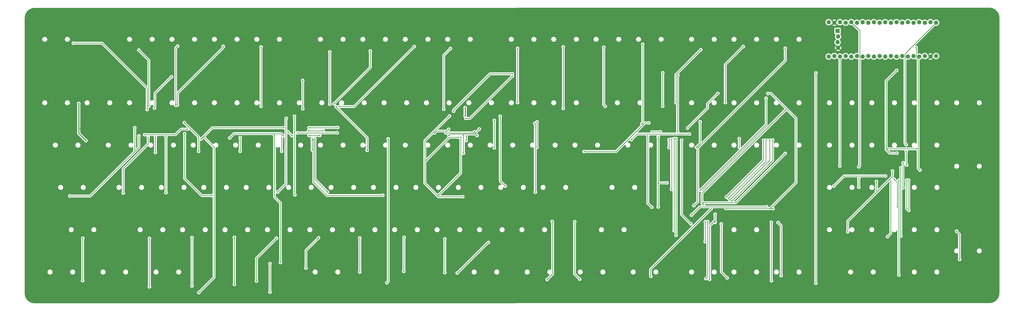
<source format=gbr>
%TF.GenerationSoftware,KiCad,Pcbnew,8.0.7-8.0.7-0~ubuntu24.04.1*%
%TF.CreationDate,2024-12-30T16:45:38-05:00*%
%TF.ProjectId,NAK100,4e414b31-3030-42e6-9b69-6361645f7063,rev?*%
%TF.SameCoordinates,Original*%
%TF.FileFunction,Copper,L2,Bot*%
%TF.FilePolarity,Positive*%
%FSLAX46Y46*%
G04 Gerber Fmt 4.6, Leading zero omitted, Abs format (unit mm)*
G04 Created by KiCad (PCBNEW 8.0.7-8.0.7-0~ubuntu24.04.1) date 2024-12-30 16:45:38*
%MOMM*%
%LPD*%
G01*
G04 APERTURE LIST*
%TA.AperFunction,ComponentPad*%
%ADD10C,1.879600*%
%TD*%
%TA.AperFunction,ComponentPad*%
%ADD11R,1.879600X1.879600*%
%TD*%
%TA.AperFunction,ViaPad*%
%ADD12C,0.600000*%
%TD*%
%TA.AperFunction,Conductor*%
%ADD13C,0.250000*%
%TD*%
%TA.AperFunction,Conductor*%
%ADD14C,0.400000*%
%TD*%
G04 APERTURE END LIST*
D10*
%TO.P,U1,1,PB12*%
%TO.N,SELECT2*%
X499960000Y-82160000D03*
%TO.P,U1,2,PB13*%
%TO.N,PB13_SCK2*%
X497420000Y-81906000D03*
%TO.P,U1,3,PB14*%
%TO.N,PB14_MISO2*%
X494880000Y-82160000D03*
%TO.P,U1,4,PB15*%
%TO.N,PB15_MOSI2*%
X492340000Y-81906000D03*
%TO.P,U1,5,PA8*%
%TO.N,PA8_DISP_DATA*%
X489800000Y-82160000D03*
%TO.P,U1,6,PA9*%
%TO.N,USART1_TX*%
X487260000Y-81906000D03*
%TO.P,U1,7,PA10*%
%TO.N,USART1_RX*%
X484720000Y-82160000D03*
%TO.P,U1,8,PA11*%
%TO.N,USB_D-*%
X482180000Y-81906000D03*
%TO.P,U1,9,PA12*%
%TO.N,USB_D+*%
X479640000Y-82159999D03*
%TO.P,U1,10,PA15*%
%TO.N,SELECT3*%
X477100000Y-81906000D03*
%TO.P,U1,11,PB3*%
%TO.N,PB3_DISP_SCK*%
X474560000Y-82160000D03*
%TO.P,U1,12,PB4*%
%TO.N,PB4_DISP_CS*%
X472020000Y-81906000D03*
%TO.P,U1,13,PB5*%
%TO.N,RGBLED*%
X469480000Y-82159999D03*
%TO.P,U1,14,PB6*%
%TO.N,PB6_SCL1*%
X466940000Y-81906000D03*
%TO.P,U1,15,PB7*%
%TO.N,PB7_SDA1*%
X464400000Y-82160000D03*
%TO.P,U1,16,PB8*%
%TO.N,SELECT1*%
X461860000Y-81906000D03*
%TO.P,U1,17,PB9*%
%TO.N,FLASH_CS*%
X459320001Y-82160000D03*
%TO.P,U1,18,5V*%
%TO.N,unconnected-(U1-5V-Pad18)*%
X456780000Y-81906000D03*
%TO.P,U1,19,GND*%
%TO.N,GND*%
X454240000Y-82160000D03*
%TO.P,U1,20,3V3*%
%TO.N,+3.3V_QWIIC*%
X451700000Y-81906000D03*
%TO.P,U1,21,VBAT*%
%TO.N,unconnected-(U1-VBAT-Pad21)*%
X451700000Y-97400000D03*
%TO.P,U1,22,PC13*%
%TO.N,unconnected-(U1-PC13-Pad22)*%
X454240000Y-97146000D03*
%TO.P,U1,23,PC14*%
%TO.N,SELECT0*%
X456780000Y-97400000D03*
%TO.P,U1,24,PC15*%
%TO.N,unconnected-(U1-PC15-Pad24)*%
X459320001Y-97146000D03*
%TO.P,U1,25,~{RESET}*%
%TO.N,NRST*%
X461860000Y-97400000D03*
%TO.P,U1,26,PA0*%
%TO.N,AM0*%
X464400000Y-97146000D03*
%TO.P,U1,27,PA1*%
%TO.N,AM1*%
X466940000Y-97400000D03*
%TO.P,U1,28,PA2*%
%TO.N,AM2*%
X469480000Y-97146001D03*
%TO.P,U1,29,PA3*%
%TO.N,AM3*%
X472020000Y-97400000D03*
%TO.P,U1,30,PA4*%
%TO.N,AM4*%
X474560000Y-97146000D03*
%TO.P,U1,31,PA5*%
%TO.N,PA5_SCK1*%
X477100000Y-97400000D03*
%TO.P,U1,32,PA6*%
%TO.N,PA6_MISO1*%
X479640000Y-97146001D03*
%TO.P,U1,33,PA7*%
%TO.N,PA7_MOSI1*%
X482180000Y-97400000D03*
%TO.P,U1,34,PB0*%
%TO.N,AM5*%
X484720000Y-97146000D03*
%TO.P,U1,35,PB1*%
%TO.N,AM6*%
X487260000Y-97400000D03*
%TO.P,U1,36,PB2*%
%TO.N,unconnected-(U1-PB2-Pad36)*%
X489800000Y-97146000D03*
%TO.P,U1,37,PB10*%
%TO.N,PWR_SENSE*%
X492340000Y-97400000D03*
%TO.P,U1,38,3V3*%
%TO.N,unconnected-(U1-3V3-Pad38)*%
X494880000Y-97146000D03*
%TO.P,U1,39,GND*%
%TO.N,GND*%
X497420000Y-97400000D03*
%TO.P,U1,40,5V*%
%TO.N,+5V*%
X499960000Y-97146000D03*
D11*
%TO.P,U1,41,3.3V*%
%TO.N,SWD_3.3V*%
X455683000Y-85843000D03*
D10*
%TO.P,U1,42,SWDIO*%
%TO.N,SWDIO*%
X455937000Y-88383000D03*
%TO.P,U1,43,SWSCK*%
%TO.N,SWCLK*%
X455683000Y-90923000D03*
%TO.P,U1,44,GND*%
%TO.N,GND*%
X455937000Y-93463000D03*
%TD*%
D12*
%TO.N,GND*%
X487850000Y-147525000D03*
X403925000Y-157600000D03*
%TO.N,AM0*%
X148875000Y-120550000D03*
X156525000Y-106500000D03*
%TO.N,AM1*%
X215500000Y-120900000D03*
X215475000Y-108125000D03*
%TO.N,AM2*%
X309650000Y-105125000D03*
X283250000Y-122025000D03*
%TO.N,AM3*%
X377150000Y-119700000D03*
X377200000Y-104700000D03*
%TO.N,AM4*%
X200775000Y-203450000D03*
X200775000Y-190650000D03*
X445950000Y-199475000D03*
X445975000Y-104775000D03*
%TO.N,AM5*%
X394075000Y-157500000D03*
X423600000Y-116150000D03*
%TO.N,AM6*%
X482325000Y-140850000D03*
X482275000Y-103600000D03*
%TO.N,SELECT3*%
X492700000Y-148500000D03*
X491000000Y-93325000D03*
%TO.N,SELECT2*%
X486525000Y-137075000D03*
X486525000Y-140050000D03*
X486750000Y-146275000D03*
%TO.N,SELECT1*%
X465225000Y-156200000D03*
X465250000Y-152375000D03*
X465225000Y-147025000D03*
%TO.N,SELECT0*%
X456700000Y-146625000D03*
%TO.N,GND*%
X217625000Y-126775000D03*
X227350000Y-126750000D03*
X297150000Y-122550000D03*
X398675000Y-157550000D03*
X284725000Y-130750000D03*
X268300000Y-133825000D03*
X277325000Y-133925000D03*
X414175000Y-163975000D03*
X217075000Y-130225000D03*
X417450000Y-170400000D03*
X493825000Y-143450000D03*
X482400000Y-151675000D03*
X378450000Y-133375000D03*
X207925000Y-195575000D03*
X231325000Y-127225000D03*
X213975000Y-130775000D03*
X213900000Y-134425000D03*
X170675000Y-119225000D03*
X147375000Y-131300000D03*
X157875000Y-129468750D03*
%TO.N,+3.3V*%
X118100000Y-135200000D03*
X114875000Y-118500000D03*
%TO.N,GND*%
X292600000Y-128825000D03*
X287400000Y-126400000D03*
X291350000Y-134300000D03*
X404100000Y-132475000D03*
X182250000Y-198700000D03*
X157600000Y-199200000D03*
X130500000Y-198900000D03*
X115575000Y-129700000D03*
X248975000Y-134025000D03*
X438900000Y-169425000D03*
%TO.N,AM5:13*%
X426025000Y-198275000D03*
X425925000Y-172025000D03*
%TO.N,GND*%
X430500000Y-151000000D03*
X414500000Y-145450000D03*
X205625000Y-143150000D03*
X274600000Y-137950000D03*
X280300000Y-144625000D03*
%TO.N,SELECT2*%
X424400000Y-114000000D03*
X401900000Y-114000000D03*
%TO.N,GND*%
X387250000Y-130375000D03*
X387375000Y-122925000D03*
X378925000Y-122400000D03*
X382025000Y-125050000D03*
X327300000Y-122125000D03*
X329500000Y-124500000D03*
%TO.N,SELECT3*%
X309625000Y-106200000D03*
X288775000Y-125250000D03*
%TO.N,+3.3V*%
X288425000Y-124200000D03*
X288450000Y-120425000D03*
%TO.N,SELECT3*%
X383875000Y-131200000D03*
X383925000Y-105875000D03*
X288900000Y-135175000D03*
X288975000Y-133100000D03*
X218075000Y-130825000D03*
X208887500Y-131262500D03*
X224650000Y-130775000D03*
X206700000Y-132950000D03*
X182700000Y-134000000D03*
X210650000Y-133000000D03*
X398225000Y-197700000D03*
X487650000Y-166600000D03*
X487675000Y-153050000D03*
X385650000Y-135025000D03*
X400725000Y-168400000D03*
X400700000Y-172025000D03*
X389800000Y-172700000D03*
%TO.N,SELECT1*%
X423850000Y-165050000D03*
X481125000Y-152650000D03*
X390075000Y-168775000D03*
X482550000Y-165050000D03*
X370450000Y-133125000D03*
X372225000Y-165200000D03*
X372450000Y-131300000D03*
X292604933Y-131304933D03*
X376125000Y-131275000D03*
X279775000Y-131750000D03*
X205500000Y-190150000D03*
X202825000Y-132725000D03*
X213175000Y-131750000D03*
X230950000Y-131750000D03*
X281025000Y-130100000D03*
X274716942Y-131741942D03*
X163750000Y-130075000D03*
X144500000Y-132550000D03*
%TO.N,SELECT2*%
X388300000Y-129550000D03*
X253850000Y-134450000D03*
X253275000Y-199250000D03*
X486875000Y-165825000D03*
X486750000Y-153025000D03*
X405550000Y-165800000D03*
X426700000Y-165850000D03*
X389150000Y-132275000D03*
X363075000Y-134775000D03*
X293750000Y-132950000D03*
X294800000Y-129993750D03*
X281125000Y-132925000D03*
X218350000Y-132925000D03*
X223125000Y-132925000D03*
%TO.N,SELECT0*%
X168825000Y-203675000D03*
X379050000Y-154275000D03*
X375150000Y-133600000D03*
X375150000Y-165125000D03*
X231200000Y-129375000D03*
X218350000Y-129400000D03*
X169825000Y-134500000D03*
X207025000Y-129425000D03*
%TO.N,AM5:8*%
X430375000Y-196050000D03*
X428975000Y-172125000D03*
%TO.N,AM5:14*%
X371825000Y-196325000D03*
X398850000Y-165975000D03*
%TO.N,AM5:12*%
X408100000Y-162550000D03*
X426550000Y-134975000D03*
%TO.N,AM5:11*%
X407325000Y-161925000D03*
X425200000Y-135025000D03*
%TO.N,AM5:10*%
X406700000Y-161275000D03*
X423800000Y-135025000D03*
%TO.N,AM5:9*%
X405775000Y-160600000D03*
X422450000Y-135100000D03*
%TO.N,AM5:0*%
X432200000Y-93625000D03*
X391125000Y-164525000D03*
%TO.N,AM5:1*%
X432350000Y-121375000D03*
X395375000Y-164025003D03*
%TO.N,AM5:2*%
X432175000Y-141000000D03*
X395375000Y-163225000D03*
%TO.N,AM5:3*%
X339875000Y-197575000D03*
X337650000Y-171750000D03*
%TO.N,AM5:4*%
X325250000Y-197775000D03*
X327500000Y-171600000D03*
%TO.N,AM5:5*%
X396225000Y-180725000D03*
X396300000Y-171800000D03*
%TO.N,AM5:6*%
X396550000Y-197350000D03*
X397400000Y-171700000D03*
%TO.N,AM5:7*%
X406100000Y-197025000D03*
X403475000Y-172750000D03*
%TO.N,AM0:11*%
X134850000Y-158825000D03*
X146075000Y-133775000D03*
%TO.N,AM0:7*%
X141900000Y-94500000D03*
X146350000Y-119675000D03*
%TO.N,AM0:8*%
X159300000Y-92675000D03*
X158427031Y-119281998D03*
%TO.N,AM0:15*%
X162425000Y-132100000D03*
X174800000Y-160000000D03*
%TO.N,AM0:1*%
X140050000Y-139250000D03*
X140025000Y-129450000D03*
%TO.N,AM0:6*%
X112500000Y-91325000D03*
X145625000Y-121250000D03*
%TO.N,AM0:12*%
X168725000Y-140075000D03*
X162300000Y-127125000D03*
%TO.N,AM0:9*%
X159225000Y-119225000D03*
X179800000Y-92800000D03*
%TO.N,AM0:14*%
X154050000Y-133250000D03*
X154050000Y-158675000D03*
%TO.N,AM0:0*%
X141900000Y-133125000D03*
X110875000Y-160175000D03*
%TO.N,AM0:13*%
X149325000Y-133675000D03*
X149325000Y-140525000D03*
%TO.N,AM1:13*%
X251425000Y-159850000D03*
X220350000Y-135000000D03*
%TO.N,AM1:0*%
X206000000Y-134150000D03*
X206025000Y-140000000D03*
%TO.N,AM1:7*%
X211950000Y-159650000D03*
X211800000Y-124300000D03*
%TO.N,AM1:6*%
X204250000Y-158400000D03*
X208100000Y-125200000D03*
%TO.N,AM1:12*%
X232025000Y-119875000D03*
X265575000Y-92875000D03*
%TO.N,AM1:9*%
X230525000Y-120000000D03*
X244425000Y-139625000D03*
%TO.N,AM1:10*%
X227650000Y-95300000D03*
X227625000Y-118825000D03*
%TO.N,AM1:8*%
X219700000Y-134425000D03*
X219775000Y-139425000D03*
%TO.N,AM1:14*%
X226600000Y-158325000D03*
X220975000Y-134475000D03*
%TO.N,AM1:3*%
X196775000Y-93075000D03*
X196775000Y-119825000D03*
%TO.N,AM1:1*%
X187400000Y-133825000D03*
X187400000Y-140050000D03*
%TO.N,AM1:11*%
X229525000Y-118625000D03*
X245850000Y-94900000D03*
%TO.N,AM2:2*%
X278825000Y-121075000D03*
X281825000Y-93775000D03*
%TO.N,AM2:13*%
X319950000Y-158425000D03*
X319700000Y-127475000D03*
%TO.N,AM2:3*%
X285375000Y-133725000D03*
X270975000Y-144025000D03*
%TO.N,AM2:4*%
X276525000Y-159725000D03*
X286450000Y-133700000D03*
%TO.N,AM2:9*%
X312000000Y-93675000D03*
X311975000Y-118075000D03*
%TO.N,AM2:8*%
X306400000Y-155675000D03*
X304200000Y-124268750D03*
%TO.N,AM2:7*%
X287350000Y-160500000D03*
X281400000Y-124175000D03*
%TO.N,AM2:11*%
X301550000Y-126168750D03*
X301550000Y-138525000D03*
%TO.N,AM2:12*%
X320725000Y-126800000D03*
X320725000Y-138225000D03*
%TO.N,AM2:5*%
X287675000Y-140850000D03*
X287675000Y-132900000D03*
%TO.N,AM3:1*%
X351375000Y-119800000D03*
X350700000Y-93175000D03*
%TO.N,AM3:0*%
X332500000Y-120700000D03*
X332500000Y-93050000D03*
%TO.N,AM3:9*%
X413325000Y-92875000D03*
X405300000Y-118125000D03*
%TO.N,AM3:13*%
X382275000Y-175775000D03*
X382275000Y-134350000D03*
%TO.N,AM3:10*%
X393975000Y-126743750D03*
X392275000Y-138225000D03*
%TO.N,AM3:2*%
X368175000Y-91875000D03*
X367800000Y-127700000D03*
%TO.N,AM3:12*%
X411575000Y-138275000D03*
X411525000Y-134375000D03*
%TO.N,AM3:7*%
X383125000Y-118150000D03*
X394250000Y-94350000D03*
%TO.N,AM3:4*%
X370900000Y-127225000D03*
X341875000Y-140150000D03*
%TO.N,AM3:14*%
X383150000Y-177900000D03*
X383150000Y-134325000D03*
%TO.N,AM3:6*%
X381175000Y-134650000D03*
X381175000Y-157175000D03*
%TO.N,AM3:5*%
X380050000Y-134750000D03*
X380000000Y-138350000D03*
%TO.N,AM4:4*%
X203680000Y-179190000D03*
X194700000Y-198440000D03*
%TO.N,AM4:9*%
X216940000Y-192630000D03*
X222600000Y-178990000D03*
%TO.N,AM4:0*%
X116700000Y-179210000D03*
X116630000Y-198280000D03*
%TO.N,AM4:12*%
X279290000Y-194660000D03*
X279320000Y-179500000D03*
%TO.N,AM4:11*%
X260840000Y-194140000D03*
X261050000Y-178800000D03*
%TO.N,AM4:3*%
X184800000Y-178810000D03*
X184790000Y-200000000D03*
%TO.N,AM4:13*%
X298880000Y-181100000D03*
X284890000Y-194850000D03*
%TO.N,AM4:1*%
X146610000Y-201060000D03*
X146620000Y-179260000D03*
%TO.N,AM4:10*%
X241100000Y-194380000D03*
X241080000Y-179100000D03*
%TO.N,AM4:2*%
X165740000Y-200690000D03*
X165760000Y-178900000D03*
%TO.N,AM6:4*%
X454025000Y-155675000D03*
X477250000Y-151150000D03*
%TO.N,AM6:0*%
X483225000Y-195775000D03*
X483200000Y-153175000D03*
%TO.N,AM6:5*%
X473175000Y-153625000D03*
X473100000Y-157725000D03*
%TO.N,AM6:6*%
X485075000Y-156475000D03*
X485100000Y-145175000D03*
%TO.N,AM6:3*%
X484075000Y-147500000D03*
X484150000Y-178175000D03*
%TO.N,AM6:11*%
X509175000Y-176025000D03*
X510500000Y-188775000D03*
%TO.N,AM6:8*%
X478150000Y-138975000D03*
X491300000Y-138925000D03*
%TO.N,AM6:2*%
X479575000Y-153450000D03*
X478125000Y-178500000D03*
%TO.N,AM6:1*%
X460275000Y-176300000D03*
X480370558Y-148895558D03*
%TD*%
D13*
%TO.N,SELECT2*%
X486525000Y-140050000D02*
X486525000Y-146050000D01*
X486525000Y-146050000D02*
X486750000Y-146275000D01*
%TO.N,SELECT3*%
X491000000Y-93325000D02*
X491075000Y-93400000D01*
X491075000Y-97923698D02*
X491925000Y-98773698D01*
X491075000Y-93400000D02*
X491075000Y-97923698D01*
X491925000Y-98773698D02*
X491925000Y-147725000D01*
X491925000Y-147725000D02*
X492700000Y-148500000D01*
%TO.N,AM0*%
X148875000Y-120550000D02*
X149125000Y-120300000D01*
X149125000Y-120300000D02*
X149125000Y-113900000D01*
X149125000Y-113900000D02*
X156525000Y-106500000D01*
%TO.N,AM1*%
X215500000Y-120900000D02*
X215500000Y-108150000D01*
X215500000Y-108150000D02*
X215475000Y-108125000D01*
%TO.N,AM2*%
X283250000Y-121541116D02*
X299666116Y-105125000D01*
X283250000Y-122025000D02*
X283250000Y-121541116D01*
X299666116Y-105125000D02*
X309650000Y-105125000D01*
%TO.N,AM3*%
X377150000Y-119700000D02*
X377150000Y-104750000D01*
X377150000Y-104750000D02*
X377200000Y-104700000D01*
%TO.N,AM4*%
X200775000Y-190650000D02*
X200775000Y-203450000D01*
X445950000Y-104800000D02*
X445975000Y-104775000D01*
X445950000Y-199475000D02*
X445950000Y-104800000D01*
%TO.N,AM5*%
X423600000Y-127975000D02*
X394075000Y-157500000D01*
X423600000Y-116150000D02*
X423600000Y-127975000D01*
%TO.N,AM6*%
X479141116Y-140850000D02*
X482325000Y-140850000D01*
X477525000Y-108350000D02*
X477525000Y-139233884D01*
X482275000Y-103600000D02*
X477525000Y-108350000D01*
X477525000Y-139233884D02*
X479141116Y-140850000D01*
%TO.N,SELECT2*%
X486525000Y-137075000D02*
X485995200Y-136545200D01*
X485995200Y-136545200D02*
X485995200Y-96124800D01*
X485995200Y-96124800D02*
X499960000Y-82160000D01*
%TO.N,SELECT1*%
X465225000Y-156200000D02*
X465225000Y-152400000D01*
X465664800Y-146585200D02*
X465664800Y-85710800D01*
X465225000Y-152400000D02*
X465250000Y-152375000D01*
X465225000Y-147025000D02*
X465664800Y-146585200D01*
X465664800Y-85710800D02*
X461860000Y-81906000D01*
%TO.N,SELECT0*%
X456700000Y-146625000D02*
X456780000Y-146545000D01*
X456780000Y-146545000D02*
X456780000Y-97400000D01*
%TO.N,SELECT2*%
X397300000Y-120550000D02*
X397300000Y-118600000D01*
X397300000Y-118600000D02*
X401900000Y-114000000D01*
D14*
%TO.N,+3.3V*%
X118100000Y-135200000D02*
X114875000Y-131975000D01*
X114875000Y-131975000D02*
X114875000Y-118500000D01*
%TO.N,GND*%
X292600000Y-128825000D02*
X289825000Y-128825000D01*
X289825000Y-128825000D02*
X287400000Y-126400000D01*
D13*
%TO.N,AM5:13*%
X425925000Y-198175000D02*
X426025000Y-198275000D01*
X425925000Y-172025000D02*
X425925000Y-198175000D01*
%TO.N,SELECT2*%
X425858884Y-114000000D02*
X424400000Y-114000000D01*
X426700000Y-165850000D02*
X425300000Y-165850000D01*
X437025000Y-125166116D02*
X425858884Y-114000000D01*
X425300000Y-165850000D02*
X437025000Y-154125000D01*
X437025000Y-154125000D02*
X437025000Y-125166116D01*
X425300000Y-165850000D02*
X405600000Y-165850000D01*
D14*
%TO.N,GND*%
X387375000Y-122925000D02*
X387375000Y-130250000D01*
X387375000Y-130250000D02*
X387250000Y-130375000D01*
X378925000Y-122400000D02*
X379375000Y-122400000D01*
X379375000Y-122400000D02*
X382025000Y-125050000D01*
X329500000Y-124325000D02*
X327300000Y-122125000D01*
D13*
%TO.N,SELECT3*%
X290575000Y-125250000D02*
X309625000Y-106200000D01*
X288775000Y-125250000D02*
X290575000Y-125250000D01*
D14*
%TO.N,+3.3V*%
X288450000Y-124175000D02*
X288425000Y-124200000D01*
X288450000Y-120425000D02*
X288450000Y-124175000D01*
D13*
%TO.N,SELECT3*%
X383875000Y-105925000D02*
X383925000Y-105875000D01*
X383875000Y-131200000D02*
X383875000Y-105925000D01*
X288975000Y-135100000D02*
X288900000Y-135175000D01*
X288975000Y-133100000D02*
X288975000Y-135100000D01*
X205850000Y-132100000D02*
X206700000Y-132950000D01*
X184600000Y-132100000D02*
X205850000Y-132100000D01*
X224600000Y-130825000D02*
X224650000Y-130775000D01*
X182700000Y-134000000D02*
X184600000Y-132100000D01*
X208912500Y-131262500D02*
X210650000Y-133000000D01*
X208887500Y-131262500D02*
X208912500Y-131262500D01*
X218075000Y-130825000D02*
X224600000Y-130825000D01*
X400700000Y-172025000D02*
X400700000Y-171125000D01*
X400700000Y-171125000D02*
X400700000Y-168425000D01*
X398225000Y-197700000D02*
X398225000Y-173600000D01*
X398225000Y-173600000D02*
X400700000Y-171125000D01*
X487675000Y-166575000D02*
X487650000Y-166600000D01*
X487675000Y-153050000D02*
X487675000Y-166575000D01*
X385650000Y-168550000D02*
X389800000Y-172700000D01*
X385650000Y-135025000D02*
X385650000Y-168550000D01*
X400700000Y-168425000D02*
X400725000Y-168400000D01*
%TO.N,SELECT1*%
X423850000Y-165050000D02*
X393800000Y-165050000D01*
X481125000Y-152650000D02*
X482500000Y-154025000D01*
X393800000Y-165050000D02*
X390075000Y-168775000D01*
X482500000Y-154025000D02*
X482500000Y-165000000D01*
X482500000Y-165000000D02*
X482550000Y-165050000D01*
X372225000Y-165200000D02*
X370450000Y-163425000D01*
X370450000Y-163425000D02*
X370450000Y-133125000D01*
X292159866Y-131750000D02*
X292604933Y-131304933D01*
X279775000Y-131750000D02*
X292159866Y-131750000D01*
X376100000Y-131300000D02*
X376125000Y-131275000D01*
X372450000Y-131300000D02*
X376100000Y-131300000D01*
X205500000Y-190150000D02*
X205500000Y-163305267D01*
X205500000Y-163305267D02*
X202825000Y-160630267D01*
X202825000Y-160630267D02*
X202825000Y-132725000D01*
X281025000Y-130100000D02*
X280200000Y-130925000D01*
X275533884Y-130925000D02*
X274716942Y-131741942D01*
X230950000Y-131750000D02*
X213175000Y-131750000D01*
X280200000Y-130925000D02*
X275533884Y-130925000D01*
X160750000Y-130075000D02*
X158275000Y-132550000D01*
X163750000Y-130075000D02*
X160750000Y-130075000D01*
X158275000Y-132550000D02*
X144500000Y-132550000D01*
%TO.N,SELECT2*%
X388300000Y-129550000D02*
X397300000Y-120550000D01*
X253900000Y-134500000D02*
X253850000Y-134450000D01*
X253275000Y-199250000D02*
X253900000Y-198625000D01*
X253900000Y-198625000D02*
X253900000Y-134500000D01*
X486750000Y-165700000D02*
X486875000Y-165825000D01*
X405600000Y-165850000D02*
X405550000Y-165800000D01*
X486750000Y-153025000D02*
X486750000Y-165700000D01*
X365575000Y-132275000D02*
X363075000Y-134775000D01*
X389150000Y-132275000D02*
X365575000Y-132275000D01*
X292518750Y-132275000D02*
X292759375Y-132034375D01*
X292759375Y-132034375D02*
X294800000Y-129993750D01*
X293750000Y-132950000D02*
X292834375Y-132034375D01*
X292834375Y-132034375D02*
X292759375Y-132034375D01*
X281775000Y-132275000D02*
X292518750Y-132275000D01*
X281125000Y-132925000D02*
X281775000Y-132275000D01*
X218350000Y-132925000D02*
X223125000Y-132925000D01*
%TO.N,SELECT0*%
X171050000Y-133617767D02*
X171050000Y-133275000D01*
X175678617Y-196821383D02*
X175678617Y-138246384D01*
X174900000Y-129425000D02*
X171050000Y-133275000D01*
X171050000Y-133275000D02*
X169825000Y-134500000D01*
X168825000Y-203675000D02*
X175678617Y-196821383D01*
X175678617Y-138246384D02*
X171050000Y-133617767D01*
X375375000Y-154275000D02*
X375150000Y-154050000D01*
X375150000Y-165125000D02*
X375150000Y-154050000D01*
X375150000Y-154050000D02*
X375150000Y-133600000D01*
X379050000Y-154275000D02*
X375375000Y-154275000D01*
X218375000Y-129375000D02*
X218350000Y-129400000D01*
X231200000Y-129375000D02*
X218375000Y-129375000D01*
X207025000Y-129425000D02*
X174900000Y-129425000D01*
%TO.N,AM5:8*%
X428975000Y-172125000D02*
X430375000Y-173525000D01*
X430375000Y-173525000D02*
X430375000Y-196050000D01*
%TO.N,AM5:14*%
X371675000Y-196175000D02*
X371825000Y-196325000D01*
X371675000Y-193150000D02*
X371675000Y-196175000D01*
X398850000Y-165975000D02*
X371675000Y-193150000D01*
%TO.N,AM5:12*%
X426550000Y-144100000D02*
X408100000Y-162550000D01*
X426550000Y-134975000D02*
X426550000Y-144100000D01*
%TO.N,AM5:11*%
X425200000Y-144050000D02*
X407325000Y-161925000D01*
X425200000Y-135025000D02*
X425200000Y-144050000D01*
%TO.N,AM5:10*%
X423525000Y-144450000D02*
X406700000Y-161275000D01*
X423800000Y-135025000D02*
X423525000Y-135300000D01*
X423525000Y-135300000D02*
X423525000Y-144450000D01*
%TO.N,AM5:9*%
X422450000Y-143925000D02*
X405775000Y-160600000D01*
X422450000Y-135100000D02*
X422450000Y-143925000D01*
%TO.N,AM5:0*%
X432200000Y-99183884D02*
X432200000Y-93625000D01*
X392900000Y-138483884D02*
X432200000Y-99183884D01*
X392900000Y-162750000D02*
X392900000Y-138483884D01*
X391125000Y-164525000D02*
X392900000Y-162750000D01*
%TO.N,AM5:1*%
X394750000Y-158975000D02*
X432350000Y-121375000D01*
X395291119Y-164025003D02*
X394750000Y-163483884D01*
X394750000Y-163483884D02*
X394750000Y-158975000D01*
%TO.N,AM5:2*%
X409950000Y-163225000D02*
X432175000Y-141000000D01*
X395375000Y-163225000D02*
X409950000Y-163225000D01*
%TO.N,AM5:3*%
X337550000Y-195250000D02*
X339875000Y-197575000D01*
X337550000Y-171850000D02*
X337550000Y-195250000D01*
X337650000Y-171750000D02*
X337550000Y-171850000D01*
%TO.N,AM5:4*%
X327718750Y-195306250D02*
X325250000Y-197775000D01*
X327500000Y-171600000D02*
X327718750Y-171818750D01*
X327718750Y-171818750D02*
X327718750Y-195306250D01*
%TO.N,AM5:5*%
X396300000Y-180650000D02*
X396225000Y-180725000D01*
X396300000Y-171800000D02*
X396300000Y-180650000D01*
%TO.N,AM5:6*%
X397400000Y-196500000D02*
X396550000Y-197350000D01*
X397400000Y-171700000D02*
X397400000Y-196500000D01*
%TO.N,AM5:7*%
X403475000Y-172750000D02*
X403475000Y-194400000D01*
X403475000Y-194400000D02*
X406100000Y-197025000D01*
%TO.N,AM0:11*%
X134850000Y-147872233D02*
X134850000Y-158825000D01*
X146075000Y-136647233D02*
X134850000Y-147872233D01*
X146075000Y-133775000D02*
X146075000Y-136647233D01*
%TO.N,AM0:7*%
X146350000Y-98950000D02*
X141900000Y-94500000D01*
X146350000Y-119675000D02*
X146350000Y-98950000D01*
%TO.N,AM0:8*%
X158427031Y-119281998D02*
X158427031Y-93547969D01*
X158427031Y-93547969D02*
X159300000Y-92675000D01*
%TO.N,AM0:15*%
X162425000Y-132100000D02*
X162425000Y-152300000D01*
X170125000Y-160000000D02*
X174800000Y-160000000D01*
X162425000Y-152300000D02*
X170125000Y-160000000D01*
%TO.N,AM0:1*%
X140050000Y-139250000D02*
X140050000Y-129475000D01*
X140050000Y-129475000D02*
X140025000Y-129450000D01*
%TO.N,AM0:6*%
X145600000Y-111575000D02*
X125350000Y-91325000D01*
X145625000Y-121250000D02*
X145625000Y-111600000D01*
X125350000Y-91325000D02*
X112500000Y-91325000D01*
X145625000Y-111600000D02*
X145600000Y-111575000D01*
%TO.N,AM0:12*%
X168725000Y-140075000D02*
X168725000Y-133550000D01*
X168725000Y-133550000D02*
X162300000Y-127125000D01*
%TO.N,AM0:9*%
X179800000Y-93325000D02*
X179800000Y-92800000D01*
X179775000Y-93350000D02*
X179800000Y-93325000D01*
X159225000Y-113900000D02*
X179775000Y-93350000D01*
X159225000Y-119225000D02*
X159225000Y-113900000D01*
%TO.N,AM0:14*%
X154050000Y-133250000D02*
X154050000Y-158675000D01*
%TO.N,AM0:0*%
X141900000Y-138283884D02*
X120008884Y-160175000D01*
X120008884Y-160175000D02*
X110875000Y-160175000D01*
X141900000Y-133125000D02*
X141900000Y-138283884D01*
%TO.N,AM0:13*%
X149325000Y-140525000D02*
X149325000Y-133675000D01*
%TO.N,AM1:13*%
X251325000Y-159950000D02*
X251425000Y-159850000D01*
X226375000Y-159950000D02*
X251325000Y-159950000D01*
X220400000Y-135050000D02*
X220400000Y-153975000D01*
X220350000Y-135000000D02*
X220400000Y-135050000D01*
X220400000Y-153975000D02*
X226375000Y-159950000D01*
%TO.N,AM1:0*%
X206000000Y-139975000D02*
X206025000Y-140000000D01*
X206000000Y-134150000D02*
X206000000Y-139975000D01*
%TO.N,AM1:7*%
X211800000Y-124300000D02*
X211800000Y-159500000D01*
X211800000Y-159500000D02*
X211950000Y-159650000D01*
%TO.N,AM1:6*%
X207902500Y-154747500D02*
X204250000Y-158400000D01*
X208100000Y-125200000D02*
X207902500Y-125397500D01*
X207902500Y-125397500D02*
X207902500Y-154747500D01*
%TO.N,AM1:12*%
X238575000Y-119875000D02*
X265575000Y-92875000D01*
X232025000Y-119875000D02*
X238575000Y-119875000D01*
%TO.N,AM1:9*%
X230525000Y-120000000D02*
X244425000Y-133900000D01*
X244425000Y-133900000D02*
X244425000Y-139625000D01*
%TO.N,AM1:10*%
X227625000Y-118825000D02*
X227625000Y-95325000D01*
X227625000Y-95325000D02*
X227650000Y-95300000D01*
%TO.N,AM1:8*%
X219700000Y-139350000D02*
X219775000Y-139425000D01*
X219700000Y-134425000D02*
X219700000Y-139350000D01*
%TO.N,AM1:14*%
X220975000Y-134475000D02*
X220975000Y-152700000D01*
X220975000Y-152700000D02*
X226600000Y-158325000D01*
%TO.N,AM1:3*%
X196775000Y-119825000D02*
X196775000Y-93075000D01*
%TO.N,AM1:1*%
X187400000Y-133825000D02*
X187400000Y-140050000D01*
%TO.N,AM1:11*%
X245850000Y-94900000D02*
X245850000Y-102300000D01*
X245850000Y-102300000D02*
X229525000Y-118625000D01*
%TO.N,AM2:2*%
X278825000Y-96775000D02*
X281825000Y-93775000D01*
X278825000Y-121075000D02*
X278825000Y-96775000D01*
%TO.N,AM2:13*%
X319700000Y-127475000D02*
X319940000Y-127715000D01*
X319940000Y-158415000D02*
X319950000Y-158425000D01*
X319940000Y-127715000D02*
X319940000Y-158415000D01*
%TO.N,AM2:3*%
X281275000Y-133725000D02*
X270975000Y-144025000D01*
X285375000Y-133725000D02*
X281275000Y-133725000D01*
%TO.N,AM2:4*%
X286450000Y-133700000D02*
X286450000Y-149800000D01*
X286450000Y-149800000D02*
X276525000Y-159725000D01*
%TO.N,AM2:9*%
X311975000Y-118075000D02*
X311975000Y-93700000D01*
X311975000Y-93700000D02*
X312000000Y-93675000D01*
%TO.N,AM2:8*%
X304200000Y-124268750D02*
X304200000Y-153475000D01*
X304200000Y-153475000D02*
X306400000Y-155675000D01*
%TO.N,AM2:7*%
X281400000Y-124175000D02*
X270350000Y-135225000D01*
X270350000Y-154433884D02*
X276416116Y-160500000D01*
X276416116Y-160500000D02*
X287350000Y-160500000D01*
X270350000Y-135225000D02*
X270350000Y-154433884D01*
%TO.N,AM2:11*%
X301550000Y-126168750D02*
X301550000Y-138525000D01*
%TO.N,AM2:12*%
X320725000Y-126800000D02*
X320725000Y-138225000D01*
%TO.N,AM2:5*%
X287675000Y-132900000D02*
X287675000Y-140850000D01*
%TO.N,AM3:1*%
X350700000Y-119125000D02*
X350700000Y-93175000D01*
X351375000Y-119800000D02*
X350700000Y-119125000D01*
%TO.N,AM3:0*%
X332500000Y-120700000D02*
X332500000Y-93050000D01*
%TO.N,AM3:9*%
X405300000Y-118125000D02*
X405300000Y-100900000D01*
X405300000Y-100900000D02*
X413325000Y-92875000D01*
%TO.N,AM3:13*%
X382275000Y-134350000D02*
X382275000Y-175775000D01*
%TO.N,AM3:10*%
X393975000Y-126743750D02*
X393975000Y-136525000D01*
X393975000Y-136525000D02*
X392275000Y-138225000D01*
%TO.N,AM3:2*%
X368200000Y-127300000D02*
X368200000Y-91900000D01*
X368200000Y-91900000D02*
X368175000Y-91875000D01*
X367800000Y-127700000D02*
X368200000Y-127300000D01*
%TO.N,AM3:12*%
X411525000Y-138225000D02*
X411575000Y-138275000D01*
X411525000Y-134375000D02*
X411525000Y-138225000D01*
%TO.N,AM3:7*%
X383125000Y-105475000D02*
X394250000Y-94350000D01*
X383125000Y-118150000D02*
X383125000Y-105475000D01*
%TO.N,AM3:4*%
X369158884Y-127225000D02*
X356233884Y-140150000D01*
X370900000Y-127225000D02*
X369158884Y-127225000D01*
X356233884Y-140150000D02*
X341875000Y-140150000D01*
%TO.N,AM3:14*%
X383150000Y-134325000D02*
X383150000Y-177900000D01*
%TO.N,AM3:6*%
X381175000Y-134650000D02*
X381175000Y-157175000D01*
%TO.N,AM3:5*%
X380050000Y-134750000D02*
X380050000Y-138300000D01*
X380050000Y-138300000D02*
X380000000Y-138350000D01*
%TO.N,AM4:4*%
X194700000Y-188170000D02*
X203680000Y-179190000D01*
X194700000Y-198440000D02*
X194700000Y-188170000D01*
%TO.N,AM4:9*%
X216940000Y-192630000D02*
X216940000Y-184650000D01*
X216940000Y-184650000D02*
X222600000Y-178990000D01*
%TO.N,AM4:0*%
X116630000Y-198280000D02*
X116630000Y-179280000D01*
X116630000Y-179280000D02*
X116700000Y-179210000D01*
%TO.N,AM4:12*%
X279290000Y-194660000D02*
X279290000Y-179530000D01*
X279290000Y-179530000D02*
X279320000Y-179500000D01*
%TO.N,AM4:11*%
X260900000Y-194080000D02*
X260900000Y-178950000D01*
X260840000Y-194140000D02*
X260900000Y-194080000D01*
X260900000Y-178950000D02*
X261050000Y-178800000D01*
%TO.N,AM4:3*%
X184790000Y-178820000D02*
X184800000Y-178810000D01*
X184790000Y-200000000D02*
X184790000Y-178820000D01*
%TO.N,AM4:13*%
X298640000Y-181100000D02*
X298880000Y-181100000D01*
X284890000Y-194850000D02*
X298640000Y-181100000D01*
%TO.N,AM4:1*%
X146610000Y-179270000D02*
X146620000Y-179260000D01*
X146610000Y-201060000D02*
X146610000Y-179270000D01*
%TO.N,AM4:10*%
X241100000Y-179120000D02*
X241080000Y-179100000D01*
X241100000Y-194380000D02*
X241100000Y-179120000D01*
%TO.N,AM4:2*%
X165740000Y-200690000D02*
X165740000Y-178920000D01*
X165740000Y-178920000D02*
X165760000Y-178900000D01*
%TO.N,AM6:4*%
X458550000Y-151150000D02*
X454025000Y-155675000D01*
X477250000Y-151150000D02*
X458550000Y-151150000D01*
%TO.N,AM6:0*%
X483200000Y-195750000D02*
X483225000Y-195775000D01*
X483200000Y-153175000D02*
X483200000Y-195750000D01*
%TO.N,AM6:5*%
X473175000Y-153625000D02*
X473175000Y-157650000D01*
X473175000Y-157650000D02*
X473100000Y-157725000D01*
%TO.N,AM6:6*%
X485075000Y-145200000D02*
X485100000Y-145175000D01*
X485075000Y-156475000D02*
X485075000Y-145200000D01*
%TO.N,AM6:3*%
X484075000Y-147500000D02*
X484075000Y-178100000D01*
X484075000Y-178100000D02*
X484150000Y-178175000D01*
%TO.N,AM6:11*%
X510440000Y-177290000D02*
X510440000Y-188715000D01*
X509175000Y-176025000D02*
X510440000Y-177290000D01*
X510440000Y-188715000D02*
X510500000Y-188775000D01*
%TO.N,AM6:8*%
X478200000Y-138925000D02*
X478150000Y-138975000D01*
X491300000Y-138925000D02*
X478200000Y-138925000D01*
%TO.N,AM6:2*%
X479575000Y-177050000D02*
X478125000Y-178500000D01*
X479575000Y-153450000D02*
X479575000Y-177050000D01*
%TO.N,AM6:1*%
X460275000Y-171433884D02*
X460275000Y-176300000D01*
X480370558Y-151338326D02*
X460275000Y-171433884D01*
X480370558Y-148895558D02*
X480370558Y-151338326D01*
%TD*%
%TA.AperFunction,Conductor*%
%TO.N,GND*%
G36*
X207221099Y-133653589D02*
G01*
X207266313Y-133706856D01*
X207277000Y-133757216D01*
X207277000Y-154437047D01*
X207257315Y-154504086D01*
X207240681Y-154524728D01*
X204191621Y-157573787D01*
X204130298Y-157607272D01*
X204117825Y-157609326D01*
X204070750Y-157614630D01*
X203900478Y-157674210D01*
X203747737Y-157770184D01*
X203662181Y-157855741D01*
X203600858Y-157889226D01*
X203531166Y-157884242D01*
X203475233Y-157842370D01*
X203450816Y-157776906D01*
X203450500Y-157768060D01*
X203450500Y-138201274D01*
X203470185Y-138134235D01*
X203522989Y-138088480D01*
X203592147Y-138078536D01*
X203652638Y-138105903D01*
X203652845Y-138105619D01*
X203654224Y-138106621D01*
X203655037Y-138106989D01*
X203656780Y-138108478D01*
X203656783Y-138108480D01*
X203656786Y-138108483D01*
X203800110Y-138212614D01*
X203871935Y-138249211D01*
X203957957Y-138293042D01*
X203957960Y-138293043D01*
X204023286Y-138314268D01*
X204126445Y-138347786D01*
X204301421Y-138375500D01*
X204301422Y-138375500D01*
X204478578Y-138375500D01*
X204478579Y-138375500D01*
X204653555Y-138347786D01*
X204822042Y-138293042D01*
X204979890Y-138212614D01*
X205123214Y-138108483D01*
X205162819Y-138068878D01*
X205224142Y-138035393D01*
X205293834Y-138040377D01*
X205349767Y-138082249D01*
X205374184Y-138147713D01*
X205374500Y-138156559D01*
X205374500Y-139494931D01*
X205355494Y-139560903D01*
X205299211Y-139650477D01*
X205299209Y-139650481D01*
X205239633Y-139820737D01*
X205239630Y-139820750D01*
X205219435Y-139999996D01*
X205219435Y-140000003D01*
X205239630Y-140179249D01*
X205239631Y-140179254D01*
X205299211Y-140349523D01*
X205392341Y-140497737D01*
X205395184Y-140502262D01*
X205522738Y-140629816D01*
X205613080Y-140686582D01*
X205641297Y-140704312D01*
X205675478Y-140725789D01*
X205829878Y-140779816D01*
X205845745Y-140785368D01*
X205845750Y-140785369D01*
X206024996Y-140805565D01*
X206025000Y-140805565D01*
X206025004Y-140805565D01*
X206204249Y-140785369D01*
X206204252Y-140785368D01*
X206204255Y-140785368D01*
X206374522Y-140725789D01*
X206527262Y-140629816D01*
X206654816Y-140502262D01*
X206750789Y-140349522D01*
X206810368Y-140179255D01*
X206810794Y-140175476D01*
X206830565Y-140000003D01*
X206830565Y-139999996D01*
X206810369Y-139820750D01*
X206810368Y-139820745D01*
X206794194Y-139774522D01*
X206750789Y-139650478D01*
X206749067Y-139647738D01*
X206700923Y-139571117D01*
X206654816Y-139497738D01*
X206654814Y-139497736D01*
X206654813Y-139497734D01*
X206652550Y-139494896D01*
X206651659Y-139492715D01*
X206651111Y-139491842D01*
X206651264Y-139491745D01*
X206626144Y-139430209D01*
X206625500Y-139417587D01*
X206625500Y-134694854D01*
X206644507Y-134628881D01*
X206646646Y-134625478D01*
X206696433Y-134546242D01*
X206725788Y-134499524D01*
X206725789Y-134499522D01*
X206785368Y-134329255D01*
X206785847Y-134325003D01*
X206805565Y-134150003D01*
X206805565Y-134149996D01*
X206785369Y-133970750D01*
X206785367Y-133970740D01*
X206765072Y-133912742D01*
X206761046Y-133901239D01*
X206757484Y-133831461D01*
X206792213Y-133770833D01*
X206854206Y-133738606D01*
X206864195Y-133737064D01*
X206879255Y-133735368D01*
X207049522Y-133675789D01*
X207052709Y-133673787D01*
X207087027Y-133652223D01*
X207154263Y-133633222D01*
X207221099Y-133653589D01*
G37*
%TD.AperFunction*%
%TA.AperFunction,Conductor*%
G36*
X432980504Y-122009847D02*
G01*
X433000085Y-122025792D01*
X436363181Y-125388887D01*
X436396666Y-125450210D01*
X436399500Y-125476568D01*
X436399500Y-153814548D01*
X436379815Y-153881587D01*
X436363181Y-153902229D01*
X425077229Y-165188181D01*
X425015906Y-165221666D01*
X424989548Y-165224500D01*
X424774660Y-165224500D01*
X424707621Y-165204815D01*
X424661866Y-165152011D01*
X424651440Y-165086617D01*
X424655565Y-165050004D01*
X424655565Y-165049996D01*
X424635369Y-164870750D01*
X424635368Y-164870745D01*
X424628276Y-164850476D01*
X424575789Y-164700478D01*
X424574067Y-164697738D01*
X424502209Y-164583377D01*
X424479816Y-164547738D01*
X424352262Y-164420184D01*
X424328883Y-164405494D01*
X424199523Y-164324211D01*
X424029254Y-164264631D01*
X424029249Y-164264630D01*
X423850004Y-164244435D01*
X423849996Y-164244435D01*
X423670750Y-164264630D01*
X423670745Y-164264631D01*
X423500476Y-164324211D01*
X423371117Y-164405494D01*
X423305145Y-164424500D01*
X396258064Y-164424500D01*
X396191025Y-164404815D01*
X396145270Y-164352011D01*
X396135326Y-164282853D01*
X396141023Y-164259545D01*
X396160366Y-164204265D01*
X396160369Y-164204252D01*
X396180565Y-164025006D01*
X396180565Y-164025001D01*
X396176439Y-163988385D01*
X396188493Y-163919563D01*
X396235842Y-163868183D01*
X396299659Y-163850500D01*
X410011608Y-163850500D01*
X410011608Y-163850499D01*
X410075978Y-163837696D01*
X410075979Y-163837696D01*
X410095150Y-163833882D01*
X410132452Y-163826463D01*
X410165792Y-163812652D01*
X410246286Y-163779312D01*
X410297509Y-163745084D01*
X410348733Y-163710858D01*
X410435858Y-163623733D01*
X410435859Y-163623731D01*
X410442925Y-163616665D01*
X410442927Y-163616661D01*
X432233380Y-141826209D01*
X432294701Y-141792726D01*
X432307158Y-141790674D01*
X432354255Y-141785368D01*
X432524522Y-141725789D01*
X432677262Y-141629816D01*
X432804816Y-141502262D01*
X432900789Y-141349522D01*
X432960368Y-141179255D01*
X432977269Y-141029254D01*
X432980565Y-141000003D01*
X432980565Y-140999996D01*
X432960369Y-140820750D01*
X432960368Y-140820745D01*
X432936125Y-140751462D01*
X432900789Y-140650478D01*
X432804816Y-140497738D01*
X432677262Y-140370184D01*
X432646395Y-140350789D01*
X432524523Y-140274211D01*
X432354254Y-140214631D01*
X432354249Y-140214630D01*
X432175004Y-140194435D01*
X432174996Y-140194435D01*
X431995750Y-140214630D01*
X431995745Y-140214631D01*
X431825476Y-140274211D01*
X431672737Y-140370184D01*
X431545184Y-140497737D01*
X431449210Y-140650478D01*
X431389630Y-140820750D01*
X431384326Y-140867825D01*
X431357258Y-140932238D01*
X431348787Y-140941620D01*
X409727229Y-162563181D01*
X409665906Y-162596666D01*
X409639548Y-162599500D01*
X409234452Y-162599500D01*
X409167413Y-162579815D01*
X409121658Y-162527011D01*
X409111714Y-162457853D01*
X409140739Y-162394297D01*
X409146771Y-162387819D01*
X413588646Y-157945944D01*
X426948729Y-144585860D01*
X426948733Y-144585858D01*
X427035858Y-144498733D01*
X427104311Y-144396286D01*
X427151463Y-144282452D01*
X427175500Y-144161606D01*
X427175500Y-138089059D01*
X427195185Y-138022020D01*
X427247989Y-137976265D01*
X427317147Y-137966321D01*
X427380703Y-137995346D01*
X427387181Y-138001378D01*
X427494286Y-138108483D01*
X427637610Y-138212614D01*
X427709435Y-138249211D01*
X427795457Y-138293042D01*
X427795460Y-138293043D01*
X427860786Y-138314268D01*
X427963945Y-138347786D01*
X428138921Y-138375500D01*
X428138922Y-138375500D01*
X428316078Y-138375500D01*
X428316079Y-138375500D01*
X428491055Y-138347786D01*
X428659542Y-138293042D01*
X428817390Y-138212614D01*
X428960714Y-138108483D01*
X429085983Y-137983214D01*
X429190114Y-137839890D01*
X429270542Y-137682042D01*
X429325286Y-137513555D01*
X429353000Y-137338579D01*
X429353000Y-137161421D01*
X429325286Y-136986445D01*
X429288067Y-136871896D01*
X429270543Y-136817960D01*
X429270542Y-136817957D01*
X429209309Y-136697783D01*
X429190114Y-136660110D01*
X429085983Y-136516786D01*
X428960714Y-136391517D01*
X428817390Y-136287386D01*
X428803320Y-136280217D01*
X428659542Y-136206957D01*
X428659539Y-136206956D01*
X428491056Y-136152214D01*
X428403567Y-136138357D01*
X428316079Y-136124500D01*
X428138921Y-136124500D01*
X428080595Y-136133738D01*
X427963943Y-136152214D01*
X427795460Y-136206956D01*
X427795457Y-136206957D01*
X427637609Y-136287386D01*
X427569625Y-136336780D01*
X427494286Y-136391517D01*
X427494284Y-136391519D01*
X427494283Y-136391519D01*
X427387181Y-136498622D01*
X427325858Y-136532107D01*
X427256166Y-136527123D01*
X427200233Y-136485251D01*
X427175816Y-136419787D01*
X427175500Y-136410941D01*
X427175500Y-135519854D01*
X427194507Y-135453881D01*
X427209292Y-135430352D01*
X427244372Y-135374522D01*
X427275788Y-135324524D01*
X427286170Y-135294854D01*
X427335368Y-135154255D01*
X427338718Y-135124522D01*
X427355565Y-134975003D01*
X427355565Y-134974996D01*
X427335369Y-134795750D01*
X427335368Y-134795745D01*
X427301074Y-134697738D01*
X427275789Y-134625478D01*
X427252905Y-134589059D01*
X427203461Y-134510369D01*
X427179816Y-134472738D01*
X427052262Y-134345184D01*
X427026902Y-134329249D01*
X426899523Y-134249211D01*
X426729254Y-134189631D01*
X426729249Y-134189630D01*
X426550004Y-134169435D01*
X426549996Y-134169435D01*
X426370750Y-134189630D01*
X426370745Y-134189631D01*
X426200476Y-134249211D01*
X426047737Y-134345184D01*
X425937681Y-134455241D01*
X425876358Y-134488726D01*
X425806666Y-134483742D01*
X425762319Y-134455241D01*
X425702262Y-134395184D01*
X425549523Y-134299211D01*
X425379254Y-134239631D01*
X425379249Y-134239630D01*
X425200004Y-134219435D01*
X425199996Y-134219435D01*
X425020750Y-134239630D01*
X425020745Y-134239631D01*
X424850476Y-134299211D01*
X424697737Y-134395184D01*
X424587681Y-134505241D01*
X424526358Y-134538726D01*
X424456666Y-134533742D01*
X424412319Y-134505241D01*
X424302262Y-134395184D01*
X424149523Y-134299211D01*
X423979254Y-134239631D01*
X423979249Y-134239630D01*
X423800004Y-134219435D01*
X423799996Y-134219435D01*
X423620750Y-134239630D01*
X423620745Y-134239631D01*
X423450476Y-134299211D01*
X423297737Y-134395184D01*
X423175181Y-134517741D01*
X423113858Y-134551226D01*
X423044166Y-134546242D01*
X422999819Y-134517741D01*
X422952262Y-134470184D01*
X422799523Y-134374211D01*
X422629254Y-134314631D01*
X422629249Y-134314630D01*
X422450004Y-134294435D01*
X422449996Y-134294435D01*
X422270750Y-134314630D01*
X422270745Y-134314631D01*
X422100476Y-134374211D01*
X421947737Y-134470184D01*
X421820184Y-134597737D01*
X421724211Y-134750476D01*
X421664631Y-134920745D01*
X421664630Y-134920750D01*
X421644435Y-135099996D01*
X421644435Y-135100003D01*
X421664630Y-135279249D01*
X421664631Y-135279254D01*
X421724211Y-135449524D01*
X421805493Y-135578881D01*
X421824500Y-135644854D01*
X421824500Y-143614547D01*
X421804815Y-143681586D01*
X421788181Y-143702228D01*
X405716621Y-159773787D01*
X405655298Y-159807272D01*
X405642825Y-159809326D01*
X405595750Y-159814630D01*
X405425478Y-159874210D01*
X405272737Y-159970184D01*
X405145184Y-160097737D01*
X405049211Y-160250476D01*
X404989631Y-160420745D01*
X404989630Y-160420750D01*
X404969435Y-160599996D01*
X404969435Y-160600003D01*
X404989630Y-160779249D01*
X404989631Y-160779254D01*
X405049211Y-160949523D01*
X405132410Y-161081932D01*
X405145184Y-161102262D01*
X405272738Y-161229816D01*
X405425478Y-161325789D01*
X405595745Y-161385368D01*
X405595750Y-161385369D01*
X405675131Y-161394312D01*
X405775000Y-161405565D01*
X405794678Y-161403347D01*
X405863497Y-161415399D01*
X405914878Y-161462746D01*
X405925605Y-161485613D01*
X405974210Y-161624521D01*
X405974211Y-161624522D01*
X406070184Y-161777262D01*
X406197738Y-161904816D01*
X406350478Y-162000789D01*
X406468404Y-162042053D01*
X406525180Y-162082775D01*
X406544491Y-162118141D01*
X406599210Y-162274521D01*
X406684041Y-162409528D01*
X406703041Y-162476765D01*
X406682673Y-162543600D01*
X406629406Y-162588814D01*
X406579047Y-162599500D01*
X395919855Y-162599500D01*
X395853883Y-162580494D01*
X395724521Y-162499210D01*
X395554249Y-162439630D01*
X395485616Y-162431897D01*
X395421202Y-162404830D01*
X395381647Y-162347235D01*
X395375500Y-162308677D01*
X395375500Y-159285451D01*
X395395185Y-159218412D01*
X395411814Y-159197775D01*
X417448167Y-137161421D01*
X418212000Y-137161421D01*
X418212000Y-137338578D01*
X418239714Y-137513556D01*
X418294456Y-137682039D01*
X418294457Y-137682042D01*
X418354962Y-137800788D01*
X418374886Y-137839890D01*
X418479017Y-137983214D01*
X418604286Y-138108483D01*
X418747610Y-138212614D01*
X418819435Y-138249211D01*
X418905457Y-138293042D01*
X418905460Y-138293043D01*
X418970786Y-138314268D01*
X419073945Y-138347786D01*
X419248921Y-138375500D01*
X419248922Y-138375500D01*
X419426078Y-138375500D01*
X419426079Y-138375500D01*
X419601055Y-138347786D01*
X419769542Y-138293042D01*
X419927390Y-138212614D01*
X420070714Y-138108483D01*
X420195983Y-137983214D01*
X420300114Y-137839890D01*
X420380542Y-137682042D01*
X420435286Y-137513555D01*
X420463000Y-137338579D01*
X420463000Y-137161421D01*
X420435286Y-136986445D01*
X420398067Y-136871896D01*
X420380543Y-136817960D01*
X420380542Y-136817957D01*
X420319309Y-136697783D01*
X420300114Y-136660110D01*
X420195983Y-136516786D01*
X420070714Y-136391517D01*
X419927390Y-136287386D01*
X419913320Y-136280217D01*
X419769542Y-136206957D01*
X419769539Y-136206956D01*
X419601056Y-136152214D01*
X419513567Y-136138357D01*
X419426079Y-136124500D01*
X419248921Y-136124500D01*
X419190595Y-136133738D01*
X419073943Y-136152214D01*
X418905460Y-136206956D01*
X418905457Y-136206957D01*
X418747609Y-136287386D01*
X418679625Y-136336780D01*
X418604286Y-136391517D01*
X418604284Y-136391519D01*
X418604283Y-136391519D01*
X418479019Y-136516783D01*
X418479019Y-136516784D01*
X418479017Y-136516786D01*
X418434296Y-136578338D01*
X418374886Y-136660109D01*
X418294457Y-136817957D01*
X418294456Y-136817960D01*
X418239714Y-136986443D01*
X418212000Y-137161421D01*
X417448167Y-137161421D01*
X432408379Y-122201209D01*
X432469700Y-122167726D01*
X432482156Y-122165674D01*
X432529255Y-122160368D01*
X432699522Y-122100789D01*
X432846432Y-122008478D01*
X432913668Y-121989479D01*
X432980504Y-122009847D01*
G37*
%TD.AperFunction*%
%TA.AperFunction,Conductor*%
G36*
X284896117Y-134369506D02*
G01*
X285005108Y-134437990D01*
X285025478Y-134450789D01*
X285133896Y-134488726D01*
X285195745Y-134510368D01*
X285195750Y-134510369D01*
X285374996Y-134530565D01*
X285375000Y-134530565D01*
X285375004Y-134530565D01*
X285554249Y-134510369D01*
X285554251Y-134510368D01*
X285554255Y-134510368D01*
X285554258Y-134510366D01*
X285554262Y-134510366D01*
X285659545Y-134473526D01*
X285729324Y-134469964D01*
X285789951Y-134504692D01*
X285822179Y-134566686D01*
X285824500Y-134590567D01*
X285824500Y-149489547D01*
X285804815Y-149556586D01*
X285788181Y-149577228D01*
X276466621Y-158898787D01*
X276405298Y-158932272D01*
X276392825Y-158934326D01*
X276345750Y-158939630D01*
X276175478Y-158999210D01*
X276028568Y-159091521D01*
X275961332Y-159110521D01*
X275894496Y-159090153D01*
X275874915Y-159074208D01*
X273012128Y-156211421D01*
X275337000Y-156211421D01*
X275337000Y-156388579D01*
X275348371Y-156460369D01*
X275364714Y-156563556D01*
X275419456Y-156732039D01*
X275419457Y-156732042D01*
X275474778Y-156840613D01*
X275499886Y-156889890D01*
X275604017Y-157033214D01*
X275729286Y-157158483D01*
X275872610Y-157262614D01*
X275907841Y-157280565D01*
X276030457Y-157343042D01*
X276030460Y-157343043D01*
X276103609Y-157366810D01*
X276198945Y-157397786D01*
X276373921Y-157425500D01*
X276373922Y-157425500D01*
X276551078Y-157425500D01*
X276551079Y-157425500D01*
X276726055Y-157397786D01*
X276894542Y-157343042D01*
X277052390Y-157262614D01*
X277195714Y-157158483D01*
X277320983Y-157033214D01*
X277425114Y-156889890D01*
X277505542Y-156732042D01*
X277560286Y-156563555D01*
X277588000Y-156388579D01*
X277588000Y-156211421D01*
X277560286Y-156036445D01*
X277505542Y-155867958D01*
X277505542Y-155867957D01*
X277464561Y-155787529D01*
X277425114Y-155710110D01*
X277320983Y-155566786D01*
X277195714Y-155441517D01*
X277052390Y-155337386D01*
X276894542Y-155256957D01*
X276894539Y-155256956D01*
X276726056Y-155202214D01*
X276638567Y-155188357D01*
X276551079Y-155174500D01*
X276373921Y-155174500D01*
X276315595Y-155183738D01*
X276198943Y-155202214D01*
X276030460Y-155256956D01*
X276030457Y-155256957D01*
X275872609Y-155337386D01*
X275811032Y-155382125D01*
X275729286Y-155441517D01*
X275729284Y-155441519D01*
X275729283Y-155441519D01*
X275604019Y-155566783D01*
X275604019Y-155566784D01*
X275604017Y-155566786D01*
X275594702Y-155579607D01*
X275499886Y-155710109D01*
X275419457Y-155867957D01*
X275419456Y-155867960D01*
X275364714Y-156036443D01*
X275350612Y-156125478D01*
X275337000Y-156211421D01*
X273012128Y-156211421D01*
X271011819Y-154211112D01*
X270978334Y-154149789D01*
X270975500Y-154123431D01*
X270975500Y-144941321D01*
X270995185Y-144874282D01*
X271047989Y-144828527D01*
X271085612Y-144818101D01*
X271154255Y-144810368D01*
X271324522Y-144750789D01*
X271477262Y-144654816D01*
X271604816Y-144527262D01*
X271700789Y-144374522D01*
X271760368Y-144204255D01*
X271765672Y-144157173D01*
X271792737Y-144092763D01*
X271801201Y-144083387D01*
X278723169Y-137161421D01*
X279464500Y-137161421D01*
X279464500Y-137338578D01*
X279492214Y-137513556D01*
X279546956Y-137682039D01*
X279546957Y-137682042D01*
X279607462Y-137800788D01*
X279627386Y-137839890D01*
X279731517Y-137983214D01*
X279856786Y-138108483D01*
X280000110Y-138212614D01*
X280071935Y-138249211D01*
X280157957Y-138293042D01*
X280157960Y-138293043D01*
X280223286Y-138314268D01*
X280326445Y-138347786D01*
X280501421Y-138375500D01*
X280501422Y-138375500D01*
X280678578Y-138375500D01*
X280678579Y-138375500D01*
X280853555Y-138347786D01*
X281022042Y-138293042D01*
X281179890Y-138212614D01*
X281323214Y-138108483D01*
X281448483Y-137983214D01*
X281552614Y-137839890D01*
X281633042Y-137682042D01*
X281687786Y-137513555D01*
X281715500Y-137338579D01*
X281715500Y-137161421D01*
X281687786Y-136986445D01*
X281650567Y-136871896D01*
X281633043Y-136817960D01*
X281633042Y-136817957D01*
X281571809Y-136697783D01*
X281552614Y-136660110D01*
X281448483Y-136516786D01*
X281323214Y-136391517D01*
X281179890Y-136287386D01*
X281165820Y-136280217D01*
X281022042Y-136206957D01*
X281022039Y-136206956D01*
X280853556Y-136152214D01*
X280766067Y-136138357D01*
X280678579Y-136124500D01*
X280501421Y-136124500D01*
X280443095Y-136133738D01*
X280326443Y-136152214D01*
X280157960Y-136206956D01*
X280157957Y-136206957D01*
X280000109Y-136287386D01*
X279932125Y-136336780D01*
X279856786Y-136391517D01*
X279856784Y-136391519D01*
X279856783Y-136391519D01*
X279731519Y-136516783D01*
X279731519Y-136516784D01*
X279731517Y-136516786D01*
X279686796Y-136578338D01*
X279627386Y-136660109D01*
X279546957Y-136817957D01*
X279546956Y-136817960D01*
X279492214Y-136986443D01*
X279464500Y-137161421D01*
X278723169Y-137161421D01*
X281497772Y-134386819D01*
X281559095Y-134353334D01*
X281585453Y-134350500D01*
X284830145Y-134350500D01*
X284896117Y-134369506D01*
G37*
%TD.AperFunction*%
%TA.AperFunction,Conductor*%
G36*
X278920196Y-131570185D02*
G01*
X278965951Y-131622989D01*
X278976377Y-131688383D01*
X278969435Y-131749996D01*
X278969435Y-131750003D01*
X278989630Y-131929249D01*
X278989631Y-131929254D01*
X279049211Y-132099523D01*
X279118205Y-132209326D01*
X279145184Y-132252262D01*
X279272738Y-132379816D01*
X279339146Y-132421543D01*
X279412653Y-132467731D01*
X279425478Y-132475789D01*
X279595745Y-132535368D01*
X279595750Y-132535369D01*
X279774996Y-132555565D01*
X279775000Y-132555565D01*
X279775004Y-132555565D01*
X279954249Y-132535369D01*
X279954252Y-132535368D01*
X279954255Y-132535368D01*
X280124522Y-132475789D01*
X280137347Y-132467731D01*
X280210849Y-132421546D01*
X280222788Y-132414043D01*
X280290025Y-132395043D01*
X280356860Y-132415410D01*
X280402075Y-132468678D01*
X280411313Y-132537934D01*
X280400482Y-132572836D01*
X280399214Y-132575468D01*
X280339631Y-132745745D01*
X280339630Y-132745750D01*
X280319435Y-132924996D01*
X280319435Y-132925003D01*
X280339630Y-133104249D01*
X280339631Y-133104254D01*
X280399211Y-133274523D01*
X280495184Y-133427262D01*
X280503984Y-133436062D01*
X280537469Y-133497385D01*
X280532485Y-133567077D01*
X280503984Y-133611424D01*
X271187181Y-142928227D01*
X271125858Y-142961712D01*
X271056166Y-142956728D01*
X271000233Y-142914856D01*
X270975816Y-142849392D01*
X270975500Y-142840546D01*
X270975500Y-138346376D01*
X270995185Y-138279337D01*
X271047989Y-138233582D01*
X271117147Y-138223638D01*
X271155794Y-138235891D01*
X271181935Y-138249211D01*
X271267953Y-138293040D01*
X271267960Y-138293043D01*
X271333286Y-138314268D01*
X271436445Y-138347786D01*
X271611421Y-138375500D01*
X271611422Y-138375500D01*
X271788578Y-138375500D01*
X271788579Y-138375500D01*
X271963555Y-138347786D01*
X272132042Y-138293042D01*
X272289890Y-138212614D01*
X272433214Y-138108483D01*
X272558483Y-137983214D01*
X272662614Y-137839890D01*
X272743042Y-137682042D01*
X272797786Y-137513555D01*
X272825500Y-137338579D01*
X272825500Y-137161421D01*
X272797786Y-136986445D01*
X272760567Y-136871896D01*
X272743043Y-136817960D01*
X272743042Y-136817957D01*
X272681809Y-136697783D01*
X272662614Y-136660110D01*
X272558483Y-136516786D01*
X272433214Y-136391517D01*
X272289890Y-136287386D01*
X272275820Y-136280217D01*
X272132042Y-136206957D01*
X272132039Y-136206956D01*
X271963556Y-136152214D01*
X271876067Y-136138357D01*
X271788579Y-136124500D01*
X271611421Y-136124500D01*
X271553095Y-136133738D01*
X271436443Y-136152214D01*
X271267960Y-136206956D01*
X271267957Y-136206957D01*
X271155795Y-136264108D01*
X271087126Y-136277004D01*
X271022385Y-136250728D01*
X270982128Y-136193621D01*
X270975500Y-136153623D01*
X270975500Y-135535452D01*
X270995185Y-135468413D01*
X271011819Y-135447771D01*
X272536853Y-133922737D01*
X274066858Y-132392731D01*
X274128179Y-132359248D01*
X274197871Y-132364232D01*
X274220509Y-132375421D01*
X274367415Y-132467729D01*
X274367419Y-132467730D01*
X274367420Y-132467731D01*
X274508643Y-132517147D01*
X274537687Y-132527310D01*
X274537692Y-132527311D01*
X274716938Y-132547507D01*
X274716942Y-132547507D01*
X274716946Y-132547507D01*
X274896191Y-132527311D01*
X274896194Y-132527310D01*
X274896197Y-132527310D01*
X275066464Y-132467731D01*
X275219204Y-132371758D01*
X275346758Y-132244204D01*
X275442731Y-132091464D01*
X275502310Y-131921197D01*
X275507614Y-131874116D01*
X275534679Y-131809706D01*
X275543141Y-131800331D01*
X275756657Y-131586818D01*
X275817981Y-131553334D01*
X275844338Y-131550500D01*
X278853157Y-131550500D01*
X278920196Y-131570185D01*
G37*
%TD.AperFunction*%
%TA.AperFunction,Conductor*%
G36*
X523902696Y-75400617D02*
G01*
X524286770Y-75417386D01*
X524297506Y-75418326D01*
X524675971Y-75468152D01*
X524686597Y-75470025D01*
X525059284Y-75552648D01*
X525069710Y-75555442D01*
X525433765Y-75670227D01*
X525443911Y-75673920D01*
X525796578Y-75820000D01*
X525806369Y-75824566D01*
X525993669Y-75922068D01*
X526144942Y-76000816D01*
X526154310Y-76006224D01*
X526476244Y-76211318D01*
X526485105Y-76217523D01*
X526787930Y-76449889D01*
X526796217Y-76456843D01*
X527077635Y-76714715D01*
X527085284Y-76722364D01*
X527343156Y-77003782D01*
X527350110Y-77012069D01*
X527582476Y-77314894D01*
X527588681Y-77323755D01*
X527793775Y-77645689D01*
X527799183Y-77655057D01*
X527975430Y-77993623D01*
X527980002Y-78003427D01*
X528126075Y-78356078D01*
X528129775Y-78366244D01*
X528244554Y-78730278D01*
X528247354Y-78740727D01*
X528329971Y-79113389D01*
X528331849Y-79124042D01*
X528381671Y-79502473D01*
X528382614Y-79513249D01*
X528399382Y-79897297D01*
X528399500Y-79902706D01*
X528399500Y-203897293D01*
X528399382Y-203902702D01*
X528382614Y-204286750D01*
X528381671Y-204297526D01*
X528331849Y-204675957D01*
X528329971Y-204686610D01*
X528247354Y-205059272D01*
X528244554Y-205069721D01*
X528129775Y-205433755D01*
X528126075Y-205443921D01*
X527980002Y-205796572D01*
X527975430Y-205806376D01*
X527799183Y-206144942D01*
X527793775Y-206154310D01*
X527588681Y-206476244D01*
X527582476Y-206485105D01*
X527350110Y-206787930D01*
X527343156Y-206796217D01*
X527085284Y-207077635D01*
X527077635Y-207085284D01*
X526796217Y-207343156D01*
X526787930Y-207350110D01*
X526485105Y-207582476D01*
X526476244Y-207588681D01*
X526154310Y-207793775D01*
X526144942Y-207799183D01*
X525806376Y-207975430D01*
X525796572Y-207980002D01*
X525443921Y-208126075D01*
X525433755Y-208129775D01*
X525069721Y-208244554D01*
X525059272Y-208247354D01*
X524686610Y-208329971D01*
X524675957Y-208331849D01*
X524297526Y-208381671D01*
X524286750Y-208382614D01*
X523902703Y-208399382D01*
X523897294Y-208399500D01*
X523826544Y-208399500D01*
X523826274Y-208399516D01*
X95102711Y-208499498D01*
X95097273Y-208499380D01*
X94713249Y-208482614D01*
X94702473Y-208481671D01*
X94324042Y-208431849D01*
X94313389Y-208429971D01*
X93940727Y-208347354D01*
X93930278Y-208344554D01*
X93566244Y-208229775D01*
X93556078Y-208226075D01*
X93203427Y-208080002D01*
X93193623Y-208075430D01*
X92855057Y-207899183D01*
X92845689Y-207893775D01*
X92523755Y-207688681D01*
X92514894Y-207682476D01*
X92212069Y-207450110D01*
X92203782Y-207443156D01*
X91922364Y-207185284D01*
X91914715Y-207177635D01*
X91656843Y-206896217D01*
X91649889Y-206887930D01*
X91417523Y-206585105D01*
X91411318Y-206576244D01*
X91206224Y-206254310D01*
X91200816Y-206244942D01*
X91024569Y-205906376D01*
X91019997Y-205896572D01*
X90982637Y-205806376D01*
X90873920Y-205543911D01*
X90870224Y-205533755D01*
X90755442Y-205169710D01*
X90752648Y-205159284D01*
X90670025Y-204786597D01*
X90668152Y-204775971D01*
X90618326Y-204397506D01*
X90617386Y-204386771D01*
X90600618Y-204002702D01*
X90600500Y-203997293D01*
X90600500Y-201059996D01*
X145804435Y-201059996D01*
X145804435Y-201060003D01*
X145824630Y-201239249D01*
X145824631Y-201239254D01*
X145884211Y-201409523D01*
X145925585Y-201475369D01*
X145980184Y-201562262D01*
X146107738Y-201689816D01*
X146260478Y-201785789D01*
X146430745Y-201845368D01*
X146430750Y-201845369D01*
X146609996Y-201865565D01*
X146610000Y-201865565D01*
X146610004Y-201865565D01*
X146789249Y-201845369D01*
X146789252Y-201845368D01*
X146789255Y-201845368D01*
X146959522Y-201785789D01*
X147112262Y-201689816D01*
X147239816Y-201562262D01*
X147335789Y-201409522D01*
X147395368Y-201239255D01*
X147415565Y-201060000D01*
X147395368Y-200880745D01*
X147335789Y-200710478D01*
X147322919Y-200689996D01*
X164934435Y-200689996D01*
X164934435Y-200690003D01*
X164954630Y-200869249D01*
X164954631Y-200869254D01*
X165014211Y-201039523D01*
X165027078Y-201060000D01*
X165110184Y-201192262D01*
X165237738Y-201319816D01*
X165328080Y-201376582D01*
X165380505Y-201409523D01*
X165390478Y-201415789D01*
X165560745Y-201475368D01*
X165560750Y-201475369D01*
X165739996Y-201495565D01*
X165740000Y-201495565D01*
X165740004Y-201495565D01*
X165919249Y-201475369D01*
X165919252Y-201475368D01*
X165919255Y-201475368D01*
X166089522Y-201415789D01*
X166242262Y-201319816D01*
X166369816Y-201192262D01*
X166465789Y-201039522D01*
X166525368Y-200869255D01*
X166545565Y-200690000D01*
X166530176Y-200553422D01*
X166525369Y-200510750D01*
X166525368Y-200510745D01*
X166468954Y-200349523D01*
X166465789Y-200340478D01*
X166415452Y-200260368D01*
X166384506Y-200211117D01*
X166365500Y-200145145D01*
X166365500Y-179476142D01*
X166385185Y-179409103D01*
X166387865Y-179405365D01*
X166389812Y-179402265D01*
X166389816Y-179402262D01*
X166485789Y-179249522D01*
X166545368Y-179079255D01*
X166551084Y-179028523D01*
X166565565Y-178900003D01*
X166565565Y-178899996D01*
X166545369Y-178720750D01*
X166545368Y-178720745D01*
X166513877Y-178630750D01*
X166485789Y-178550478D01*
X166469480Y-178524523D01*
X166422955Y-178450478D01*
X166389816Y-178397738D01*
X166262262Y-178270184D01*
X166157937Y-178204632D01*
X166109523Y-178174211D01*
X165939254Y-178114631D01*
X165939249Y-178114630D01*
X165760004Y-178094435D01*
X165759996Y-178094435D01*
X165580750Y-178114630D01*
X165580745Y-178114631D01*
X165410476Y-178174211D01*
X165257737Y-178270184D01*
X165130184Y-178397737D01*
X165034211Y-178550476D01*
X164974631Y-178720745D01*
X164974630Y-178720750D01*
X164954435Y-178899996D01*
X164954435Y-178900003D01*
X164974630Y-179079249D01*
X164974631Y-179079254D01*
X165002719Y-179159524D01*
X165034211Y-179249522D01*
X165090762Y-179339523D01*
X165095494Y-179347053D01*
X165114500Y-179413025D01*
X165114500Y-200145145D01*
X165095494Y-200211117D01*
X165014211Y-200340476D01*
X164954631Y-200510745D01*
X164954630Y-200510750D01*
X164934435Y-200689996D01*
X147322919Y-200689996D01*
X147254506Y-200581117D01*
X147235500Y-200515145D01*
X147235500Y-194311421D01*
X148495750Y-194311421D01*
X148495750Y-194488579D01*
X148495900Y-194489523D01*
X148523464Y-194663556D01*
X148578206Y-194832039D01*
X148578207Y-194832042D01*
X148632736Y-194939059D01*
X148658636Y-194989890D01*
X148762767Y-195133214D01*
X148888036Y-195258483D01*
X149031360Y-195362614D01*
X149108779Y-195402061D01*
X149189207Y-195443042D01*
X149189210Y-195443043D01*
X149273451Y-195470414D01*
X149357695Y-195497786D01*
X149532671Y-195525500D01*
X149532672Y-195525500D01*
X149709828Y-195525500D01*
X149709829Y-195525500D01*
X149884805Y-195497786D01*
X150053292Y-195443042D01*
X150211140Y-195362614D01*
X150354464Y-195258483D01*
X150479733Y-195133214D01*
X150583864Y-194989890D01*
X150664292Y-194832042D01*
X150719036Y-194663555D01*
X150746750Y-194488579D01*
X150746750Y-194311421D01*
X158655750Y-194311421D01*
X158655750Y-194488579D01*
X158655900Y-194489523D01*
X158683464Y-194663556D01*
X158738206Y-194832039D01*
X158738207Y-194832042D01*
X158792736Y-194939059D01*
X158818636Y-194989890D01*
X158922767Y-195133214D01*
X159048036Y-195258483D01*
X159191360Y-195362614D01*
X159268779Y-195402061D01*
X159349207Y-195443042D01*
X159349210Y-195443043D01*
X159433451Y-195470414D01*
X159517695Y-195497786D01*
X159692671Y-195525500D01*
X159692672Y-195525500D01*
X159869828Y-195525500D01*
X159869829Y-195525500D01*
X160044805Y-195497786D01*
X160213292Y-195443042D01*
X160371140Y-195362614D01*
X160514464Y-195258483D01*
X160639733Y-195133214D01*
X160743864Y-194989890D01*
X160824292Y-194832042D01*
X160879036Y-194663555D01*
X160906750Y-194488579D01*
X160906750Y-194311421D01*
X160879036Y-194136445D01*
X160824292Y-193967958D01*
X160824292Y-193967957D01*
X160743863Y-193810109D01*
X160729601Y-193790479D01*
X160639733Y-193666786D01*
X160514464Y-193541517D01*
X160371140Y-193437386D01*
X160367566Y-193435565D01*
X160213292Y-193356957D01*
X160213289Y-193356956D01*
X160044806Y-193302214D01*
X159957317Y-193288357D01*
X159869829Y-193274500D01*
X159692671Y-193274500D01*
X159634345Y-193283738D01*
X159517693Y-193302214D01*
X159349210Y-193356956D01*
X159349207Y-193356957D01*
X159191359Y-193437386D01*
X159109588Y-193496796D01*
X159048036Y-193541517D01*
X159048034Y-193541519D01*
X159048033Y-193541519D01*
X158922769Y-193666783D01*
X158922769Y-193666784D01*
X158922767Y-193666786D01*
X158879485Y-193726358D01*
X158818636Y-193810109D01*
X158738207Y-193967957D01*
X158738206Y-193967960D01*
X158683464Y-194136443D01*
X158673279Y-194200750D01*
X158655750Y-194311421D01*
X150746750Y-194311421D01*
X150719036Y-194136445D01*
X150664292Y-193967958D01*
X150664292Y-193967957D01*
X150583863Y-193810109D01*
X150569601Y-193790479D01*
X150479733Y-193666786D01*
X150354464Y-193541517D01*
X150211140Y-193437386D01*
X150207566Y-193435565D01*
X150053292Y-193356957D01*
X150053289Y-193356956D01*
X149884806Y-193302214D01*
X149797317Y-193288357D01*
X149709829Y-193274500D01*
X149532671Y-193274500D01*
X149474345Y-193283738D01*
X149357693Y-193302214D01*
X149189210Y-193356956D01*
X149189207Y-193356957D01*
X149031359Y-193437386D01*
X148949588Y-193496796D01*
X148888036Y-193541517D01*
X148888034Y-193541519D01*
X148888033Y-193541519D01*
X148762769Y-193666783D01*
X148762769Y-193666784D01*
X148762767Y-193666786D01*
X148719485Y-193726358D01*
X148658636Y-193810109D01*
X148578207Y-193967957D01*
X148578206Y-193967960D01*
X148523464Y-194136443D01*
X148513279Y-194200750D01*
X148495750Y-194311421D01*
X147235500Y-194311421D01*
X147235500Y-179820769D01*
X147254507Y-179754797D01*
X147345787Y-179609526D01*
X147345787Y-179609524D01*
X147345789Y-179609522D01*
X147405368Y-179439255D01*
X147406432Y-179429816D01*
X147425565Y-179260003D01*
X147425565Y-179259996D01*
X147405369Y-179080750D01*
X147405368Y-179080745D01*
X147379723Y-179007456D01*
X147345789Y-178910478D01*
X147339700Y-178900788D01*
X147283126Y-178810750D01*
X147249816Y-178757738D01*
X147122262Y-178630184D01*
X147010858Y-178560184D01*
X146969523Y-178534211D01*
X146799254Y-178474631D01*
X146799249Y-178474630D01*
X146620004Y-178454435D01*
X146619996Y-178454435D01*
X146440750Y-178474630D01*
X146440745Y-178474631D01*
X146270476Y-178534211D01*
X146117737Y-178630184D01*
X145990184Y-178757737D01*
X145894211Y-178910476D01*
X145834631Y-179080745D01*
X145834630Y-179080750D01*
X145814435Y-179259996D01*
X145814435Y-179260003D01*
X145834630Y-179439249D01*
X145834631Y-179439254D01*
X145894211Y-179609524D01*
X145965493Y-179722966D01*
X145984500Y-179788939D01*
X145984500Y-200515145D01*
X145965494Y-200581117D01*
X145884211Y-200710476D01*
X145824631Y-200880745D01*
X145824630Y-200880750D01*
X145804435Y-201059996D01*
X90600500Y-201059996D01*
X90600500Y-198279996D01*
X115824435Y-198279996D01*
X115824435Y-198280003D01*
X115844630Y-198459249D01*
X115844631Y-198459254D01*
X115904211Y-198629523D01*
X115978490Y-198747737D01*
X116000184Y-198782262D01*
X116127738Y-198909816D01*
X116218080Y-198966582D01*
X116272520Y-199000789D01*
X116280478Y-199005789D01*
X116331762Y-199023734D01*
X116450745Y-199065368D01*
X116450750Y-199065369D01*
X116629996Y-199085565D01*
X116630000Y-199085565D01*
X116630004Y-199085565D01*
X116809249Y-199065369D01*
X116809252Y-199065368D01*
X116809255Y-199065368D01*
X116979522Y-199005789D01*
X117132262Y-198909816D01*
X117259816Y-198782262D01*
X117355789Y-198629522D01*
X117415368Y-198459255D01*
X117415369Y-198459249D01*
X117435565Y-198280003D01*
X117435565Y-198279996D01*
X117415369Y-198100750D01*
X117415368Y-198100745D01*
X117407151Y-198077262D01*
X117355789Y-197930478D01*
X117352647Y-197925478D01*
X117274506Y-197801117D01*
X117255500Y-197735145D01*
X117255500Y-194311421D01*
X124683250Y-194311421D01*
X124683250Y-194488579D01*
X124683400Y-194489523D01*
X124710964Y-194663556D01*
X124765706Y-194832039D01*
X124765707Y-194832042D01*
X124820236Y-194939059D01*
X124846136Y-194989890D01*
X124950267Y-195133214D01*
X125075536Y-195258483D01*
X125218860Y-195362614D01*
X125296279Y-195402061D01*
X125376707Y-195443042D01*
X125376710Y-195443043D01*
X125460951Y-195470414D01*
X125545195Y-195497786D01*
X125720171Y-195525500D01*
X125720172Y-195525500D01*
X125897328Y-195525500D01*
X125897329Y-195525500D01*
X126072305Y-195497786D01*
X126240792Y-195443042D01*
X126398640Y-195362614D01*
X126541964Y-195258483D01*
X126667233Y-195133214D01*
X126771364Y-194989890D01*
X126851792Y-194832042D01*
X126906536Y-194663555D01*
X126934250Y-194488579D01*
X126934250Y-194311421D01*
X134843250Y-194311421D01*
X134843250Y-194488579D01*
X134843400Y-194489523D01*
X134870964Y-194663556D01*
X134925706Y-194832039D01*
X134925707Y-194832042D01*
X134980236Y-194939059D01*
X135006136Y-194989890D01*
X135110267Y-195133214D01*
X135235536Y-195258483D01*
X135378860Y-195362614D01*
X135456279Y-195402061D01*
X135536707Y-195443042D01*
X135536710Y-195443043D01*
X135620951Y-195470414D01*
X135705195Y-195497786D01*
X135880171Y-195525500D01*
X135880172Y-195525500D01*
X136057328Y-195525500D01*
X136057329Y-195525500D01*
X136232305Y-195497786D01*
X136400792Y-195443042D01*
X136558640Y-195362614D01*
X136701964Y-195258483D01*
X136827233Y-195133214D01*
X136931364Y-194989890D01*
X137011792Y-194832042D01*
X137066536Y-194663555D01*
X137094250Y-194488579D01*
X137094250Y-194311421D01*
X137066536Y-194136445D01*
X137011792Y-193967958D01*
X137011792Y-193967957D01*
X136931363Y-193810109D01*
X136917101Y-193790479D01*
X136827233Y-193666786D01*
X136701964Y-193541517D01*
X136558640Y-193437386D01*
X136555066Y-193435565D01*
X136400792Y-193356957D01*
X136400789Y-193356956D01*
X136232306Y-193302214D01*
X136144817Y-193288357D01*
X136057329Y-193274500D01*
X135880171Y-193274500D01*
X135821845Y-193283738D01*
X135705193Y-193302214D01*
X135536710Y-193356956D01*
X135536707Y-193356957D01*
X135378859Y-193437386D01*
X135297088Y-193496796D01*
X135235536Y-193541517D01*
X135235534Y-193541519D01*
X135235533Y-193541519D01*
X135110269Y-193666783D01*
X135110269Y-193666784D01*
X135110267Y-193666786D01*
X135066985Y-193726358D01*
X135006136Y-193810109D01*
X134925707Y-193967957D01*
X134925706Y-193967960D01*
X134870964Y-194136443D01*
X134860779Y-194200750D01*
X134843250Y-194311421D01*
X126934250Y-194311421D01*
X126906536Y-194136445D01*
X126851792Y-193967958D01*
X126851792Y-193967957D01*
X126771363Y-193810109D01*
X126757101Y-193790479D01*
X126667233Y-193666786D01*
X126541964Y-193541517D01*
X126398640Y-193437386D01*
X126395066Y-193435565D01*
X126240792Y-193356957D01*
X126240789Y-193356956D01*
X126072306Y-193302214D01*
X125984817Y-193288357D01*
X125897329Y-193274500D01*
X125720171Y-193274500D01*
X125661845Y-193283738D01*
X125545193Y-193302214D01*
X125376710Y-193356956D01*
X125376707Y-193356957D01*
X125218859Y-193437386D01*
X125137088Y-193496796D01*
X125075536Y-193541517D01*
X125075534Y-193541519D01*
X125075533Y-193541519D01*
X124950269Y-193666783D01*
X124950269Y-193666784D01*
X124950267Y-193666786D01*
X124906985Y-193726358D01*
X124846136Y-193810109D01*
X124765707Y-193967957D01*
X124765706Y-193967960D01*
X124710964Y-194136443D01*
X124700779Y-194200750D01*
X124683250Y-194311421D01*
X117255500Y-194311421D01*
X117255500Y-179837940D01*
X117275185Y-179770901D01*
X117291819Y-179750259D01*
X117329816Y-179712262D01*
X117425789Y-179559522D01*
X117485368Y-179389255D01*
X117487451Y-179370769D01*
X117505565Y-179210003D01*
X117505565Y-179209996D01*
X117485369Y-179030750D01*
X117485368Y-179030745D01*
X117467351Y-178979255D01*
X117425789Y-178860478D01*
X117329816Y-178707738D01*
X117202262Y-178580184D01*
X117170432Y-178560184D01*
X117049523Y-178484211D01*
X116879254Y-178424631D01*
X116879249Y-178424630D01*
X116700004Y-178404435D01*
X116699996Y-178404435D01*
X116520750Y-178424630D01*
X116520745Y-178424631D01*
X116350476Y-178484211D01*
X116197737Y-178580184D01*
X116070184Y-178707737D01*
X115974211Y-178860476D01*
X115914631Y-179030745D01*
X115914630Y-179030750D01*
X115894435Y-179209996D01*
X115894435Y-179210003D01*
X115914630Y-179389249D01*
X115914631Y-179389254D01*
X115967213Y-179539523D01*
X115974211Y-179559522D01*
X115985493Y-179577477D01*
X116004500Y-179643449D01*
X116004500Y-197735145D01*
X115985494Y-197801117D01*
X115904211Y-197930476D01*
X115844631Y-198100745D01*
X115844630Y-198100750D01*
X115824435Y-198279996D01*
X90600500Y-198279996D01*
X90600500Y-194311421D01*
X100870750Y-194311421D01*
X100870750Y-194488579D01*
X100870900Y-194489523D01*
X100898464Y-194663556D01*
X100953206Y-194832039D01*
X100953207Y-194832042D01*
X101007736Y-194939059D01*
X101033636Y-194989890D01*
X101137767Y-195133214D01*
X101263036Y-195258483D01*
X101406360Y-195362614D01*
X101483779Y-195402061D01*
X101564207Y-195443042D01*
X101564210Y-195443043D01*
X101648451Y-195470414D01*
X101732695Y-195497786D01*
X101907671Y-195525500D01*
X101907672Y-195525500D01*
X102084828Y-195525500D01*
X102084829Y-195525500D01*
X102259805Y-195497786D01*
X102428292Y-195443042D01*
X102586140Y-195362614D01*
X102729464Y-195258483D01*
X102854733Y-195133214D01*
X102958864Y-194989890D01*
X103039292Y-194832042D01*
X103094036Y-194663555D01*
X103121750Y-194488579D01*
X103121750Y-194311421D01*
X111030750Y-194311421D01*
X111030750Y-194488579D01*
X111030900Y-194489523D01*
X111058464Y-194663556D01*
X111113206Y-194832039D01*
X111113207Y-194832042D01*
X111167736Y-194939059D01*
X111193636Y-194989890D01*
X111297767Y-195133214D01*
X111423036Y-195258483D01*
X111566360Y-195362614D01*
X111643779Y-195402061D01*
X111724207Y-195443042D01*
X111724210Y-195443043D01*
X111808451Y-195470414D01*
X111892695Y-195497786D01*
X112067671Y-195525500D01*
X112067672Y-195525500D01*
X112244828Y-195525500D01*
X112244829Y-195525500D01*
X112419805Y-195497786D01*
X112588292Y-195443042D01*
X112746140Y-195362614D01*
X112889464Y-195258483D01*
X113014733Y-195133214D01*
X113118864Y-194989890D01*
X113199292Y-194832042D01*
X113254036Y-194663555D01*
X113281750Y-194488579D01*
X113281750Y-194311421D01*
X113254036Y-194136445D01*
X113199292Y-193967958D01*
X113199292Y-193967957D01*
X113118863Y-193810109D01*
X113104601Y-193790479D01*
X113014733Y-193666786D01*
X112889464Y-193541517D01*
X112746140Y-193437386D01*
X112742566Y-193435565D01*
X112588292Y-193356957D01*
X112588289Y-193356956D01*
X112419806Y-193302214D01*
X112332317Y-193288357D01*
X112244829Y-193274500D01*
X112067671Y-193274500D01*
X112009345Y-193283738D01*
X111892693Y-193302214D01*
X111724210Y-193356956D01*
X111724207Y-193356957D01*
X111566359Y-193437386D01*
X111484588Y-193496796D01*
X111423036Y-193541517D01*
X111423034Y-193541519D01*
X111423033Y-193541519D01*
X111297769Y-193666783D01*
X111297769Y-193666784D01*
X111297767Y-193666786D01*
X111254485Y-193726358D01*
X111193636Y-193810109D01*
X111113207Y-193967957D01*
X111113206Y-193967960D01*
X111058464Y-194136443D01*
X111048279Y-194200750D01*
X111030750Y-194311421D01*
X103121750Y-194311421D01*
X103094036Y-194136445D01*
X103039292Y-193967958D01*
X103039292Y-193967957D01*
X102958863Y-193810109D01*
X102944601Y-193790479D01*
X102854733Y-193666786D01*
X102729464Y-193541517D01*
X102586140Y-193437386D01*
X102582566Y-193435565D01*
X102428292Y-193356957D01*
X102428289Y-193356956D01*
X102259806Y-193302214D01*
X102172317Y-193288357D01*
X102084829Y-193274500D01*
X101907671Y-193274500D01*
X101849345Y-193283738D01*
X101732693Y-193302214D01*
X101564210Y-193356956D01*
X101564207Y-193356957D01*
X101406359Y-193437386D01*
X101324588Y-193496796D01*
X101263036Y-193541517D01*
X101263034Y-193541519D01*
X101263033Y-193541519D01*
X101137769Y-193666783D01*
X101137769Y-193666784D01*
X101137767Y-193666786D01*
X101094485Y-193726358D01*
X101033636Y-193810109D01*
X100953207Y-193967957D01*
X100953206Y-193967960D01*
X100898464Y-194136443D01*
X100888279Y-194200750D01*
X100870750Y-194311421D01*
X90600500Y-194311421D01*
X90600500Y-175261421D01*
X110395750Y-175261421D01*
X110395750Y-175438578D01*
X110423464Y-175613556D01*
X110478206Y-175782039D01*
X110478207Y-175782042D01*
X110534653Y-175892821D01*
X110558636Y-175939890D01*
X110662767Y-176083214D01*
X110788036Y-176208483D01*
X110931360Y-176312614D01*
X111008779Y-176352061D01*
X111089207Y-176393042D01*
X111089210Y-176393043D01*
X111125445Y-176404816D01*
X111257695Y-176447786D01*
X111432671Y-176475500D01*
X111432672Y-176475500D01*
X111609828Y-176475500D01*
X111609829Y-176475500D01*
X111784805Y-176447786D01*
X111953292Y-176393042D01*
X112111140Y-176312614D01*
X112254464Y-176208483D01*
X112379733Y-176083214D01*
X112483864Y-175939890D01*
X112564292Y-175782042D01*
X112619036Y-175613555D01*
X112646750Y-175438579D01*
X112646750Y-175261421D01*
X120555750Y-175261421D01*
X120555750Y-175438578D01*
X120583464Y-175613556D01*
X120638206Y-175782039D01*
X120638207Y-175782042D01*
X120694653Y-175892821D01*
X120718636Y-175939890D01*
X120822767Y-176083214D01*
X120948036Y-176208483D01*
X121091360Y-176312614D01*
X121168779Y-176352061D01*
X121249207Y-176393042D01*
X121249210Y-176393043D01*
X121285445Y-176404816D01*
X121417695Y-176447786D01*
X121592671Y-176475500D01*
X121592672Y-176475500D01*
X121769828Y-176475500D01*
X121769829Y-176475500D01*
X121944805Y-176447786D01*
X122113292Y-176393042D01*
X122271140Y-176312614D01*
X122414464Y-176208483D01*
X122539733Y-176083214D01*
X122643864Y-175939890D01*
X122724292Y-175782042D01*
X122779036Y-175613555D01*
X122806750Y-175438579D01*
X122806750Y-175261421D01*
X141352000Y-175261421D01*
X141352000Y-175438578D01*
X141379714Y-175613556D01*
X141434456Y-175782039D01*
X141434457Y-175782042D01*
X141490903Y-175892821D01*
X141514886Y-175939890D01*
X141619017Y-176083214D01*
X141744286Y-176208483D01*
X141887610Y-176312614D01*
X141965029Y-176352061D01*
X142045457Y-176393042D01*
X142045460Y-176393043D01*
X142081695Y-176404816D01*
X142213945Y-176447786D01*
X142388921Y-176475500D01*
X142388922Y-176475500D01*
X142566078Y-176475500D01*
X142566079Y-176475500D01*
X142741055Y-176447786D01*
X142909542Y-176393042D01*
X143067390Y-176312614D01*
X143210714Y-176208483D01*
X143335983Y-176083214D01*
X143440114Y-175939890D01*
X143520542Y-175782042D01*
X143575286Y-175613555D01*
X143603000Y-175438579D01*
X143603000Y-175261421D01*
X151512000Y-175261421D01*
X151512000Y-175438578D01*
X151539714Y-175613556D01*
X151594456Y-175782039D01*
X151594457Y-175782042D01*
X151650903Y-175892821D01*
X151674886Y-175939890D01*
X151779017Y-176083214D01*
X151904286Y-176208483D01*
X152047610Y-176312614D01*
X152125029Y-176352061D01*
X152205457Y-176393042D01*
X152205460Y-176393043D01*
X152241695Y-176404816D01*
X152373945Y-176447786D01*
X152548921Y-176475500D01*
X152548922Y-176475500D01*
X152726078Y-176475500D01*
X152726079Y-176475500D01*
X152901055Y-176447786D01*
X153069542Y-176393042D01*
X153227390Y-176312614D01*
X153370714Y-176208483D01*
X153495983Y-176083214D01*
X153600114Y-175939890D01*
X153680542Y-175782042D01*
X153735286Y-175613555D01*
X153763000Y-175438579D01*
X153763000Y-175261421D01*
X160402000Y-175261421D01*
X160402000Y-175438578D01*
X160429714Y-175613556D01*
X160484456Y-175782039D01*
X160484457Y-175782042D01*
X160540903Y-175892821D01*
X160564886Y-175939890D01*
X160669017Y-176083214D01*
X160794286Y-176208483D01*
X160937610Y-176312614D01*
X161015029Y-176352061D01*
X161095457Y-176393042D01*
X161095460Y-176393043D01*
X161131695Y-176404816D01*
X161263945Y-176447786D01*
X161438921Y-176475500D01*
X161438922Y-176475500D01*
X161616078Y-176475500D01*
X161616079Y-176475500D01*
X161791055Y-176447786D01*
X161959542Y-176393042D01*
X162117390Y-176312614D01*
X162260714Y-176208483D01*
X162385983Y-176083214D01*
X162490114Y-175939890D01*
X162570542Y-175782042D01*
X162625286Y-175613555D01*
X162653000Y-175438579D01*
X162653000Y-175261421D01*
X170562000Y-175261421D01*
X170562000Y-175438578D01*
X170589714Y-175613556D01*
X170644456Y-175782039D01*
X170644457Y-175782042D01*
X170700903Y-175892821D01*
X170724886Y-175939890D01*
X170829017Y-176083214D01*
X170954286Y-176208483D01*
X171097610Y-176312614D01*
X171175029Y-176352061D01*
X171255457Y-176393042D01*
X171255460Y-176393043D01*
X171291695Y-176404816D01*
X171423945Y-176447786D01*
X171598921Y-176475500D01*
X171598922Y-176475500D01*
X171776078Y-176475500D01*
X171776079Y-176475500D01*
X171951055Y-176447786D01*
X172119542Y-176393042D01*
X172277390Y-176312614D01*
X172420714Y-176208483D01*
X172545983Y-176083214D01*
X172650114Y-175939890D01*
X172730542Y-175782042D01*
X172785286Y-175613555D01*
X172813000Y-175438579D01*
X172813000Y-175261421D01*
X172785286Y-175086445D01*
X172730542Y-174917958D01*
X172730542Y-174917957D01*
X172650113Y-174760109D01*
X172545983Y-174616786D01*
X172420714Y-174491517D01*
X172277390Y-174387386D01*
X172119542Y-174306957D01*
X172119539Y-174306956D01*
X171951056Y-174252214D01*
X171863567Y-174238357D01*
X171776079Y-174224500D01*
X171598921Y-174224500D01*
X171540595Y-174233738D01*
X171423943Y-174252214D01*
X171255460Y-174306956D01*
X171255457Y-174306957D01*
X171097609Y-174387386D01*
X171015838Y-174446796D01*
X170954286Y-174491517D01*
X170954284Y-174491519D01*
X170954283Y-174491519D01*
X170829019Y-174616783D01*
X170829019Y-174616784D01*
X170829017Y-174616786D01*
X170819702Y-174629607D01*
X170724886Y-174760109D01*
X170644457Y-174917957D01*
X170644456Y-174917960D01*
X170589714Y-175086443D01*
X170562000Y-175261421D01*
X162653000Y-175261421D01*
X162625286Y-175086445D01*
X162570542Y-174917958D01*
X162570542Y-174917957D01*
X162490113Y-174760109D01*
X162385983Y-174616786D01*
X162260714Y-174491517D01*
X162117390Y-174387386D01*
X161959542Y-174306957D01*
X161959539Y-174306956D01*
X161791056Y-174252214D01*
X161703567Y-174238357D01*
X161616079Y-174224500D01*
X161438921Y-174224500D01*
X161380595Y-174233738D01*
X161263943Y-174252214D01*
X161095460Y-174306956D01*
X161095457Y-174306957D01*
X160937609Y-174387386D01*
X160855838Y-174446796D01*
X160794286Y-174491517D01*
X160794284Y-174491519D01*
X160794283Y-174491519D01*
X160669019Y-174616783D01*
X160669019Y-174616784D01*
X160669017Y-174616786D01*
X160659702Y-174629607D01*
X160564886Y-174760109D01*
X160484457Y-174917957D01*
X160484456Y-174917960D01*
X160429714Y-175086443D01*
X160402000Y-175261421D01*
X153763000Y-175261421D01*
X153735286Y-175086445D01*
X153680542Y-174917958D01*
X153680542Y-174917957D01*
X153600113Y-174760109D01*
X153495983Y-174616786D01*
X153370714Y-174491517D01*
X153227390Y-174387386D01*
X153069542Y-174306957D01*
X153069539Y-174306956D01*
X152901056Y-174252214D01*
X152813567Y-174238357D01*
X152726079Y-174224500D01*
X152548921Y-174224500D01*
X152490595Y-174233738D01*
X152373943Y-174252214D01*
X152205460Y-174306956D01*
X152205457Y-174306957D01*
X152047609Y-174387386D01*
X151965838Y-174446796D01*
X151904286Y-174491517D01*
X151904284Y-174491519D01*
X151904283Y-174491519D01*
X151779019Y-174616783D01*
X151779019Y-174616784D01*
X151779017Y-174616786D01*
X151769702Y-174629607D01*
X151674886Y-174760109D01*
X151594457Y-174917957D01*
X151594456Y-174917960D01*
X151539714Y-175086443D01*
X151512000Y-175261421D01*
X143603000Y-175261421D01*
X143575286Y-175086445D01*
X143520542Y-174917958D01*
X143520542Y-174917957D01*
X143440113Y-174760109D01*
X143335983Y-174616786D01*
X143210714Y-174491517D01*
X143067390Y-174387386D01*
X142909542Y-174306957D01*
X142909539Y-174306956D01*
X142741056Y-174252214D01*
X142653567Y-174238357D01*
X142566079Y-174224500D01*
X142388921Y-174224500D01*
X142330595Y-174233738D01*
X142213943Y-174252214D01*
X142045460Y-174306956D01*
X142045457Y-174306957D01*
X141887609Y-174387386D01*
X141805838Y-174446796D01*
X141744286Y-174491517D01*
X141744284Y-174491519D01*
X141744283Y-174491519D01*
X141619019Y-174616783D01*
X141619019Y-174616784D01*
X141619017Y-174616786D01*
X141609702Y-174629607D01*
X141514886Y-174760109D01*
X141434457Y-174917957D01*
X141434456Y-174917960D01*
X141379714Y-175086443D01*
X141352000Y-175261421D01*
X122806750Y-175261421D01*
X122779036Y-175086445D01*
X122724292Y-174917958D01*
X122724292Y-174917957D01*
X122643863Y-174760109D01*
X122539733Y-174616786D01*
X122414464Y-174491517D01*
X122271140Y-174387386D01*
X122113292Y-174306957D01*
X122113289Y-174306956D01*
X121944806Y-174252214D01*
X121857317Y-174238357D01*
X121769829Y-174224500D01*
X121592671Y-174224500D01*
X121534345Y-174233738D01*
X121417693Y-174252214D01*
X121249210Y-174306956D01*
X121249207Y-174306957D01*
X121091359Y-174387386D01*
X121009588Y-174446796D01*
X120948036Y-174491517D01*
X120948034Y-174491519D01*
X120948033Y-174491519D01*
X120822769Y-174616783D01*
X120822769Y-174616784D01*
X120822767Y-174616786D01*
X120813452Y-174629607D01*
X120718636Y-174760109D01*
X120638207Y-174917957D01*
X120638206Y-174917960D01*
X120583464Y-175086443D01*
X120555750Y-175261421D01*
X112646750Y-175261421D01*
X112619036Y-175086445D01*
X112564292Y-174917958D01*
X112564292Y-174917957D01*
X112483863Y-174760109D01*
X112379733Y-174616786D01*
X112254464Y-174491517D01*
X112111140Y-174387386D01*
X111953292Y-174306957D01*
X111953289Y-174306956D01*
X111784806Y-174252214D01*
X111697317Y-174238357D01*
X111609829Y-174224500D01*
X111432671Y-174224500D01*
X111374345Y-174233738D01*
X111257693Y-174252214D01*
X111089210Y-174306956D01*
X111089207Y-174306957D01*
X110931359Y-174387386D01*
X110849588Y-174446796D01*
X110788036Y-174491517D01*
X110788034Y-174491519D01*
X110788033Y-174491519D01*
X110662769Y-174616783D01*
X110662769Y-174616784D01*
X110662767Y-174616786D01*
X110653452Y-174629607D01*
X110558636Y-174760109D01*
X110478207Y-174917957D01*
X110478206Y-174917960D01*
X110423464Y-175086443D01*
X110395750Y-175261421D01*
X90600500Y-175261421D01*
X90600500Y-160174996D01*
X110069435Y-160174996D01*
X110069435Y-160175003D01*
X110089630Y-160354249D01*
X110089631Y-160354254D01*
X110149211Y-160524523D01*
X110218859Y-160635366D01*
X110245184Y-160677262D01*
X110372738Y-160804816D01*
X110525478Y-160900789D01*
X110599116Y-160926556D01*
X110695745Y-160960368D01*
X110695750Y-160960369D01*
X110874996Y-160980565D01*
X110875000Y-160980565D01*
X110875004Y-160980565D01*
X111054249Y-160960369D01*
X111054252Y-160960368D01*
X111054255Y-160960368D01*
X111224522Y-160900789D01*
X111353883Y-160819505D01*
X111419855Y-160800500D01*
X120070492Y-160800500D01*
X120070492Y-160800499D01*
X120161231Y-160782451D01*
X120161232Y-160782451D01*
X120171357Y-160780436D01*
X120191336Y-160776463D01*
X120238763Y-160756818D01*
X120305170Y-160729312D01*
X120375299Y-160682452D01*
X120407617Y-160660858D01*
X120494742Y-160573733D01*
X120494743Y-160573731D01*
X120501809Y-160566665D01*
X120501812Y-160566661D01*
X124857052Y-156211421D01*
X131827000Y-156211421D01*
X131827000Y-156388579D01*
X131838371Y-156460369D01*
X131854714Y-156563556D01*
X131909456Y-156732039D01*
X131909457Y-156732042D01*
X131964778Y-156840613D01*
X131989886Y-156889890D01*
X132094017Y-157033214D01*
X132219286Y-157158483D01*
X132362610Y-157262614D01*
X132397841Y-157280565D01*
X132520457Y-157343042D01*
X132520460Y-157343043D01*
X132593609Y-157366810D01*
X132688945Y-157397786D01*
X132863921Y-157425500D01*
X132863922Y-157425500D01*
X133041078Y-157425500D01*
X133041079Y-157425500D01*
X133216055Y-157397786D01*
X133384542Y-157343042D01*
X133542390Y-157262614D01*
X133685714Y-157158483D01*
X133810983Y-157033214D01*
X133915114Y-156889890D01*
X133990015Y-156742888D01*
X134037990Y-156692093D01*
X134105811Y-156675298D01*
X134171946Y-156697836D01*
X134215397Y-156752551D01*
X134224500Y-156799184D01*
X134224500Y-158280145D01*
X134205494Y-158346117D01*
X134124211Y-158475476D01*
X134064631Y-158645745D01*
X134064630Y-158645750D01*
X134044435Y-158824996D01*
X134044435Y-158825003D01*
X134064630Y-159004249D01*
X134064631Y-159004254D01*
X134124211Y-159174523D01*
X134186850Y-159274211D01*
X134220184Y-159327262D01*
X134347738Y-159454816D01*
X134420409Y-159500478D01*
X134498426Y-159549500D01*
X134500478Y-159550789D01*
X134670745Y-159610368D01*
X134670750Y-159610369D01*
X134849996Y-159630565D01*
X134850000Y-159630565D01*
X134850004Y-159630565D01*
X135029249Y-159610369D01*
X135029252Y-159610368D01*
X135029255Y-159610368D01*
X135199522Y-159550789D01*
X135352262Y-159454816D01*
X135479816Y-159327262D01*
X135575789Y-159174522D01*
X135635368Y-159004255D01*
X135635468Y-159003368D01*
X135655565Y-158825003D01*
X135655565Y-158824996D01*
X135635369Y-158645750D01*
X135635368Y-158645745D01*
X135612102Y-158579255D01*
X135575789Y-158475478D01*
X135570941Y-158467763D01*
X135494506Y-158346117D01*
X135475500Y-158280145D01*
X135475500Y-156211421D01*
X141987000Y-156211421D01*
X141987000Y-156388579D01*
X141998371Y-156460369D01*
X142014714Y-156563556D01*
X142069456Y-156732039D01*
X142069457Y-156732042D01*
X142124778Y-156840613D01*
X142149886Y-156889890D01*
X142254017Y-157033214D01*
X142379286Y-157158483D01*
X142522610Y-157262614D01*
X142557841Y-157280565D01*
X142680457Y-157343042D01*
X142680460Y-157343043D01*
X142753609Y-157366810D01*
X142848945Y-157397786D01*
X143023921Y-157425500D01*
X143023922Y-157425500D01*
X143201078Y-157425500D01*
X143201079Y-157425500D01*
X143376055Y-157397786D01*
X143544542Y-157343042D01*
X143702390Y-157262614D01*
X143845714Y-157158483D01*
X143970983Y-157033214D01*
X144075114Y-156889890D01*
X144155542Y-156732042D01*
X144210286Y-156563555D01*
X144238000Y-156388579D01*
X144238000Y-156211421D01*
X150877000Y-156211421D01*
X150877000Y-156388579D01*
X150888371Y-156460369D01*
X150904714Y-156563556D01*
X150959456Y-156732039D01*
X150959457Y-156732042D01*
X151014778Y-156840613D01*
X151039886Y-156889890D01*
X151144017Y-157033214D01*
X151269286Y-157158483D01*
X151412610Y-157262614D01*
X151447841Y-157280565D01*
X151570457Y-157343042D01*
X151570460Y-157343043D01*
X151643609Y-157366810D01*
X151738945Y-157397786D01*
X151913921Y-157425500D01*
X151913922Y-157425500D01*
X152091078Y-157425500D01*
X152091079Y-157425500D01*
X152266055Y-157397786D01*
X152434542Y-157343042D01*
X152592390Y-157262614D01*
X152735714Y-157158483D01*
X152860983Y-157033214D01*
X152965114Y-156889890D01*
X153045542Y-156732042D01*
X153100286Y-156563555D01*
X153128000Y-156388579D01*
X153128000Y-156211421D01*
X153100286Y-156036445D01*
X153045542Y-155867958D01*
X153045542Y-155867957D01*
X153004561Y-155787529D01*
X152965114Y-155710110D01*
X152860983Y-155566786D01*
X152735714Y-155441517D01*
X152592390Y-155337386D01*
X152434542Y-155256957D01*
X152434539Y-155256956D01*
X152266056Y-155202214D01*
X152178567Y-155188357D01*
X152091079Y-155174500D01*
X151913921Y-155174500D01*
X151855595Y-155183738D01*
X151738943Y-155202214D01*
X151570460Y-155256956D01*
X151570457Y-155256957D01*
X151412609Y-155337386D01*
X151351032Y-155382125D01*
X151269286Y-155441517D01*
X151269284Y-155441519D01*
X151269283Y-155441519D01*
X151144019Y-155566783D01*
X151144019Y-155566784D01*
X151144017Y-155566786D01*
X151134702Y-155579607D01*
X151039886Y-155710109D01*
X150959457Y-155867957D01*
X150959456Y-155867960D01*
X150904714Y-156036443D01*
X150890612Y-156125478D01*
X150877000Y-156211421D01*
X144238000Y-156211421D01*
X144210286Y-156036445D01*
X144155542Y-155867958D01*
X144155542Y-155867957D01*
X144114561Y-155787529D01*
X144075114Y-155710110D01*
X143970983Y-155566786D01*
X143845714Y-155441517D01*
X143702390Y-155337386D01*
X143544542Y-155256957D01*
X143544539Y-155256956D01*
X143376056Y-155202214D01*
X143288567Y-155188357D01*
X143201079Y-155174500D01*
X143023921Y-155174500D01*
X142965595Y-155183738D01*
X142848943Y-155202214D01*
X142680460Y-155256956D01*
X142680457Y-155256957D01*
X142522609Y-155337386D01*
X142461032Y-155382125D01*
X142379286Y-155441517D01*
X142379284Y-155441519D01*
X142379283Y-155441519D01*
X142254019Y-155566783D01*
X142254019Y-155566784D01*
X142254017Y-155566786D01*
X142244702Y-155579607D01*
X142149886Y-155710109D01*
X142069457Y-155867957D01*
X142069456Y-155867960D01*
X142014714Y-156036443D01*
X142000612Y-156125478D01*
X141987000Y-156211421D01*
X135475500Y-156211421D01*
X135475500Y-148182684D01*
X135495185Y-148115645D01*
X135511814Y-148095008D01*
X145987129Y-137619692D01*
X146048450Y-137586209D01*
X146118142Y-137591193D01*
X146174075Y-137633065D01*
X146192740Y-137669060D01*
X146196957Y-137682040D01*
X146196957Y-137682042D01*
X146257462Y-137800788D01*
X146277386Y-137839890D01*
X146381517Y-137983214D01*
X146506786Y-138108483D01*
X146650110Y-138212614D01*
X146721935Y-138249211D01*
X146807957Y-138293042D01*
X146807960Y-138293043D01*
X146873286Y-138314268D01*
X146976445Y-138347786D01*
X147151421Y-138375500D01*
X147151422Y-138375500D01*
X147328578Y-138375500D01*
X147328579Y-138375500D01*
X147503555Y-138347786D01*
X147672042Y-138293042D01*
X147829890Y-138212614D01*
X147973214Y-138108483D01*
X148098483Y-137983214D01*
X148202614Y-137839890D01*
X148283042Y-137682042D01*
X148337786Y-137513555D01*
X148365500Y-137338579D01*
X148365500Y-137161421D01*
X148337786Y-136986445D01*
X148300567Y-136871896D01*
X148283043Y-136817960D01*
X148283042Y-136817957D01*
X148221809Y-136697783D01*
X148202614Y-136660110D01*
X148098483Y-136516786D01*
X147973214Y-136391517D01*
X147829890Y-136287386D01*
X147815820Y-136280217D01*
X147672042Y-136206957D01*
X147672039Y-136206956D01*
X147503556Y-136152214D01*
X147416067Y-136138357D01*
X147328579Y-136124500D01*
X147151421Y-136124500D01*
X147116425Y-136130042D01*
X146976441Y-136152214D01*
X146862817Y-136189132D01*
X146792976Y-136191127D01*
X146733143Y-136155046D01*
X146702316Y-136092345D01*
X146700500Y-136071201D01*
X146700500Y-134319854D01*
X146719507Y-134253881D01*
X146722442Y-134249211D01*
X146772568Y-134169435D01*
X146800788Y-134124524D01*
X146800789Y-134124522D01*
X146860368Y-133954255D01*
X146860901Y-133949524D01*
X146880565Y-133775003D01*
X146880565Y-133774996D01*
X146860369Y-133595750D01*
X146860368Y-133595745D01*
X146842414Y-133544435D01*
X146800789Y-133425478D01*
X146786696Y-133403049D01*
X146763085Y-133365472D01*
X146744085Y-133298235D01*
X146764453Y-133231400D01*
X146817721Y-133186186D01*
X146868079Y-133175500D01*
X148476928Y-133175500D01*
X148543967Y-133195185D01*
X148589722Y-133247989D01*
X148599666Y-133317147D01*
X148593970Y-133340454D01*
X148539632Y-133495742D01*
X148539630Y-133495750D01*
X148519435Y-133674996D01*
X148519435Y-133675003D01*
X148539630Y-133854249D01*
X148539631Y-133854254D01*
X148599211Y-134024524D01*
X148680493Y-134153881D01*
X148699500Y-134219854D01*
X148699500Y-139980145D01*
X148680494Y-140046117D01*
X148599211Y-140175476D01*
X148539631Y-140345745D01*
X148539630Y-140345750D01*
X148519435Y-140524996D01*
X148519435Y-140525003D01*
X148539630Y-140704249D01*
X148539631Y-140704254D01*
X148599211Y-140874523D01*
X148678052Y-140999996D01*
X148695184Y-141027262D01*
X148822738Y-141154816D01*
X148893887Y-141199522D01*
X148972199Y-141248729D01*
X148975478Y-141250789D01*
X149145745Y-141310368D01*
X149145750Y-141310369D01*
X149324996Y-141330565D01*
X149325000Y-141330565D01*
X149325004Y-141330565D01*
X149504249Y-141310369D01*
X149504252Y-141310368D01*
X149504255Y-141310368D01*
X149674522Y-141250789D01*
X149827262Y-141154816D01*
X149954816Y-141027262D01*
X150050789Y-140874522D01*
X150110368Y-140704255D01*
X150116427Y-140650478D01*
X150130565Y-140525003D01*
X150130565Y-140524996D01*
X150110369Y-140345750D01*
X150110368Y-140345745D01*
X150085337Y-140274211D01*
X150050789Y-140175478D01*
X149969505Y-140046116D01*
X149950500Y-139980145D01*
X149950500Y-134219854D01*
X149969507Y-134153881D01*
X149984248Y-134130422D01*
X150023619Y-134067763D01*
X150050788Y-134024524D01*
X150052307Y-134020184D01*
X150110368Y-133854255D01*
X150111102Y-133847739D01*
X150130565Y-133675003D01*
X150130565Y-133674996D01*
X150110369Y-133495750D01*
X150110367Y-133495742D01*
X150056030Y-133340454D01*
X150052469Y-133270676D01*
X150087198Y-133210048D01*
X150149191Y-133177821D01*
X150173072Y-133175500D01*
X153125228Y-133175500D01*
X153192267Y-133195185D01*
X153238022Y-133247989D01*
X153248448Y-133285617D01*
X153264630Y-133429249D01*
X153264631Y-133429254D01*
X153324211Y-133599524D01*
X153380831Y-133689632D01*
X153403549Y-133725788D01*
X153405493Y-133728881D01*
X153424500Y-133794854D01*
X153424500Y-158130145D01*
X153405494Y-158196117D01*
X153324211Y-158325476D01*
X153264631Y-158495745D01*
X153264630Y-158495750D01*
X153244435Y-158674996D01*
X153244435Y-158675003D01*
X153264630Y-158854249D01*
X153264631Y-158854254D01*
X153324211Y-159024523D01*
X153387841Y-159125789D01*
X153420184Y-159177262D01*
X153547738Y-159304816D01*
X153638080Y-159361582D01*
X153682721Y-159389632D01*
X153700478Y-159400789D01*
X153854878Y-159454816D01*
X153870745Y-159460368D01*
X153870750Y-159460369D01*
X154049996Y-159480565D01*
X154050000Y-159480565D01*
X154050004Y-159480565D01*
X154229249Y-159460369D01*
X154229252Y-159460368D01*
X154229255Y-159460368D01*
X154399522Y-159400789D01*
X154552262Y-159304816D01*
X154679816Y-159177262D01*
X154775789Y-159024522D01*
X154835368Y-158854255D01*
X154835369Y-158854249D01*
X154855565Y-158675003D01*
X154855565Y-158674996D01*
X154835369Y-158495750D01*
X154835368Y-158495745D01*
X154775789Y-158325478D01*
X154774067Y-158322738D01*
X154694506Y-158196117D01*
X154675500Y-158130145D01*
X154675500Y-156211421D01*
X161037000Y-156211421D01*
X161037000Y-156388579D01*
X161048371Y-156460369D01*
X161064714Y-156563556D01*
X161119456Y-156732039D01*
X161119457Y-156732042D01*
X161174778Y-156840613D01*
X161199886Y-156889890D01*
X161304017Y-157033214D01*
X161429286Y-157158483D01*
X161572610Y-157262614D01*
X161607841Y-157280565D01*
X161730457Y-157343042D01*
X161730460Y-157343043D01*
X161803609Y-157366810D01*
X161898945Y-157397786D01*
X162073921Y-157425500D01*
X162073922Y-157425500D01*
X162251078Y-157425500D01*
X162251079Y-157425500D01*
X162426055Y-157397786D01*
X162594542Y-157343042D01*
X162752390Y-157262614D01*
X162895714Y-157158483D01*
X163020983Y-157033214D01*
X163125114Y-156889890D01*
X163205542Y-156732042D01*
X163260286Y-156563555D01*
X163288000Y-156388579D01*
X163288000Y-156211421D01*
X163260286Y-156036445D01*
X163205542Y-155867958D01*
X163205542Y-155867957D01*
X163164561Y-155787529D01*
X163125114Y-155710110D01*
X163020983Y-155566786D01*
X162895714Y-155441517D01*
X162752390Y-155337386D01*
X162594542Y-155256957D01*
X162594539Y-155256956D01*
X162426056Y-155202214D01*
X162338567Y-155188357D01*
X162251079Y-155174500D01*
X162073921Y-155174500D01*
X162015595Y-155183738D01*
X161898943Y-155202214D01*
X161730460Y-155256956D01*
X161730457Y-155256957D01*
X161572609Y-155337386D01*
X161511032Y-155382125D01*
X161429286Y-155441517D01*
X161429284Y-155441519D01*
X161429283Y-155441519D01*
X161304019Y-155566783D01*
X161304019Y-155566784D01*
X161304017Y-155566786D01*
X161294702Y-155579607D01*
X161199886Y-155710109D01*
X161119457Y-155867957D01*
X161119456Y-155867960D01*
X161064714Y-156036443D01*
X161050612Y-156125478D01*
X161037000Y-156211421D01*
X154675500Y-156211421D01*
X154675500Y-137161421D01*
X156274500Y-137161421D01*
X156274500Y-137338578D01*
X156302214Y-137513556D01*
X156356956Y-137682039D01*
X156356957Y-137682042D01*
X156417462Y-137800788D01*
X156437386Y-137839890D01*
X156541517Y-137983214D01*
X156666786Y-138108483D01*
X156810110Y-138212614D01*
X156881935Y-138249211D01*
X156967957Y-138293042D01*
X156967960Y-138293043D01*
X157033286Y-138314268D01*
X157136445Y-138347786D01*
X157311421Y-138375500D01*
X157311422Y-138375500D01*
X157488578Y-138375500D01*
X157488579Y-138375500D01*
X157663555Y-138347786D01*
X157832042Y-138293042D01*
X157989890Y-138212614D01*
X158133214Y-138108483D01*
X158258483Y-137983214D01*
X158362614Y-137839890D01*
X158443042Y-137682042D01*
X158497786Y-137513555D01*
X158525500Y-137338579D01*
X158525500Y-137161421D01*
X158497786Y-136986445D01*
X158460567Y-136871896D01*
X158443043Y-136817960D01*
X158443042Y-136817957D01*
X158381809Y-136697783D01*
X158362614Y-136660110D01*
X158258483Y-136516786D01*
X158133214Y-136391517D01*
X157989890Y-136287386D01*
X157975820Y-136280217D01*
X157832042Y-136206957D01*
X157832039Y-136206956D01*
X157663556Y-136152214D01*
X157576067Y-136138357D01*
X157488579Y-136124500D01*
X157311421Y-136124500D01*
X157253095Y-136133738D01*
X157136443Y-136152214D01*
X156967960Y-136206956D01*
X156967957Y-136206957D01*
X156810109Y-136287386D01*
X156742125Y-136336780D01*
X156666786Y-136391517D01*
X156666784Y-136391519D01*
X156666783Y-136391519D01*
X156541519Y-136516783D01*
X156541519Y-136516784D01*
X156541517Y-136516786D01*
X156496796Y-136578338D01*
X156437386Y-136660109D01*
X156356957Y-136817957D01*
X156356956Y-136817960D01*
X156302214Y-136986443D01*
X156274500Y-137161421D01*
X154675500Y-137161421D01*
X154675500Y-133794854D01*
X154694507Y-133728881D01*
X154696451Y-133725788D01*
X154745493Y-133647738D01*
X154775788Y-133599524D01*
X154777109Y-133595750D01*
X154835368Y-133429255D01*
X154835937Y-133424211D01*
X154851552Y-133285617D01*
X154878618Y-133221203D01*
X154936213Y-133181648D01*
X154974772Y-133175500D01*
X158336608Y-133175500D01*
X158336608Y-133175499D01*
X158402949Y-133162304D01*
X158402951Y-133162304D01*
X158430386Y-133156846D01*
X158457452Y-133151463D01*
X158495466Y-133135717D01*
X158571286Y-133104312D01*
X158622361Y-133070184D01*
X158632430Y-133063456D01*
X158632432Y-133063454D01*
X158673733Y-133035858D01*
X158760858Y-132948733D01*
X158760858Y-132948731D01*
X158771066Y-132938524D01*
X158771067Y-132938521D01*
X160972772Y-130736819D01*
X161034095Y-130703334D01*
X161060453Y-130700500D01*
X163205145Y-130700500D01*
X163271116Y-130719505D01*
X163273681Y-130721117D01*
X163395620Y-130797737D01*
X163400478Y-130800789D01*
X163471924Y-130825789D01*
X163570745Y-130860368D01*
X163570750Y-130860369D01*
X163749996Y-130880565D01*
X163750000Y-130880565D01*
X163750004Y-130880565D01*
X163929249Y-130860369D01*
X163929252Y-130860368D01*
X163929255Y-130860368D01*
X164099522Y-130800789D01*
X164252262Y-130704816D01*
X164379816Y-130577262D01*
X164475789Y-130424522D01*
X164475790Y-130424518D01*
X164477695Y-130420565D01*
X164524517Y-130368706D01*
X164591945Y-130350393D01*
X164658568Y-130371441D01*
X164677096Y-130386686D01*
X168063181Y-133772771D01*
X168096666Y-133834094D01*
X168099500Y-133860452D01*
X168099500Y-139530145D01*
X168080494Y-139596117D01*
X167999211Y-139725476D01*
X167939631Y-139895745D01*
X167939630Y-139895750D01*
X167919435Y-140074996D01*
X167919435Y-140075003D01*
X167939630Y-140254249D01*
X167939631Y-140254254D01*
X167999211Y-140424523D01*
X168077258Y-140548733D01*
X168095184Y-140577262D01*
X168222738Y-140704816D01*
X168274995Y-140737651D01*
X168365478Y-140794506D01*
X168375478Y-140800789D01*
X168474299Y-140835368D01*
X168545745Y-140860368D01*
X168545750Y-140860369D01*
X168724996Y-140880565D01*
X168725000Y-140880565D01*
X168725004Y-140880565D01*
X168904249Y-140860369D01*
X168904252Y-140860368D01*
X168904255Y-140860368D01*
X169074522Y-140800789D01*
X169227262Y-140704816D01*
X169354816Y-140577262D01*
X169450789Y-140424522D01*
X169510368Y-140254255D01*
X169513185Y-140229254D01*
X169530565Y-140075003D01*
X169530565Y-140074996D01*
X169510369Y-139895750D01*
X169510368Y-139895745D01*
X169484124Y-139820745D01*
X169450789Y-139725478D01*
X169449899Y-139724062D01*
X169369506Y-139596117D01*
X169350500Y-139530145D01*
X169350500Y-135356819D01*
X169370185Y-135289780D01*
X169422989Y-135244025D01*
X169492147Y-135234081D01*
X169515455Y-135239778D01*
X169645737Y-135285366D01*
X169645743Y-135285367D01*
X169645745Y-135285368D01*
X169645746Y-135285368D01*
X169645750Y-135285369D01*
X169824996Y-135305565D01*
X169825000Y-135305565D01*
X169825004Y-135305565D01*
X170004249Y-135285369D01*
X170004252Y-135285368D01*
X170004255Y-135285368D01*
X170174522Y-135225789D01*
X170327262Y-135129816D01*
X170454816Y-135002262D01*
X170550789Y-134849522D01*
X170610368Y-134679255D01*
X170615672Y-134632173D01*
X170642737Y-134567763D01*
X170651192Y-134558396D01*
X170790937Y-134418651D01*
X170852258Y-134385169D01*
X170921950Y-134390153D01*
X170966297Y-134418654D01*
X175016798Y-138469155D01*
X175050283Y-138530478D01*
X175053117Y-138556836D01*
X175053117Y-159084198D01*
X175033432Y-159151237D01*
X174980628Y-159196992D01*
X174915234Y-159207418D01*
X174800004Y-159194435D01*
X174799996Y-159194435D01*
X174620750Y-159214630D01*
X174620745Y-159214631D01*
X174450476Y-159274211D01*
X174321117Y-159355494D01*
X174255145Y-159374500D01*
X170435453Y-159374500D01*
X170368414Y-159354815D01*
X170347772Y-159338181D01*
X167221012Y-156211421D01*
X169927000Y-156211421D01*
X169927000Y-156388579D01*
X169938371Y-156460369D01*
X169954714Y-156563556D01*
X170009456Y-156732039D01*
X170009457Y-156732042D01*
X170064778Y-156840613D01*
X170089886Y-156889890D01*
X170194017Y-157033214D01*
X170319286Y-157158483D01*
X170462610Y-157262614D01*
X170497841Y-157280565D01*
X170620457Y-157343042D01*
X170620460Y-157343043D01*
X170693609Y-157366810D01*
X170788945Y-157397786D01*
X170963921Y-157425500D01*
X170963922Y-157425500D01*
X171141078Y-157425500D01*
X171141079Y-157425500D01*
X171316055Y-157397786D01*
X171484542Y-157343042D01*
X171642390Y-157262614D01*
X171785714Y-157158483D01*
X171910983Y-157033214D01*
X172015114Y-156889890D01*
X172095542Y-156732042D01*
X172150286Y-156563555D01*
X172178000Y-156388579D01*
X172178000Y-156211421D01*
X172150286Y-156036445D01*
X172095542Y-155867958D01*
X172095542Y-155867957D01*
X172054561Y-155787529D01*
X172015114Y-155710110D01*
X171910983Y-155566786D01*
X171785714Y-155441517D01*
X171642390Y-155337386D01*
X171484542Y-155256957D01*
X171484539Y-155256956D01*
X171316056Y-155202214D01*
X171228567Y-155188357D01*
X171141079Y-155174500D01*
X170963921Y-155174500D01*
X170905595Y-155183738D01*
X170788943Y-155202214D01*
X170620460Y-155256956D01*
X170620457Y-155256957D01*
X170462609Y-155337386D01*
X170401032Y-155382125D01*
X170319286Y-155441517D01*
X170319284Y-155441519D01*
X170319283Y-155441519D01*
X170194019Y-155566783D01*
X170194019Y-155566784D01*
X170194017Y-155566786D01*
X170184702Y-155579607D01*
X170089886Y-155710109D01*
X170009457Y-155867957D01*
X170009456Y-155867960D01*
X169954714Y-156036443D01*
X169940612Y-156125478D01*
X169927000Y-156211421D01*
X167221012Y-156211421D01*
X163086819Y-152077228D01*
X163053334Y-152015905D01*
X163050500Y-151989547D01*
X163050500Y-137161421D01*
X165164500Y-137161421D01*
X165164500Y-137338578D01*
X165192214Y-137513556D01*
X165246956Y-137682039D01*
X165246957Y-137682042D01*
X165307462Y-137800788D01*
X165327386Y-137839890D01*
X165431517Y-137983214D01*
X165556786Y-138108483D01*
X165700110Y-138212614D01*
X165771935Y-138249211D01*
X165857957Y-138293042D01*
X165857960Y-138293043D01*
X165923286Y-138314268D01*
X166026445Y-138347786D01*
X166201421Y-138375500D01*
X166201422Y-138375500D01*
X166378578Y-138375500D01*
X166378579Y-138375500D01*
X166553555Y-138347786D01*
X166722042Y-138293042D01*
X166879890Y-138212614D01*
X167023214Y-138108483D01*
X167148483Y-137983214D01*
X167252614Y-137839890D01*
X167333042Y-137682042D01*
X167387786Y-137513555D01*
X167415500Y-137338579D01*
X167415500Y-137161421D01*
X167387786Y-136986445D01*
X167350567Y-136871896D01*
X167333043Y-136817960D01*
X167333042Y-136817957D01*
X167271809Y-136697783D01*
X167252614Y-136660110D01*
X167148483Y-136516786D01*
X167023214Y-136391517D01*
X166879890Y-136287386D01*
X166865820Y-136280217D01*
X166722042Y-136206957D01*
X166722039Y-136206956D01*
X166553556Y-136152214D01*
X166466067Y-136138357D01*
X166378579Y-136124500D01*
X166201421Y-136124500D01*
X166143095Y-136133738D01*
X166026443Y-136152214D01*
X165857960Y-136206956D01*
X165857957Y-136206957D01*
X165700109Y-136287386D01*
X165632125Y-136336780D01*
X165556786Y-136391517D01*
X165556784Y-136391519D01*
X165556783Y-136391519D01*
X165431519Y-136516783D01*
X165431519Y-136516784D01*
X165431517Y-136516786D01*
X165386796Y-136578338D01*
X165327386Y-136660109D01*
X165246957Y-136817957D01*
X165246956Y-136817960D01*
X165192214Y-136986443D01*
X165164500Y-137161421D01*
X163050500Y-137161421D01*
X163050500Y-132644854D01*
X163069507Y-132578881D01*
X163071646Y-132575478D01*
X163134285Y-132475788D01*
X163150788Y-132449524D01*
X163151413Y-132447738D01*
X163210368Y-132279255D01*
X163210677Y-132276511D01*
X163230565Y-132100003D01*
X163230565Y-132099996D01*
X163210369Y-131920750D01*
X163210368Y-131920745D01*
X163158578Y-131772737D01*
X163150789Y-131750478D01*
X163054816Y-131597738D01*
X162927262Y-131470184D01*
X162886063Y-131444297D01*
X162774523Y-131374211D01*
X162604254Y-131314631D01*
X162604249Y-131314630D01*
X162425004Y-131294435D01*
X162424996Y-131294435D01*
X162245750Y-131314630D01*
X162245745Y-131314631D01*
X162075476Y-131374211D01*
X161922737Y-131470184D01*
X161795184Y-131597737D01*
X161699211Y-131750476D01*
X161639631Y-131920745D01*
X161639630Y-131920750D01*
X161619435Y-132099996D01*
X161619435Y-132100003D01*
X161639630Y-132279249D01*
X161639631Y-132279254D01*
X161699211Y-132449524D01*
X161753152Y-132535369D01*
X161778354Y-132575478D01*
X161780493Y-132578881D01*
X161799500Y-132644854D01*
X161799500Y-152361608D01*
X161803558Y-152382010D01*
X161809584Y-152412304D01*
X161815274Y-152440910D01*
X161823536Y-152482450D01*
X161823537Y-152482452D01*
X161827982Y-152493182D01*
X161853276Y-152554249D01*
X161870688Y-152596286D01*
X161870690Y-152596290D01*
X161897036Y-152635718D01*
X161897037Y-152635719D01*
X161939140Y-152698731D01*
X161939141Y-152698732D01*
X161939142Y-152698733D01*
X162026267Y-152785858D01*
X162026268Y-152785858D01*
X162033335Y-152792925D01*
X162033334Y-152792925D01*
X162033337Y-152792927D01*
X169639141Y-160398732D01*
X169639142Y-160398733D01*
X169726267Y-160485858D01*
X169762949Y-160510368D01*
X169828714Y-160554311D01*
X169828715Y-160554311D01*
X169828716Y-160554312D01*
X169854502Y-160564993D01*
X169942548Y-160601463D01*
X170063388Y-160625499D01*
X170063392Y-160625500D01*
X170063393Y-160625500D01*
X170063394Y-160625500D01*
X174255145Y-160625500D01*
X174321117Y-160644506D01*
X174381507Y-160682452D01*
X174450478Y-160725789D01*
X174595290Y-160776461D01*
X174620745Y-160785368D01*
X174620750Y-160785369D01*
X174799996Y-160805565D01*
X174800000Y-160805565D01*
X174800004Y-160805565D01*
X174915234Y-160792582D01*
X174984056Y-160804637D01*
X175035435Y-160851986D01*
X175053117Y-160915802D01*
X175053117Y-196510930D01*
X175033432Y-196577969D01*
X175016798Y-196598611D01*
X168766621Y-202848787D01*
X168705298Y-202882272D01*
X168692825Y-202884326D01*
X168645750Y-202889630D01*
X168475478Y-202949210D01*
X168322737Y-203045184D01*
X168195184Y-203172737D01*
X168099211Y-203325476D01*
X168039631Y-203495745D01*
X168039630Y-203495750D01*
X168019435Y-203674996D01*
X168019435Y-203675003D01*
X168039630Y-203854249D01*
X168039631Y-203854254D01*
X168099211Y-204024523D01*
X168194258Y-204175788D01*
X168195184Y-204177262D01*
X168322738Y-204304816D01*
X168475478Y-204400789D01*
X168645745Y-204460368D01*
X168645750Y-204460369D01*
X168824996Y-204480565D01*
X168825000Y-204480565D01*
X168825004Y-204480565D01*
X169004249Y-204460369D01*
X169004252Y-204460368D01*
X169004255Y-204460368D01*
X169174522Y-204400789D01*
X169327262Y-204304816D01*
X169454816Y-204177262D01*
X169550789Y-204024522D01*
X169610368Y-203854255D01*
X169615672Y-203807173D01*
X169642737Y-203742763D01*
X169651201Y-203733387D01*
X173384593Y-199999996D01*
X183984435Y-199999996D01*
X183984435Y-200000003D01*
X184004630Y-200179249D01*
X184004631Y-200179254D01*
X184064211Y-200349523D01*
X184160184Y-200502262D01*
X184287738Y-200629816D01*
X184378080Y-200686582D01*
X184416110Y-200710478D01*
X184440478Y-200725789D01*
X184610745Y-200785368D01*
X184610750Y-200785369D01*
X184789996Y-200805565D01*
X184790000Y-200805565D01*
X184790004Y-200805565D01*
X184969249Y-200785369D01*
X184969252Y-200785368D01*
X184969255Y-200785368D01*
X185139522Y-200725789D01*
X185292262Y-200629816D01*
X185419816Y-200502262D01*
X185515789Y-200349522D01*
X185575368Y-200179255D01*
X185575369Y-200179249D01*
X185595565Y-200000003D01*
X185595565Y-199999996D01*
X185575369Y-199820750D01*
X185575368Y-199820745D01*
X185551405Y-199752262D01*
X185515789Y-199650478D01*
X185434505Y-199521116D01*
X185415500Y-199455145D01*
X185415500Y-198439996D01*
X193894435Y-198439996D01*
X193894435Y-198440003D01*
X193914630Y-198619249D01*
X193914631Y-198619254D01*
X193974211Y-198789523D01*
X193985473Y-198807446D01*
X194070184Y-198942262D01*
X194197738Y-199069816D01*
X194350478Y-199165789D01*
X194520745Y-199225368D01*
X194520750Y-199225369D01*
X194699996Y-199245565D01*
X194700000Y-199245565D01*
X194700004Y-199245565D01*
X194879249Y-199225369D01*
X194879252Y-199225368D01*
X194879255Y-199225368D01*
X195049522Y-199165789D01*
X195202262Y-199069816D01*
X195329816Y-198942262D01*
X195425789Y-198789522D01*
X195485368Y-198619255D01*
X195485369Y-198619249D01*
X195505565Y-198440003D01*
X195505565Y-198439996D01*
X195485369Y-198260750D01*
X195485368Y-198260745D01*
X195425789Y-198090478D01*
X195416559Y-198075789D01*
X195344506Y-197961117D01*
X195325500Y-197895145D01*
X195325500Y-190649996D01*
X199969435Y-190649996D01*
X199969435Y-190650003D01*
X199989630Y-190829249D01*
X199989631Y-190829254D01*
X200049211Y-190999524D01*
X200130493Y-191128881D01*
X200149500Y-191194854D01*
X200149500Y-202905145D01*
X200130494Y-202971117D01*
X200049211Y-203100476D01*
X199989631Y-203270745D01*
X199989630Y-203270750D01*
X199969435Y-203449996D01*
X199969435Y-203450003D01*
X199989630Y-203629249D01*
X199989631Y-203629254D01*
X200049211Y-203799523D01*
X200114043Y-203902702D01*
X200145184Y-203952262D01*
X200272738Y-204079816D01*
X200425478Y-204175789D01*
X200429688Y-204177262D01*
X200595745Y-204235368D01*
X200595750Y-204235369D01*
X200774996Y-204255565D01*
X200775000Y-204255565D01*
X200775004Y-204255565D01*
X200954249Y-204235369D01*
X200954252Y-204235368D01*
X200954255Y-204235368D01*
X201124522Y-204175789D01*
X201277262Y-204079816D01*
X201404816Y-203952262D01*
X201500789Y-203799522D01*
X201560368Y-203629255D01*
X201560369Y-203629249D01*
X201580565Y-203450003D01*
X201580565Y-203449996D01*
X201560369Y-203270750D01*
X201560368Y-203270745D01*
X201526074Y-203172738D01*
X201500789Y-203100478D01*
X201466045Y-203045184D01*
X201419506Y-202971117D01*
X201400500Y-202905145D01*
X201400500Y-194311421D01*
X219933250Y-194311421D01*
X219933250Y-194488579D01*
X219933400Y-194489523D01*
X219960964Y-194663556D01*
X220015706Y-194832039D01*
X220015707Y-194832042D01*
X220070236Y-194939059D01*
X220096136Y-194989890D01*
X220200267Y-195133214D01*
X220325536Y-195258483D01*
X220468860Y-195362614D01*
X220546279Y-195402061D01*
X220626707Y-195443042D01*
X220626710Y-195443043D01*
X220710951Y-195470414D01*
X220795195Y-195497786D01*
X220970171Y-195525500D01*
X220970172Y-195525500D01*
X221147328Y-195525500D01*
X221147329Y-195525500D01*
X221322305Y-195497786D01*
X221490792Y-195443042D01*
X221648640Y-195362614D01*
X221791964Y-195258483D01*
X221917233Y-195133214D01*
X222021364Y-194989890D01*
X222101792Y-194832042D01*
X222156536Y-194663555D01*
X222184250Y-194488579D01*
X222184250Y-194311421D01*
X230093250Y-194311421D01*
X230093250Y-194488579D01*
X230093400Y-194489523D01*
X230120964Y-194663556D01*
X230175706Y-194832039D01*
X230175707Y-194832042D01*
X230230236Y-194939059D01*
X230256136Y-194989890D01*
X230360267Y-195133214D01*
X230485536Y-195258483D01*
X230628860Y-195362614D01*
X230706279Y-195402061D01*
X230786707Y-195443042D01*
X230786710Y-195443043D01*
X230870951Y-195470414D01*
X230955195Y-195497786D01*
X231130171Y-195525500D01*
X231130172Y-195525500D01*
X231307328Y-195525500D01*
X231307329Y-195525500D01*
X231482305Y-195497786D01*
X231650792Y-195443042D01*
X231808640Y-195362614D01*
X231951964Y-195258483D01*
X232077233Y-195133214D01*
X232181364Y-194989890D01*
X232261792Y-194832042D01*
X232316536Y-194663555D01*
X232344250Y-194488579D01*
X232344250Y-194311421D01*
X232316536Y-194136445D01*
X232261792Y-193967958D01*
X232261792Y-193967957D01*
X232181363Y-193810109D01*
X232167101Y-193790479D01*
X232077233Y-193666786D01*
X231951964Y-193541517D01*
X231808640Y-193437386D01*
X231805066Y-193435565D01*
X231650792Y-193356957D01*
X231650789Y-193356956D01*
X231482306Y-193302214D01*
X231394817Y-193288357D01*
X231307329Y-193274500D01*
X231130171Y-193274500D01*
X231071845Y-193283738D01*
X230955193Y-193302214D01*
X230786710Y-193356956D01*
X230786707Y-193356957D01*
X230628859Y-193437386D01*
X230547088Y-193496796D01*
X230485536Y-193541517D01*
X230485534Y-193541519D01*
X230485533Y-193541519D01*
X230360269Y-193666783D01*
X230360269Y-193666784D01*
X230360267Y-193666786D01*
X230316985Y-193726358D01*
X230256136Y-193810109D01*
X230175707Y-193967957D01*
X230175706Y-193967960D01*
X230120964Y-194136443D01*
X230110779Y-194200750D01*
X230093250Y-194311421D01*
X222184250Y-194311421D01*
X222156536Y-194136445D01*
X222101792Y-193967958D01*
X222101792Y-193967957D01*
X222021363Y-193810109D01*
X222007101Y-193790479D01*
X221917233Y-193666786D01*
X221791964Y-193541517D01*
X221648640Y-193437386D01*
X221645066Y-193435565D01*
X221490792Y-193356957D01*
X221490789Y-193356956D01*
X221322306Y-193302214D01*
X221234817Y-193288357D01*
X221147329Y-193274500D01*
X220970171Y-193274500D01*
X220911845Y-193283738D01*
X220795193Y-193302214D01*
X220626710Y-193356956D01*
X220626707Y-193356957D01*
X220468859Y-193437386D01*
X220387088Y-193496796D01*
X220325536Y-193541517D01*
X220325534Y-193541519D01*
X220325533Y-193541519D01*
X220200269Y-193666783D01*
X220200269Y-193666784D01*
X220200267Y-193666786D01*
X220156985Y-193726358D01*
X220096136Y-193810109D01*
X220015707Y-193967957D01*
X220015706Y-193967960D01*
X219960964Y-194136443D01*
X219950779Y-194200750D01*
X219933250Y-194311421D01*
X201400500Y-194311421D01*
X201400500Y-192629996D01*
X216134435Y-192629996D01*
X216134435Y-192630003D01*
X216154630Y-192809249D01*
X216154631Y-192809254D01*
X216214211Y-192979523D01*
X216282617Y-193088389D01*
X216310184Y-193132262D01*
X216437738Y-193259816D01*
X216590478Y-193355789D01*
X216742804Y-193409090D01*
X216760745Y-193415368D01*
X216760750Y-193415369D01*
X216939996Y-193435565D01*
X216940000Y-193435565D01*
X216940004Y-193435565D01*
X217119249Y-193415369D01*
X217119252Y-193415368D01*
X217119255Y-193415368D01*
X217289522Y-193355789D01*
X217442262Y-193259816D01*
X217569816Y-193132262D01*
X217665789Y-192979522D01*
X217725368Y-192809255D01*
X217741718Y-192664142D01*
X217745565Y-192630003D01*
X217745565Y-192629996D01*
X217725369Y-192450750D01*
X217725368Y-192450745D01*
X217665788Y-192280476D01*
X217584506Y-192151117D01*
X217565500Y-192085145D01*
X217565500Y-184960451D01*
X217585185Y-184893412D01*
X217601814Y-184872775D01*
X222658379Y-179816209D01*
X222719700Y-179782726D01*
X222732156Y-179780674D01*
X222779255Y-179775368D01*
X222949522Y-179715789D01*
X223102262Y-179619816D01*
X223229816Y-179492262D01*
X223325789Y-179339522D01*
X223385368Y-179169255D01*
X223385369Y-179169249D01*
X223393172Y-179099996D01*
X240274435Y-179099996D01*
X240274435Y-179100003D01*
X240294630Y-179279249D01*
X240294631Y-179279254D01*
X240354211Y-179449523D01*
X240453889Y-179608158D01*
X240451790Y-179609476D01*
X240473854Y-179663498D01*
X240474500Y-179676142D01*
X240474500Y-193835145D01*
X240455494Y-193901117D01*
X240374211Y-194030476D01*
X240314631Y-194200745D01*
X240314630Y-194200750D01*
X240294435Y-194379996D01*
X240294435Y-194380003D01*
X240314630Y-194559249D01*
X240314631Y-194559254D01*
X240374211Y-194729523D01*
X240443157Y-194839249D01*
X240470184Y-194882262D01*
X240597738Y-195009816D01*
X240750478Y-195105789D01*
X240828857Y-195133215D01*
X240920745Y-195165368D01*
X240920750Y-195165369D01*
X241099996Y-195185565D01*
X241100000Y-195185565D01*
X241100004Y-195185565D01*
X241279249Y-195165369D01*
X241279252Y-195165368D01*
X241279255Y-195165368D01*
X241449522Y-195105789D01*
X241602262Y-195009816D01*
X241729816Y-194882262D01*
X241825789Y-194729522D01*
X241885368Y-194559255D01*
X241885369Y-194559249D01*
X241905565Y-194380003D01*
X241905565Y-194379996D01*
X241885369Y-194200750D01*
X241885368Y-194200745D01*
X241862868Y-194136443D01*
X241825789Y-194030478D01*
X241786504Y-193967957D01*
X241744506Y-193901117D01*
X241725500Y-193835145D01*
X241725500Y-179613025D01*
X241744506Y-179547053D01*
X241805789Y-179449522D01*
X241865368Y-179279255D01*
X241867537Y-179260003D01*
X241885565Y-179100003D01*
X241885565Y-179099996D01*
X241865369Y-178920750D01*
X241865368Y-178920745D01*
X241826618Y-178810003D01*
X241805789Y-178750478D01*
X241787106Y-178720745D01*
X241730559Y-178630750D01*
X241709816Y-178597738D01*
X241582262Y-178470184D01*
X241550897Y-178450476D01*
X241429523Y-178374211D01*
X241259254Y-178314631D01*
X241259249Y-178314630D01*
X241080004Y-178294435D01*
X241079996Y-178294435D01*
X240900750Y-178314630D01*
X240900745Y-178314631D01*
X240730476Y-178374211D01*
X240577737Y-178470184D01*
X240450184Y-178597737D01*
X240354211Y-178750476D01*
X240294631Y-178920745D01*
X240294630Y-178920750D01*
X240274435Y-179099996D01*
X223393172Y-179099996D01*
X223405565Y-178990003D01*
X223405565Y-178989996D01*
X223385369Y-178810750D01*
X223385368Y-178810745D01*
X223353877Y-178720750D01*
X223325789Y-178640478D01*
X223319676Y-178630750D01*
X223256255Y-178529815D01*
X223229816Y-178487738D01*
X223102262Y-178360184D01*
X223092826Y-178354255D01*
X222949523Y-178264211D01*
X222779254Y-178204631D01*
X222779249Y-178204630D01*
X222600004Y-178184435D01*
X222599996Y-178184435D01*
X222420750Y-178204630D01*
X222420745Y-178204631D01*
X222250476Y-178264211D01*
X222097737Y-178360184D01*
X221970184Y-178487737D01*
X221874210Y-178640478D01*
X221814630Y-178810750D01*
X221809326Y-178857825D01*
X221782258Y-178922239D01*
X221773787Y-178931621D01*
X219155913Y-181549496D01*
X216541270Y-184164139D01*
X216541267Y-184164142D01*
X216497703Y-184207705D01*
X216454140Y-184251268D01*
X216431531Y-184285107D01*
X216431529Y-184285110D01*
X216413166Y-184312589D01*
X216385687Y-184353714D01*
X216385685Y-184353718D01*
X216352347Y-184434207D01*
X216346823Y-184447543D01*
X216338537Y-184467545D01*
X216338535Y-184467553D01*
X216314500Y-184588389D01*
X216314500Y-192085145D01*
X216295494Y-192151117D01*
X216214211Y-192280476D01*
X216154631Y-192450745D01*
X216154630Y-192450750D01*
X216134435Y-192629996D01*
X201400500Y-192629996D01*
X201400500Y-191194854D01*
X201419507Y-191128881D01*
X201500788Y-190999524D01*
X201560368Y-190829254D01*
X201560369Y-190829249D01*
X201580565Y-190650003D01*
X201580565Y-190649996D01*
X201560369Y-190470750D01*
X201560368Y-190470745D01*
X201500789Y-190300478D01*
X201404816Y-190147738D01*
X201277262Y-190020184D01*
X201124523Y-189924211D01*
X200954254Y-189864631D01*
X200954249Y-189864630D01*
X200775004Y-189844435D01*
X200774996Y-189844435D01*
X200595750Y-189864630D01*
X200595745Y-189864631D01*
X200425476Y-189924211D01*
X200272737Y-190020184D01*
X200145184Y-190147737D01*
X200049211Y-190300476D01*
X199989631Y-190470745D01*
X199989630Y-190470750D01*
X199969435Y-190649996D01*
X195325500Y-190649996D01*
X195325500Y-188480451D01*
X195345185Y-188413412D01*
X195361814Y-188392775D01*
X203738379Y-180016209D01*
X203799700Y-179982726D01*
X203812156Y-179980674D01*
X203859255Y-179975368D01*
X204029522Y-179915789D01*
X204182262Y-179819816D01*
X204309816Y-179692262D01*
X204405789Y-179539522D01*
X204465368Y-179369255D01*
X204468784Y-179338939D01*
X204485565Y-179190003D01*
X204485565Y-179189996D01*
X204465369Y-179010750D01*
X204465368Y-179010745D01*
X204433877Y-178920750D01*
X204405789Y-178840478D01*
X204387106Y-178810745D01*
X204330559Y-178720750D01*
X204309816Y-178687738D01*
X204182262Y-178560184D01*
X204166812Y-178550476D01*
X204029523Y-178464211D01*
X203859254Y-178404631D01*
X203859249Y-178404630D01*
X203680004Y-178384435D01*
X203679996Y-178384435D01*
X203500750Y-178404630D01*
X203500745Y-178404631D01*
X203330476Y-178464211D01*
X203177737Y-178560184D01*
X203050184Y-178687737D01*
X202954210Y-178840478D01*
X202894630Y-179010750D01*
X202889326Y-179057825D01*
X202862258Y-179122239D01*
X202853787Y-179131621D01*
X194301270Y-187684139D01*
X194214144Y-187771264D01*
X194214138Y-187771272D01*
X194145692Y-187873705D01*
X194145684Y-187873719D01*
X194112347Y-187954207D01*
X194106823Y-187967543D01*
X194098537Y-187987545D01*
X194098535Y-187987553D01*
X194074500Y-188108389D01*
X194074500Y-197895145D01*
X194055494Y-197961117D01*
X193974211Y-198090476D01*
X193914631Y-198260745D01*
X193914630Y-198260750D01*
X193894435Y-198439996D01*
X185415500Y-198439996D01*
X185415500Y-179370769D01*
X185434507Y-179304797D01*
X185525787Y-179159526D01*
X185525787Y-179159524D01*
X185525789Y-179159522D01*
X185585368Y-178989255D01*
X185585369Y-178989249D01*
X185605565Y-178810003D01*
X185605565Y-178809996D01*
X185585369Y-178630750D01*
X185585368Y-178630745D01*
X185539617Y-178499996D01*
X185525789Y-178460478D01*
X185519504Y-178450476D01*
X185462770Y-178360184D01*
X185429816Y-178307738D01*
X185302262Y-178180184D01*
X185149523Y-178084211D01*
X184979254Y-178024631D01*
X184979249Y-178024630D01*
X184800004Y-178004435D01*
X184799996Y-178004435D01*
X184620750Y-178024630D01*
X184620745Y-178024631D01*
X184450476Y-178084211D01*
X184297737Y-178180184D01*
X184170184Y-178307737D01*
X184074211Y-178460476D01*
X184014631Y-178630745D01*
X184014630Y-178630750D01*
X183994435Y-178809996D01*
X183994435Y-178810003D01*
X184014630Y-178989249D01*
X184014631Y-178989254D01*
X184074211Y-179159524D01*
X184145493Y-179272966D01*
X184164500Y-179338939D01*
X184164500Y-199455145D01*
X184145494Y-199521117D01*
X184064211Y-199650476D01*
X184004631Y-199820745D01*
X184004630Y-199820750D01*
X183984435Y-199999996D01*
X173384593Y-199999996D01*
X176077346Y-197307243D01*
X176077350Y-197307241D01*
X176164475Y-197220116D01*
X176217693Y-197140470D01*
X176232929Y-197117669D01*
X176247133Y-197083378D01*
X176280076Y-197003844D01*
X176280076Y-197003842D01*
X176280080Y-197003834D01*
X176304117Y-196882990D01*
X176304117Y-196759776D01*
X176304117Y-175261421D01*
X179452000Y-175261421D01*
X179452000Y-175438578D01*
X179479714Y-175613556D01*
X179534456Y-175782039D01*
X179534457Y-175782042D01*
X179590903Y-175892821D01*
X179614886Y-175939890D01*
X179719017Y-176083214D01*
X179844286Y-176208483D01*
X179987610Y-176312614D01*
X180065029Y-176352061D01*
X180145457Y-176393042D01*
X180145460Y-176393043D01*
X180181695Y-176404816D01*
X180313945Y-176447786D01*
X180488921Y-176475500D01*
X180488922Y-176475500D01*
X180666078Y-176475500D01*
X180666079Y-176475500D01*
X180841055Y-176447786D01*
X181009542Y-176393042D01*
X181167390Y-176312614D01*
X181310714Y-176208483D01*
X181435983Y-176083214D01*
X181540114Y-175939890D01*
X181620542Y-175782042D01*
X181675286Y-175613555D01*
X181703000Y-175438579D01*
X181703000Y-175261421D01*
X189612000Y-175261421D01*
X189612000Y-175438578D01*
X189639714Y-175613556D01*
X189694456Y-175782039D01*
X189694457Y-175782042D01*
X189750903Y-175892821D01*
X189774886Y-175939890D01*
X189879017Y-176083214D01*
X190004286Y-176208483D01*
X190147610Y-176312614D01*
X190225029Y-176352061D01*
X190305457Y-176393042D01*
X190305460Y-176393043D01*
X190341695Y-176404816D01*
X190473945Y-176447786D01*
X190648921Y-176475500D01*
X190648922Y-176475500D01*
X190826078Y-176475500D01*
X190826079Y-176475500D01*
X191001055Y-176447786D01*
X191169542Y-176393042D01*
X191327390Y-176312614D01*
X191470714Y-176208483D01*
X191595983Y-176083214D01*
X191700114Y-175939890D01*
X191780542Y-175782042D01*
X191835286Y-175613555D01*
X191863000Y-175438579D01*
X191863000Y-175261421D01*
X198502000Y-175261421D01*
X198502000Y-175438578D01*
X198529714Y-175613556D01*
X198584456Y-175782039D01*
X198584457Y-175782042D01*
X198640903Y-175892821D01*
X198664886Y-175939890D01*
X198769017Y-176083214D01*
X198894286Y-176208483D01*
X199037610Y-176312614D01*
X199115029Y-176352061D01*
X199195457Y-176393042D01*
X199195460Y-176393043D01*
X199231695Y-176404816D01*
X199363945Y-176447786D01*
X199538921Y-176475500D01*
X199538922Y-176475500D01*
X199716078Y-176475500D01*
X199716079Y-176475500D01*
X199891055Y-176447786D01*
X200059542Y-176393042D01*
X200217390Y-176312614D01*
X200360714Y-176208483D01*
X200485983Y-176083214D01*
X200590114Y-175939890D01*
X200670542Y-175782042D01*
X200725286Y-175613555D01*
X200753000Y-175438579D01*
X200753000Y-175261421D01*
X200725286Y-175086445D01*
X200670542Y-174917958D01*
X200670542Y-174917957D01*
X200590113Y-174760109D01*
X200485983Y-174616786D01*
X200360714Y-174491517D01*
X200217390Y-174387386D01*
X200059542Y-174306957D01*
X200059539Y-174306956D01*
X199891056Y-174252214D01*
X199803567Y-174238357D01*
X199716079Y-174224500D01*
X199538921Y-174224500D01*
X199480595Y-174233738D01*
X199363943Y-174252214D01*
X199195460Y-174306956D01*
X199195457Y-174306957D01*
X199037609Y-174387386D01*
X198955838Y-174446796D01*
X198894286Y-174491517D01*
X198894284Y-174491519D01*
X198894283Y-174491519D01*
X198769019Y-174616783D01*
X198769019Y-174616784D01*
X198769017Y-174616786D01*
X198759702Y-174629607D01*
X198664886Y-174760109D01*
X198584457Y-174917957D01*
X198584456Y-174917960D01*
X198529714Y-175086443D01*
X198502000Y-175261421D01*
X191863000Y-175261421D01*
X191835286Y-175086445D01*
X191780542Y-174917958D01*
X191780542Y-174917957D01*
X191700113Y-174760109D01*
X191595983Y-174616786D01*
X191470714Y-174491517D01*
X191327390Y-174387386D01*
X191169542Y-174306957D01*
X191169539Y-174306956D01*
X191001056Y-174252214D01*
X190913567Y-174238357D01*
X190826079Y-174224500D01*
X190648921Y-174224500D01*
X190590595Y-174233738D01*
X190473943Y-174252214D01*
X190305460Y-174306956D01*
X190305457Y-174306957D01*
X190147609Y-174387386D01*
X190065838Y-174446796D01*
X190004286Y-174491517D01*
X190004284Y-174491519D01*
X190004283Y-174491519D01*
X189879019Y-174616783D01*
X189879019Y-174616784D01*
X189879017Y-174616786D01*
X189869702Y-174629607D01*
X189774886Y-174760109D01*
X189694457Y-174917957D01*
X189694456Y-174917960D01*
X189639714Y-175086443D01*
X189612000Y-175261421D01*
X181703000Y-175261421D01*
X181675286Y-175086445D01*
X181620542Y-174917958D01*
X181620542Y-174917957D01*
X181540113Y-174760109D01*
X181435983Y-174616786D01*
X181310714Y-174491517D01*
X181167390Y-174387386D01*
X181009542Y-174306957D01*
X181009539Y-174306956D01*
X180841056Y-174252214D01*
X180753567Y-174238357D01*
X180666079Y-174224500D01*
X180488921Y-174224500D01*
X180430595Y-174233738D01*
X180313943Y-174252214D01*
X180145460Y-174306956D01*
X180145457Y-174306957D01*
X179987609Y-174387386D01*
X179905838Y-174446796D01*
X179844286Y-174491517D01*
X179844284Y-174491519D01*
X179844283Y-174491519D01*
X179719019Y-174616783D01*
X179719019Y-174616784D01*
X179719017Y-174616786D01*
X179709702Y-174629607D01*
X179614886Y-174760109D01*
X179534457Y-174917957D01*
X179534456Y-174917960D01*
X179479714Y-175086443D01*
X179452000Y-175261421D01*
X176304117Y-175261421D01*
X176304117Y-156211421D01*
X180087000Y-156211421D01*
X180087000Y-156388579D01*
X180098371Y-156460369D01*
X180114714Y-156563556D01*
X180169456Y-156732039D01*
X180169457Y-156732042D01*
X180224778Y-156840613D01*
X180249886Y-156889890D01*
X180354017Y-157033214D01*
X180479286Y-157158483D01*
X180622610Y-157262614D01*
X180657841Y-157280565D01*
X180780457Y-157343042D01*
X180780460Y-157343043D01*
X180853609Y-157366810D01*
X180948945Y-157397786D01*
X181123921Y-157425500D01*
X181123922Y-157425500D01*
X181301078Y-157425500D01*
X181301079Y-157425500D01*
X181476055Y-157397786D01*
X181644542Y-157343042D01*
X181802390Y-157262614D01*
X181945714Y-157158483D01*
X182070983Y-157033214D01*
X182175114Y-156889890D01*
X182255542Y-156732042D01*
X182310286Y-156563555D01*
X182338000Y-156388579D01*
X182338000Y-156211421D01*
X188977000Y-156211421D01*
X188977000Y-156388579D01*
X188988371Y-156460369D01*
X189004714Y-156563556D01*
X189059456Y-156732039D01*
X189059457Y-156732042D01*
X189114778Y-156840613D01*
X189139886Y-156889890D01*
X189244017Y-157033214D01*
X189369286Y-157158483D01*
X189512610Y-157262614D01*
X189547841Y-157280565D01*
X189670457Y-157343042D01*
X189670460Y-157343043D01*
X189743609Y-157366810D01*
X189838945Y-157397786D01*
X190013921Y-157425500D01*
X190013922Y-157425500D01*
X190191078Y-157425500D01*
X190191079Y-157425500D01*
X190366055Y-157397786D01*
X190534542Y-157343042D01*
X190692390Y-157262614D01*
X190835714Y-157158483D01*
X190960983Y-157033214D01*
X191065114Y-156889890D01*
X191145542Y-156732042D01*
X191200286Y-156563555D01*
X191228000Y-156388579D01*
X191228000Y-156211421D01*
X199137000Y-156211421D01*
X199137000Y-156388579D01*
X199148371Y-156460369D01*
X199164714Y-156563556D01*
X199219456Y-156732039D01*
X199219457Y-156732042D01*
X199274778Y-156840613D01*
X199299886Y-156889890D01*
X199404017Y-157033214D01*
X199529286Y-157158483D01*
X199672610Y-157262614D01*
X199707841Y-157280565D01*
X199830457Y-157343042D01*
X199830460Y-157343043D01*
X199903609Y-157366810D01*
X199998945Y-157397786D01*
X200173921Y-157425500D01*
X200173922Y-157425500D01*
X200351078Y-157425500D01*
X200351079Y-157425500D01*
X200526055Y-157397786D01*
X200694542Y-157343042D01*
X200852390Y-157262614D01*
X200995714Y-157158483D01*
X201120983Y-157033214D01*
X201225114Y-156889890D01*
X201305542Y-156732042D01*
X201360286Y-156563555D01*
X201388000Y-156388579D01*
X201388000Y-156211421D01*
X201360286Y-156036445D01*
X201305542Y-155867958D01*
X201305542Y-155867957D01*
X201264561Y-155787529D01*
X201225114Y-155710110D01*
X201120983Y-155566786D01*
X200995714Y-155441517D01*
X200852390Y-155337386D01*
X200694542Y-155256957D01*
X200694539Y-155256956D01*
X200526056Y-155202214D01*
X200438567Y-155188357D01*
X200351079Y-155174500D01*
X200173921Y-155174500D01*
X200115595Y-155183738D01*
X199998943Y-155202214D01*
X199830460Y-155256956D01*
X199830457Y-155256957D01*
X199672609Y-155337386D01*
X199611032Y-155382125D01*
X199529286Y-155441517D01*
X199529284Y-155441519D01*
X199529283Y-155441519D01*
X199404019Y-155566783D01*
X199404019Y-155566784D01*
X199404017Y-155566786D01*
X199394702Y-155579607D01*
X199299886Y-155710109D01*
X199219457Y-155867957D01*
X199219456Y-155867960D01*
X199164714Y-156036443D01*
X199150612Y-156125478D01*
X199137000Y-156211421D01*
X191228000Y-156211421D01*
X191200286Y-156036445D01*
X191145542Y-155867958D01*
X191145542Y-155867957D01*
X191104561Y-155787529D01*
X191065114Y-155710110D01*
X190960983Y-155566786D01*
X190835714Y-155441517D01*
X190692390Y-155337386D01*
X190534542Y-155256957D01*
X190534539Y-155256956D01*
X190366056Y-155202214D01*
X190278567Y-155188357D01*
X190191079Y-155174500D01*
X190013921Y-155174500D01*
X189955595Y-155183738D01*
X189838943Y-155202214D01*
X189670460Y-155256956D01*
X189670457Y-155256957D01*
X189512609Y-155337386D01*
X189451032Y-155382125D01*
X189369286Y-155441517D01*
X189369284Y-155441519D01*
X189369283Y-155441519D01*
X189244019Y-155566783D01*
X189244019Y-155566784D01*
X189244017Y-155566786D01*
X189234702Y-155579607D01*
X189139886Y-155710109D01*
X189059457Y-155867957D01*
X189059456Y-155867960D01*
X189004714Y-156036443D01*
X188990612Y-156125478D01*
X188977000Y-156211421D01*
X182338000Y-156211421D01*
X182310286Y-156036445D01*
X182255542Y-155867958D01*
X182255542Y-155867957D01*
X182214561Y-155787529D01*
X182175114Y-155710110D01*
X182070983Y-155566786D01*
X181945714Y-155441517D01*
X181802390Y-155337386D01*
X181644542Y-155256957D01*
X181644539Y-155256956D01*
X181476056Y-155202214D01*
X181388567Y-155188357D01*
X181301079Y-155174500D01*
X181123921Y-155174500D01*
X181065595Y-155183738D01*
X180948943Y-155202214D01*
X180780460Y-155256956D01*
X180780457Y-155256957D01*
X180622609Y-155337386D01*
X180561032Y-155382125D01*
X180479286Y-155441517D01*
X180479284Y-155441519D01*
X180479283Y-155441519D01*
X180354019Y-155566783D01*
X180354019Y-155566784D01*
X180354017Y-155566786D01*
X180344702Y-155579607D01*
X180249886Y-155710109D01*
X180169457Y-155867957D01*
X180169456Y-155867960D01*
X180114714Y-156036443D01*
X180100612Y-156125478D01*
X180087000Y-156211421D01*
X176304117Y-156211421D01*
X176304117Y-138499500D01*
X176323802Y-138432461D01*
X176376606Y-138386706D01*
X176428117Y-138375500D01*
X176538578Y-138375500D01*
X176538579Y-138375500D01*
X176713555Y-138347786D01*
X176882042Y-138293042D01*
X177039890Y-138212614D01*
X177183214Y-138108483D01*
X177308483Y-137983214D01*
X177412614Y-137839890D01*
X177493042Y-137682042D01*
X177547786Y-137513555D01*
X177575500Y-137338579D01*
X177575500Y-137161421D01*
X184214500Y-137161421D01*
X184214500Y-137338578D01*
X184242214Y-137513556D01*
X184296956Y-137682039D01*
X184296957Y-137682042D01*
X184357462Y-137800788D01*
X184377386Y-137839890D01*
X184481517Y-137983214D01*
X184606786Y-138108483D01*
X184750110Y-138212614D01*
X184821935Y-138249211D01*
X184907957Y-138293042D01*
X184907960Y-138293043D01*
X184973286Y-138314268D01*
X185076445Y-138347786D01*
X185251421Y-138375500D01*
X185251422Y-138375500D01*
X185428578Y-138375500D01*
X185428579Y-138375500D01*
X185603555Y-138347786D01*
X185772042Y-138293042D01*
X185929890Y-138212614D01*
X186073214Y-138108483D01*
X186198483Y-137983214D01*
X186302614Y-137839890D01*
X186383042Y-137682042D01*
X186437786Y-137513555D01*
X186465500Y-137338579D01*
X186465500Y-137161421D01*
X186437786Y-136986445D01*
X186400567Y-136871896D01*
X186383043Y-136817960D01*
X186383042Y-136817957D01*
X186321809Y-136697783D01*
X186302614Y-136660110D01*
X186198483Y-136516786D01*
X186073214Y-136391517D01*
X185929890Y-136287386D01*
X185915820Y-136280217D01*
X185772042Y-136206957D01*
X185772039Y-136206956D01*
X185603556Y-136152214D01*
X185516067Y-136138357D01*
X185428579Y-136124500D01*
X185251421Y-136124500D01*
X185193095Y-136133738D01*
X185076443Y-136152214D01*
X184907960Y-136206956D01*
X184907957Y-136206957D01*
X184750109Y-136287386D01*
X184682125Y-136336780D01*
X184606786Y-136391517D01*
X184606784Y-136391519D01*
X184606783Y-136391519D01*
X184481519Y-136516783D01*
X184481519Y-136516784D01*
X184481517Y-136516786D01*
X184436796Y-136578338D01*
X184377386Y-136660109D01*
X184296957Y-136817957D01*
X184296956Y-136817960D01*
X184242214Y-136986443D01*
X184214500Y-137161421D01*
X177575500Y-137161421D01*
X177547786Y-136986445D01*
X177510567Y-136871896D01*
X177493043Y-136817960D01*
X177493042Y-136817957D01*
X177431809Y-136697783D01*
X177412614Y-136660110D01*
X177308483Y-136516786D01*
X177183214Y-136391517D01*
X177039890Y-136287386D01*
X177025820Y-136280217D01*
X176882042Y-136206957D01*
X176882039Y-136206956D01*
X176713556Y-136152214D01*
X176626067Y-136138357D01*
X176538579Y-136124500D01*
X176361421Y-136124500D01*
X176303095Y-136133738D01*
X176186443Y-136152214D01*
X176017960Y-136206956D01*
X176017957Y-136206957D01*
X175860109Y-136287386D01*
X175792125Y-136336780D01*
X175716786Y-136391517D01*
X175716784Y-136391519D01*
X175716783Y-136391519D01*
X175591519Y-136516783D01*
X175591519Y-136516784D01*
X175591517Y-136516786D01*
X175546796Y-136578338D01*
X175487386Y-136660109D01*
X175406957Y-136817957D01*
X175402739Y-136830942D01*
X175363300Y-136888617D01*
X175298942Y-136915815D01*
X175230095Y-136903900D01*
X175197127Y-136880304D01*
X171850887Y-133534064D01*
X171817402Y-133472741D01*
X171822386Y-133403049D01*
X171850887Y-133358702D01*
X173465155Y-131744435D01*
X175122771Y-130086819D01*
X175184094Y-130053334D01*
X175210452Y-130050500D01*
X206480145Y-130050500D01*
X206546117Y-130069506D01*
X206666557Y-130145184D01*
X206675478Y-130150789D01*
X206760573Y-130180565D01*
X206845745Y-130210368D01*
X206845750Y-130210369D01*
X207024996Y-130230565D01*
X207025000Y-130230565D01*
X207025002Y-130230565D01*
X207070944Y-130225388D01*
X207139117Y-130217707D01*
X207207938Y-130229761D01*
X207259317Y-130277110D01*
X207277000Y-130340927D01*
X207277000Y-132142783D01*
X207257315Y-132209822D01*
X207204511Y-132255577D01*
X207135353Y-132265521D01*
X207087029Y-132247777D01*
X207049524Y-132224211D01*
X206879249Y-132164630D01*
X206832174Y-132159326D01*
X206767760Y-132132259D01*
X206758378Y-132123787D01*
X206342928Y-131708338D01*
X206342925Y-131708334D01*
X206342925Y-131708335D01*
X206335859Y-131701269D01*
X206335858Y-131701267D01*
X206248733Y-131614142D01*
X206179002Y-131567549D01*
X206179003Y-131567549D01*
X206179001Y-131567547D01*
X206146290Y-131545690D01*
X206146281Y-131545685D01*
X206046904Y-131504523D01*
X206032455Y-131498538D01*
X206032453Y-131498537D01*
X206032452Y-131498537D01*
X205972029Y-131486518D01*
X205962115Y-131484546D01*
X205911610Y-131474500D01*
X205911607Y-131474500D01*
X205911606Y-131474500D01*
X184661607Y-131474500D01*
X184538393Y-131474500D01*
X184538389Y-131474500D01*
X184487885Y-131484546D01*
X184477971Y-131486518D01*
X184417548Y-131498537D01*
X184417547Y-131498537D01*
X184417544Y-131498538D01*
X184403096Y-131504523D01*
X184303718Y-131545686D01*
X184303715Y-131545687D01*
X184303715Y-131545688D01*
X184296081Y-131550789D01*
X184290791Y-131554324D01*
X184201268Y-131614140D01*
X184170225Y-131645184D01*
X184114142Y-131701267D01*
X184114139Y-131701270D01*
X182641621Y-133173787D01*
X182580298Y-133207272D01*
X182567825Y-133209326D01*
X182520750Y-133214630D01*
X182350478Y-133274210D01*
X182197737Y-133370184D01*
X182070184Y-133497737D01*
X181974211Y-133650476D01*
X181914631Y-133820745D01*
X181914630Y-133820750D01*
X181894435Y-133999996D01*
X181894435Y-134000003D01*
X181914630Y-134179249D01*
X181914631Y-134179254D01*
X181974211Y-134349523D01*
X182037841Y-134450789D01*
X182070184Y-134502262D01*
X182197738Y-134629816D01*
X182270409Y-134675478D01*
X182348464Y-134724524D01*
X182350478Y-134725789D01*
X182489749Y-134774522D01*
X182520745Y-134785368D01*
X182520750Y-134785369D01*
X182699996Y-134805565D01*
X182700000Y-134805565D01*
X182700004Y-134805565D01*
X182879249Y-134785369D01*
X182879252Y-134785368D01*
X182879255Y-134785368D01*
X183049522Y-134725789D01*
X183202262Y-134629816D01*
X183329816Y-134502262D01*
X183425789Y-134349522D01*
X183485368Y-134179255D01*
X183490672Y-134132173D01*
X183517737Y-134067763D01*
X183526201Y-134058387D01*
X183759592Y-133824996D01*
X186594435Y-133824996D01*
X186594435Y-133825003D01*
X186614630Y-134004249D01*
X186614631Y-134004254D01*
X186674211Y-134174524D01*
X186734672Y-134270745D01*
X186752558Y-134299211D01*
X186755493Y-134303881D01*
X186774500Y-134369854D01*
X186774500Y-139505145D01*
X186755494Y-139571117D01*
X186674211Y-139700476D01*
X186614631Y-139870745D01*
X186614630Y-139870750D01*
X186594435Y-140049996D01*
X186594435Y-140050003D01*
X186614630Y-140229249D01*
X186614631Y-140229254D01*
X186674211Y-140399523D01*
X186737646Y-140500478D01*
X186770184Y-140552262D01*
X186897738Y-140679816D01*
X186970902Y-140725788D01*
X187029640Y-140762696D01*
X187050478Y-140775789D01*
X187121924Y-140800789D01*
X187220745Y-140835368D01*
X187220750Y-140835369D01*
X187399996Y-140855565D01*
X187400000Y-140855565D01*
X187400004Y-140855565D01*
X187579249Y-140835369D01*
X187579252Y-140835368D01*
X187579255Y-140835368D01*
X187749522Y-140775789D01*
X187902262Y-140679816D01*
X188029816Y-140552262D01*
X188125789Y-140399522D01*
X188185368Y-140229255D01*
X188187496Y-140210367D01*
X188205565Y-140050003D01*
X188205565Y-140049996D01*
X188185369Y-139870750D01*
X188185368Y-139870745D01*
X188161579Y-139802760D01*
X188125789Y-139700478D01*
X188120554Y-139692147D01*
X188044506Y-139571117D01*
X188025500Y-139505145D01*
X188025500Y-137161421D01*
X194374500Y-137161421D01*
X194374500Y-137338578D01*
X194402214Y-137513556D01*
X194456956Y-137682039D01*
X194456957Y-137682042D01*
X194517462Y-137800788D01*
X194537386Y-137839890D01*
X194641517Y-137983214D01*
X194766786Y-138108483D01*
X194910110Y-138212614D01*
X194981935Y-138249211D01*
X195067957Y-138293042D01*
X195067960Y-138293043D01*
X195133286Y-138314268D01*
X195236445Y-138347786D01*
X195411421Y-138375500D01*
X195411422Y-138375500D01*
X195588578Y-138375500D01*
X195588579Y-138375500D01*
X195763555Y-138347786D01*
X195932042Y-138293042D01*
X196089890Y-138212614D01*
X196233214Y-138108483D01*
X196358483Y-137983214D01*
X196462614Y-137839890D01*
X196543042Y-137682042D01*
X196597786Y-137513555D01*
X196625500Y-137338579D01*
X196625500Y-137161421D01*
X196597786Y-136986445D01*
X196560567Y-136871896D01*
X196543043Y-136817960D01*
X196543042Y-136817957D01*
X196481809Y-136697783D01*
X196462614Y-136660110D01*
X196358483Y-136516786D01*
X196233214Y-136391517D01*
X196089890Y-136287386D01*
X196075820Y-136280217D01*
X195932042Y-136206957D01*
X195932039Y-136206956D01*
X195763556Y-136152214D01*
X195676067Y-136138357D01*
X195588579Y-136124500D01*
X195411421Y-136124500D01*
X195353095Y-136133738D01*
X195236443Y-136152214D01*
X195067960Y-136206956D01*
X195067957Y-136206957D01*
X194910109Y-136287386D01*
X194842125Y-136336780D01*
X194766786Y-136391517D01*
X194766784Y-136391519D01*
X194766783Y-136391519D01*
X194641519Y-136516783D01*
X194641519Y-136516784D01*
X194641517Y-136516786D01*
X194596796Y-136578338D01*
X194537386Y-136660109D01*
X194456957Y-136817957D01*
X194456956Y-136817960D01*
X194402214Y-136986443D01*
X194374500Y-137161421D01*
X188025500Y-137161421D01*
X188025500Y-134369854D01*
X188044507Y-134303881D01*
X188047442Y-134299211D01*
X188116295Y-134189632D01*
X188125788Y-134174524D01*
X188131189Y-134159090D01*
X188185368Y-134004255D01*
X188185847Y-134000003D01*
X188205565Y-133825003D01*
X188205565Y-133824996D01*
X188185369Y-133645750D01*
X188185368Y-133645745D01*
X188179794Y-133629815D01*
X188125789Y-133475478D01*
X188125188Y-133474522D01*
X188057970Y-133367545D01*
X188029816Y-133322738D01*
X187902262Y-133195184D01*
X187877804Y-133179816D01*
X187749523Y-133099211D01*
X187579254Y-133039631D01*
X187579249Y-133039630D01*
X187400004Y-133019435D01*
X187399996Y-133019435D01*
X187220750Y-133039630D01*
X187220745Y-133039631D01*
X187050476Y-133099211D01*
X186897737Y-133195184D01*
X186770184Y-133322737D01*
X186674211Y-133475476D01*
X186614631Y-133645745D01*
X186614630Y-133645750D01*
X186594435Y-133824996D01*
X183759592Y-133824996D01*
X184822771Y-132761819D01*
X184884094Y-132728334D01*
X184910452Y-132725500D01*
X201908678Y-132725500D01*
X201975717Y-132745185D01*
X202021472Y-132797989D01*
X202031898Y-132835617D01*
X202039630Y-132904249D01*
X202099211Y-133074523D01*
X202147431Y-133151264D01*
X202171233Y-133189145D01*
X202180493Y-133203881D01*
X202199500Y-133269854D01*
X202199500Y-160691873D01*
X202220268Y-160796286D01*
X202223537Y-160812718D01*
X202270688Y-160926553D01*
X202270689Y-160926555D01*
X202270690Y-160926556D01*
X202270690Y-160926557D01*
X202286036Y-160949523D01*
X202286037Y-160949524D01*
X202339141Y-161028999D01*
X202339144Y-161029003D01*
X202430586Y-161120445D01*
X202430608Y-161120465D01*
X204838181Y-163528038D01*
X204871666Y-163589361D01*
X204874500Y-163615719D01*
X204874500Y-189605145D01*
X204855494Y-189671117D01*
X204774211Y-189800476D01*
X204714631Y-189970745D01*
X204714630Y-189970750D01*
X204694435Y-190149996D01*
X204694435Y-190150003D01*
X204714630Y-190329249D01*
X204714631Y-190329254D01*
X204774211Y-190499523D01*
X204868760Y-190649996D01*
X204870184Y-190652262D01*
X204997738Y-190779816D01*
X205150478Y-190875789D01*
X205320745Y-190935368D01*
X205320750Y-190935369D01*
X205499996Y-190955565D01*
X205500000Y-190955565D01*
X205500004Y-190955565D01*
X205679249Y-190935369D01*
X205679252Y-190935368D01*
X205679255Y-190935368D01*
X205849522Y-190875789D01*
X206002262Y-190779816D01*
X206129816Y-190652262D01*
X206225789Y-190499522D01*
X206285368Y-190329255D01*
X206285369Y-190329249D01*
X206305565Y-190150003D01*
X206305565Y-190149996D01*
X206285369Y-189970750D01*
X206285368Y-189970745D01*
X206225788Y-189800476D01*
X206144506Y-189671117D01*
X206125500Y-189605145D01*
X206125500Y-175261421D01*
X208662000Y-175261421D01*
X208662000Y-175438578D01*
X208689714Y-175613556D01*
X208744456Y-175782039D01*
X208744457Y-175782042D01*
X208800903Y-175892821D01*
X208824886Y-175939890D01*
X208929017Y-176083214D01*
X209054286Y-176208483D01*
X209197610Y-176312614D01*
X209275029Y-176352061D01*
X209355457Y-176393042D01*
X209355460Y-176393043D01*
X209391695Y-176404816D01*
X209523945Y-176447786D01*
X209698921Y-176475500D01*
X209698922Y-176475500D01*
X209876078Y-176475500D01*
X209876079Y-176475500D01*
X210051055Y-176447786D01*
X210219542Y-176393042D01*
X210377390Y-176312614D01*
X210520714Y-176208483D01*
X210645983Y-176083214D01*
X210750114Y-175939890D01*
X210830542Y-175782042D01*
X210885286Y-175613555D01*
X210913000Y-175438579D01*
X210913000Y-175261421D01*
X217552000Y-175261421D01*
X217552000Y-175438578D01*
X217579714Y-175613556D01*
X217634456Y-175782039D01*
X217634457Y-175782042D01*
X217690903Y-175892821D01*
X217714886Y-175939890D01*
X217819017Y-176083214D01*
X217944286Y-176208483D01*
X218087610Y-176312614D01*
X218165029Y-176352061D01*
X218245457Y-176393042D01*
X218245460Y-176393043D01*
X218281695Y-176404816D01*
X218413945Y-176447786D01*
X218588921Y-176475500D01*
X218588922Y-176475500D01*
X218766078Y-176475500D01*
X218766079Y-176475500D01*
X218941055Y-176447786D01*
X219109542Y-176393042D01*
X219267390Y-176312614D01*
X219410714Y-176208483D01*
X219535983Y-176083214D01*
X219640114Y-175939890D01*
X219720542Y-175782042D01*
X219775286Y-175613555D01*
X219803000Y-175438579D01*
X219803000Y-175261421D01*
X227712000Y-175261421D01*
X227712000Y-175438578D01*
X227739714Y-175613556D01*
X227794456Y-175782039D01*
X227794457Y-175782042D01*
X227850903Y-175892821D01*
X227874886Y-175939890D01*
X227979017Y-176083214D01*
X228104286Y-176208483D01*
X228247610Y-176312614D01*
X228325029Y-176352061D01*
X228405457Y-176393042D01*
X228405460Y-176393043D01*
X228441695Y-176404816D01*
X228573945Y-176447786D01*
X228748921Y-176475500D01*
X228748922Y-176475500D01*
X228926078Y-176475500D01*
X228926079Y-176475500D01*
X229101055Y-176447786D01*
X229269542Y-176393042D01*
X229427390Y-176312614D01*
X229570714Y-176208483D01*
X229695983Y-176083214D01*
X229800114Y-175939890D01*
X229880542Y-175782042D01*
X229935286Y-175613555D01*
X229963000Y-175438579D01*
X229963000Y-175261421D01*
X236602000Y-175261421D01*
X236602000Y-175438578D01*
X236629714Y-175613556D01*
X236684456Y-175782039D01*
X236684457Y-175782042D01*
X236740903Y-175892821D01*
X236764886Y-175939890D01*
X236869017Y-176083214D01*
X236994286Y-176208483D01*
X237137610Y-176312614D01*
X237215029Y-176352061D01*
X237295457Y-176393042D01*
X237295460Y-176393043D01*
X237331695Y-176404816D01*
X237463945Y-176447786D01*
X237638921Y-176475500D01*
X237638922Y-176475500D01*
X237816078Y-176475500D01*
X237816079Y-176475500D01*
X237991055Y-176447786D01*
X238159542Y-176393042D01*
X238317390Y-176312614D01*
X238460714Y-176208483D01*
X238585983Y-176083214D01*
X238690114Y-175939890D01*
X238770542Y-175782042D01*
X238825286Y-175613555D01*
X238853000Y-175438579D01*
X238853000Y-175261421D01*
X246762000Y-175261421D01*
X246762000Y-175438578D01*
X246789714Y-175613556D01*
X246844456Y-175782039D01*
X246844457Y-175782042D01*
X246900903Y-175892821D01*
X246924886Y-175939890D01*
X247029017Y-176083214D01*
X247154286Y-176208483D01*
X247297610Y-176312614D01*
X247375029Y-176352061D01*
X247455457Y-176393042D01*
X247455460Y-176393043D01*
X247491695Y-176404816D01*
X247623945Y-176447786D01*
X247798921Y-176475500D01*
X247798922Y-176475500D01*
X247976078Y-176475500D01*
X247976079Y-176475500D01*
X248151055Y-176447786D01*
X248319542Y-176393042D01*
X248477390Y-176312614D01*
X248620714Y-176208483D01*
X248745983Y-176083214D01*
X248850114Y-175939890D01*
X248930542Y-175782042D01*
X248985286Y-175613555D01*
X249013000Y-175438579D01*
X249013000Y-175261421D01*
X248985286Y-175086445D01*
X248930542Y-174917958D01*
X248930542Y-174917957D01*
X248850113Y-174760109D01*
X248745983Y-174616786D01*
X248620714Y-174491517D01*
X248477390Y-174387386D01*
X248319542Y-174306957D01*
X248319539Y-174306956D01*
X248151056Y-174252214D01*
X248063567Y-174238357D01*
X247976079Y-174224500D01*
X247798921Y-174224500D01*
X247740595Y-174233738D01*
X247623943Y-174252214D01*
X247455460Y-174306956D01*
X247455457Y-174306957D01*
X247297609Y-174387386D01*
X247215838Y-174446796D01*
X247154286Y-174491517D01*
X247154284Y-174491519D01*
X247154283Y-174491519D01*
X247029019Y-174616783D01*
X247029019Y-174616784D01*
X247029017Y-174616786D01*
X247019702Y-174629607D01*
X246924886Y-174760109D01*
X246844457Y-174917957D01*
X246844456Y-174917960D01*
X246789714Y-175086443D01*
X246762000Y-175261421D01*
X238853000Y-175261421D01*
X238825286Y-175086445D01*
X238770542Y-174917958D01*
X238770542Y-174917957D01*
X238690113Y-174760109D01*
X238585983Y-174616786D01*
X238460714Y-174491517D01*
X238317390Y-174387386D01*
X238159542Y-174306957D01*
X238159539Y-174306956D01*
X237991056Y-174252214D01*
X237903567Y-174238357D01*
X237816079Y-174224500D01*
X237638921Y-174224500D01*
X237580595Y-174233738D01*
X237463943Y-174252214D01*
X237295460Y-174306956D01*
X237295457Y-174306957D01*
X237137609Y-174387386D01*
X237055838Y-174446796D01*
X236994286Y-174491517D01*
X236994284Y-174491519D01*
X236994283Y-174491519D01*
X236869019Y-174616783D01*
X236869019Y-174616784D01*
X236869017Y-174616786D01*
X236859702Y-174629607D01*
X236764886Y-174760109D01*
X236684457Y-174917957D01*
X236684456Y-174917960D01*
X236629714Y-175086443D01*
X236602000Y-175261421D01*
X229963000Y-175261421D01*
X229935286Y-175086445D01*
X229880542Y-174917958D01*
X229880542Y-174917957D01*
X229800113Y-174760109D01*
X229695983Y-174616786D01*
X229570714Y-174491517D01*
X229427390Y-174387386D01*
X229269542Y-174306957D01*
X229269539Y-174306956D01*
X229101056Y-174252214D01*
X229013567Y-174238357D01*
X228926079Y-174224500D01*
X228748921Y-174224500D01*
X228690595Y-174233738D01*
X228573943Y-174252214D01*
X228405460Y-174306956D01*
X228405457Y-174306957D01*
X228247609Y-174387386D01*
X228165838Y-174446796D01*
X228104286Y-174491517D01*
X228104284Y-174491519D01*
X228104283Y-174491519D01*
X227979019Y-174616783D01*
X227979019Y-174616784D01*
X227979017Y-174616786D01*
X227969702Y-174629607D01*
X227874886Y-174760109D01*
X227794457Y-174917957D01*
X227794456Y-174917960D01*
X227739714Y-175086443D01*
X227712000Y-175261421D01*
X219803000Y-175261421D01*
X219775286Y-175086445D01*
X219720542Y-174917958D01*
X219720542Y-174917957D01*
X219640113Y-174760109D01*
X219535983Y-174616786D01*
X219410714Y-174491517D01*
X219267390Y-174387386D01*
X219109542Y-174306957D01*
X219109539Y-174306956D01*
X218941056Y-174252214D01*
X218853567Y-174238357D01*
X218766079Y-174224500D01*
X218588921Y-174224500D01*
X218530595Y-174233738D01*
X218413943Y-174252214D01*
X218245460Y-174306956D01*
X218245457Y-174306957D01*
X218087609Y-174387386D01*
X218005838Y-174446796D01*
X217944286Y-174491517D01*
X217944284Y-174491519D01*
X217944283Y-174491519D01*
X217819019Y-174616783D01*
X217819019Y-174616784D01*
X217819017Y-174616786D01*
X217809702Y-174629607D01*
X217714886Y-174760109D01*
X217634457Y-174917957D01*
X217634456Y-174917960D01*
X217579714Y-175086443D01*
X217552000Y-175261421D01*
X210913000Y-175261421D01*
X210885286Y-175086445D01*
X210830542Y-174917958D01*
X210830542Y-174917957D01*
X210750113Y-174760109D01*
X210645983Y-174616786D01*
X210520714Y-174491517D01*
X210377390Y-174387386D01*
X210219542Y-174306957D01*
X210219539Y-174306956D01*
X210051056Y-174252214D01*
X209963567Y-174238357D01*
X209876079Y-174224500D01*
X209698921Y-174224500D01*
X209640595Y-174233738D01*
X209523943Y-174252214D01*
X209355460Y-174306956D01*
X209355457Y-174306957D01*
X209197609Y-174387386D01*
X209115838Y-174446796D01*
X209054286Y-174491517D01*
X209054284Y-174491519D01*
X209054283Y-174491519D01*
X208929019Y-174616783D01*
X208929019Y-174616784D01*
X208929017Y-174616786D01*
X208919702Y-174629607D01*
X208824886Y-174760109D01*
X208744457Y-174917957D01*
X208744456Y-174917960D01*
X208689714Y-175086443D01*
X208662000Y-175261421D01*
X206125500Y-175261421D01*
X206125500Y-163243660D01*
X206125499Y-163243656D01*
X206101464Y-163122822D01*
X206101463Y-163122815D01*
X206054311Y-163008981D01*
X206054310Y-163008980D01*
X206054307Y-163008974D01*
X205985858Y-162906534D01*
X205985855Y-162906530D01*
X205895637Y-162816312D01*
X205895606Y-162816283D01*
X203486819Y-160407496D01*
X203453334Y-160346173D01*
X203450500Y-160319815D01*
X203450500Y-159031940D01*
X203470185Y-158964901D01*
X203522989Y-158919146D01*
X203592147Y-158909202D01*
X203655703Y-158938227D01*
X203662181Y-158944259D01*
X203747738Y-159029816D01*
X203833109Y-159083458D01*
X203897966Y-159124211D01*
X203900478Y-159125789D01*
X204039749Y-159174522D01*
X204070745Y-159185368D01*
X204070750Y-159185369D01*
X204249996Y-159205565D01*
X204250000Y-159205565D01*
X204250004Y-159205565D01*
X204429249Y-159185369D01*
X204429252Y-159185368D01*
X204429255Y-159185368D01*
X204599522Y-159125789D01*
X204752262Y-159029816D01*
X204879816Y-158902262D01*
X204975789Y-158749522D01*
X205035368Y-158579255D01*
X205040672Y-158532173D01*
X205067737Y-158467763D01*
X205076201Y-158458387D01*
X208046634Y-155487954D01*
X208107955Y-155454471D01*
X208177647Y-155459455D01*
X208233580Y-155501327D01*
X208257997Y-155566791D01*
X208243145Y-155635064D01*
X208234632Y-155648522D01*
X208189885Y-155710110D01*
X208109457Y-155867957D01*
X208109456Y-155867960D01*
X208054714Y-156036443D01*
X208040612Y-156125478D01*
X208027000Y-156211421D01*
X208027000Y-156388579D01*
X208038371Y-156460369D01*
X208054714Y-156563556D01*
X208109456Y-156732039D01*
X208109457Y-156732042D01*
X208164778Y-156840613D01*
X208189886Y-156889890D01*
X208294017Y-157033214D01*
X208419286Y-157158483D01*
X208562610Y-157262614D01*
X208597841Y-157280565D01*
X208720457Y-157343042D01*
X208720460Y-157343043D01*
X208793609Y-157366810D01*
X208888945Y-157397786D01*
X209063921Y-157425500D01*
X209063922Y-157425500D01*
X209241078Y-157425500D01*
X209241079Y-157425500D01*
X209416055Y-157397786D01*
X209584542Y-157343042D01*
X209742390Y-157262614D01*
X209885714Y-157158483D01*
X210010983Y-157033214D01*
X210115114Y-156889890D01*
X210195542Y-156732042D01*
X210250286Y-156563555D01*
X210278000Y-156388579D01*
X210278000Y-156211421D01*
X210250286Y-156036445D01*
X210195542Y-155867958D01*
X210195542Y-155867957D01*
X210154561Y-155787529D01*
X210115114Y-155710110D01*
X210010983Y-155566786D01*
X209885714Y-155441517D01*
X209742390Y-155337386D01*
X209584542Y-155256957D01*
X209584539Y-155256956D01*
X209416056Y-155202214D01*
X209328567Y-155188357D01*
X209241079Y-155174500D01*
X209063921Y-155174500D01*
X209005595Y-155183738D01*
X208888943Y-155202214D01*
X208720460Y-155256956D01*
X208720457Y-155256957D01*
X208562606Y-155337388D01*
X208501031Y-155382125D01*
X208435225Y-155405605D01*
X208367171Y-155389779D01*
X208318476Y-155339674D01*
X208304601Y-155271196D01*
X208329950Y-155206087D01*
X208340466Y-155194125D01*
X208388355Y-155146236D01*
X208388358Y-155146233D01*
X208432236Y-155080565D01*
X208444437Y-155062306D01*
X208444438Y-155062304D01*
X208445732Y-155060368D01*
X208456812Y-155043786D01*
X208490152Y-154963292D01*
X208503963Y-154929952D01*
X208528000Y-154809106D01*
X208528000Y-132159559D01*
X208547685Y-132092520D01*
X208600489Y-132046765D01*
X208669647Y-132036821D01*
X208692952Y-132042516D01*
X208708245Y-132047868D01*
X208783498Y-132056346D01*
X208847910Y-132083411D01*
X208857295Y-132091885D01*
X209823787Y-133058377D01*
X209857272Y-133119700D01*
X209859326Y-133132173D01*
X209864630Y-133179249D01*
X209924210Y-133349521D01*
X209978588Y-133436062D01*
X210020184Y-133502262D01*
X210147738Y-133629816D01*
X210219648Y-133675000D01*
X210300000Y-133725489D01*
X210300478Y-133725789D01*
X210434745Y-133772771D01*
X210470745Y-133785368D01*
X210470750Y-133785369D01*
X210649996Y-133805565D01*
X210650000Y-133805565D01*
X210650004Y-133805565D01*
X210829249Y-133785369D01*
X210829252Y-133785368D01*
X210829255Y-133785368D01*
X210999522Y-133725789D01*
X210999522Y-133725788D01*
X211006095Y-133723489D01*
X211006795Y-133725489D01*
X211065623Y-133715795D01*
X211129761Y-133743509D01*
X211168735Y-133801499D01*
X211174500Y-133838869D01*
X211174500Y-159421474D01*
X211167542Y-159462427D01*
X211164631Y-159470745D01*
X211164631Y-159470746D01*
X211144435Y-159649996D01*
X211144435Y-159650003D01*
X211164630Y-159829249D01*
X211164631Y-159829254D01*
X211224211Y-159999523D01*
X211285924Y-160097738D01*
X211320184Y-160152262D01*
X211447738Y-160279816D01*
X211600478Y-160375789D01*
X211728955Y-160420745D01*
X211770745Y-160435368D01*
X211770750Y-160435369D01*
X211949996Y-160455565D01*
X211950000Y-160455565D01*
X211950004Y-160455565D01*
X212129249Y-160435369D01*
X212129252Y-160435368D01*
X212129255Y-160435368D01*
X212299522Y-160375789D01*
X212452262Y-160279816D01*
X212579816Y-160152262D01*
X212675789Y-159999522D01*
X212735368Y-159829255D01*
X212737080Y-159814059D01*
X212755565Y-159650003D01*
X212755565Y-159649996D01*
X212735369Y-159470750D01*
X212735368Y-159470745D01*
X212725500Y-159442543D01*
X212675789Y-159300478D01*
X212579816Y-159147738D01*
X212461819Y-159029741D01*
X212428334Y-158968418D01*
X212425500Y-158942060D01*
X212425500Y-156211421D01*
X218187000Y-156211421D01*
X218187000Y-156388579D01*
X218198371Y-156460369D01*
X218214714Y-156563556D01*
X218269456Y-156732039D01*
X218269457Y-156732042D01*
X218324778Y-156840613D01*
X218349886Y-156889890D01*
X218454017Y-157033214D01*
X218579286Y-157158483D01*
X218722610Y-157262614D01*
X218757841Y-157280565D01*
X218880457Y-157343042D01*
X218880460Y-157343043D01*
X218953609Y-157366810D01*
X219048945Y-157397786D01*
X219223921Y-157425500D01*
X219223922Y-157425500D01*
X219401078Y-157425500D01*
X219401079Y-157425500D01*
X219576055Y-157397786D01*
X219744542Y-157343042D01*
X219902390Y-157262614D01*
X220045714Y-157158483D01*
X220170983Y-157033214D01*
X220275114Y-156889890D01*
X220355542Y-156732042D01*
X220410286Y-156563555D01*
X220438000Y-156388579D01*
X220438000Y-156211421D01*
X220410286Y-156036445D01*
X220355542Y-155867958D01*
X220355542Y-155867957D01*
X220314561Y-155787529D01*
X220275114Y-155710110D01*
X220170983Y-155566786D01*
X220045714Y-155441517D01*
X219902390Y-155337386D01*
X219744542Y-155256957D01*
X219744539Y-155256956D01*
X219576056Y-155202214D01*
X219488567Y-155188357D01*
X219401079Y-155174500D01*
X219223921Y-155174500D01*
X219165595Y-155183738D01*
X219048943Y-155202214D01*
X218880460Y-155256956D01*
X218880457Y-155256957D01*
X218722609Y-155337386D01*
X218661032Y-155382125D01*
X218579286Y-155441517D01*
X218579284Y-155441519D01*
X218579283Y-155441519D01*
X218454019Y-155566783D01*
X218454019Y-155566784D01*
X218454017Y-155566786D01*
X218444702Y-155579607D01*
X218349886Y-155710109D01*
X218269457Y-155867957D01*
X218269456Y-155867960D01*
X218214714Y-156036443D01*
X218200612Y-156125478D01*
X218187000Y-156211421D01*
X212425500Y-156211421D01*
X212425500Y-137161421D01*
X213424500Y-137161421D01*
X213424500Y-137338578D01*
X213452214Y-137513556D01*
X213506956Y-137682039D01*
X213506957Y-137682042D01*
X213567462Y-137800788D01*
X213587386Y-137839890D01*
X213691517Y-137983214D01*
X213816786Y-138108483D01*
X213960110Y-138212614D01*
X214031935Y-138249211D01*
X214117957Y-138293042D01*
X214117960Y-138293043D01*
X214183286Y-138314268D01*
X214286445Y-138347786D01*
X214461421Y-138375500D01*
X214461422Y-138375500D01*
X214638578Y-138375500D01*
X214638579Y-138375500D01*
X214813555Y-138347786D01*
X214982042Y-138293042D01*
X215139890Y-138212614D01*
X215283214Y-138108483D01*
X215408483Y-137983214D01*
X215512614Y-137839890D01*
X215593042Y-137682042D01*
X215647786Y-137513555D01*
X215675500Y-137338579D01*
X215675500Y-137161421D01*
X215647786Y-136986445D01*
X215610567Y-136871896D01*
X215593043Y-136817960D01*
X215593042Y-136817957D01*
X215531809Y-136697783D01*
X215512614Y-136660110D01*
X215408483Y-136516786D01*
X215283214Y-136391517D01*
X215139890Y-136287386D01*
X215125820Y-136280217D01*
X214982042Y-136206957D01*
X214982039Y-136206956D01*
X214813556Y-136152214D01*
X214726067Y-136138357D01*
X214638579Y-136124500D01*
X214461421Y-136124500D01*
X214403095Y-136133738D01*
X214286443Y-136152214D01*
X214117960Y-136206956D01*
X214117957Y-136206957D01*
X213960109Y-136287386D01*
X213892125Y-136336780D01*
X213816786Y-136391517D01*
X213816784Y-136391519D01*
X213816783Y-136391519D01*
X213691519Y-136516783D01*
X213691519Y-136516784D01*
X213691517Y-136516786D01*
X213646796Y-136578338D01*
X213587386Y-136660109D01*
X213506957Y-136817957D01*
X213506956Y-136817960D01*
X213452214Y-136986443D01*
X213424500Y-137161421D01*
X212425500Y-137161421D01*
X212425500Y-132431940D01*
X212445185Y-132364901D01*
X212497989Y-132319146D01*
X212567147Y-132309202D01*
X212630703Y-132338227D01*
X212637181Y-132344259D01*
X212672738Y-132379816D01*
X212739146Y-132421543D01*
X212812653Y-132467731D01*
X212825478Y-132475789D01*
X212995745Y-132535368D01*
X212995750Y-132535369D01*
X213174996Y-132555565D01*
X213175000Y-132555565D01*
X213175004Y-132555565D01*
X213354249Y-132535369D01*
X213354252Y-132535368D01*
X213354255Y-132535368D01*
X213524522Y-132475789D01*
X213653883Y-132394505D01*
X213719855Y-132375500D01*
X217525504Y-132375500D01*
X217592543Y-132395185D01*
X217638298Y-132447989D01*
X217648242Y-132517147D01*
X217630497Y-132565473D01*
X217624211Y-132575475D01*
X217564631Y-132745745D01*
X217564630Y-132745750D01*
X217544435Y-132924996D01*
X217544435Y-132925003D01*
X217564630Y-133104249D01*
X217564631Y-133104254D01*
X217624211Y-133274523D01*
X217707338Y-133406818D01*
X217720184Y-133427262D01*
X217847738Y-133554816D01*
X217930117Y-133606578D01*
X217999979Y-133650476D01*
X218000478Y-133650789D01*
X218127352Y-133695184D01*
X218170745Y-133710368D01*
X218170750Y-133710369D01*
X218349996Y-133730565D01*
X218350000Y-133730565D01*
X218350004Y-133730565D01*
X218529249Y-133710369D01*
X218529252Y-133710368D01*
X218529255Y-133710368D01*
X218699522Y-133650789D01*
X218828883Y-133569505D01*
X218894855Y-133550500D01*
X219156737Y-133550500D01*
X219223776Y-133570185D01*
X219269531Y-133622989D01*
X219279475Y-133692147D01*
X219250450Y-133755703D01*
X219222710Y-133779492D01*
X219214023Y-133784951D01*
X219197737Y-133795184D01*
X219070184Y-133922737D01*
X218974211Y-134075476D01*
X218914631Y-134245745D01*
X218914630Y-134245750D01*
X218894435Y-134424996D01*
X218894435Y-134425003D01*
X218914630Y-134604249D01*
X218914631Y-134604254D01*
X218974211Y-134774524D01*
X219055493Y-134903881D01*
X219074500Y-134969854D01*
X219074500Y-138999507D01*
X219055494Y-139065478D01*
X219049209Y-139075479D01*
X218989633Y-139245737D01*
X218989630Y-139245750D01*
X218969435Y-139424996D01*
X218969435Y-139425003D01*
X218989630Y-139604249D01*
X218989631Y-139604254D01*
X219049211Y-139774523D01*
X219145184Y-139927262D01*
X219272738Y-140054816D01*
X219425478Y-140150789D01*
X219595745Y-140210368D01*
X219664384Y-140218101D01*
X219728796Y-140245166D01*
X219768352Y-140302760D01*
X219774500Y-140341321D01*
X219774500Y-153913393D01*
X219774500Y-154036607D01*
X219785627Y-154092548D01*
X219796266Y-154146037D01*
X219796267Y-154146041D01*
X219796266Y-154146041D01*
X219798536Y-154157449D01*
X219798537Y-154157454D01*
X219845685Y-154271281D01*
X219845687Y-154271284D01*
X219869853Y-154307450D01*
X219869854Y-154307452D01*
X219914141Y-154373732D01*
X219914144Y-154373736D01*
X220005586Y-154465178D01*
X220005608Y-154465198D01*
X225886016Y-160345606D01*
X225886045Y-160345637D01*
X225976261Y-160435853D01*
X225976264Y-160435855D01*
X225976267Y-160435858D01*
X226005761Y-160455565D01*
X226078714Y-160504312D01*
X226142096Y-160530565D01*
X226192548Y-160551463D01*
X226243542Y-160561606D01*
X226313391Y-160575499D01*
X226313392Y-160575500D01*
X226313393Y-160575500D01*
X226313394Y-160575500D01*
X251053584Y-160575500D01*
X251094539Y-160582459D01*
X251245737Y-160635366D01*
X251245743Y-160635367D01*
X251245745Y-160635368D01*
X251245746Y-160635368D01*
X251245750Y-160635369D01*
X251424996Y-160655565D01*
X251425000Y-160655565D01*
X251425004Y-160655565D01*
X251604249Y-160635369D01*
X251604252Y-160635368D01*
X251604255Y-160635368D01*
X251774522Y-160575789D01*
X251927262Y-160479816D01*
X252054816Y-160352262D01*
X252150789Y-160199522D01*
X252210368Y-160029255D01*
X252213919Y-159997738D01*
X252230565Y-159850003D01*
X252230565Y-159849996D01*
X252210369Y-159670750D01*
X252210368Y-159670745D01*
X252196308Y-159630565D01*
X252150789Y-159500478D01*
X252132106Y-159470745D01*
X252088150Y-159400789D01*
X252054816Y-159347738D01*
X251927262Y-159220184D01*
X251918426Y-159214632D01*
X251774523Y-159124211D01*
X251604254Y-159064631D01*
X251604249Y-159064630D01*
X251425004Y-159044435D01*
X251424996Y-159044435D01*
X251245750Y-159064630D01*
X251245745Y-159064631D01*
X251075476Y-159124211D01*
X250922737Y-159220184D01*
X250854741Y-159288181D01*
X250793418Y-159321666D01*
X250767060Y-159324500D01*
X226897114Y-159324500D01*
X226830075Y-159304815D01*
X226784320Y-159252011D01*
X226774376Y-159182853D01*
X226803401Y-159119297D01*
X226856160Y-159083458D01*
X226909964Y-159064631D01*
X226949522Y-159050789D01*
X227102262Y-158954816D01*
X227229816Y-158827262D01*
X227325789Y-158674522D01*
X227385368Y-158504255D01*
X227386101Y-158497752D01*
X227405565Y-158325003D01*
X227405565Y-158324996D01*
X227385369Y-158145750D01*
X227385368Y-158145745D01*
X227363265Y-158082578D01*
X227325789Y-157975478D01*
X227316295Y-157960369D01*
X227271593Y-157889226D01*
X227229816Y-157822738D01*
X227102262Y-157695184D01*
X227055964Y-157666093D01*
X226949521Y-157599210D01*
X226779249Y-157539630D01*
X226732173Y-157534326D01*
X226667759Y-157507259D01*
X226658377Y-157498787D01*
X225371011Y-156211421D01*
X227077000Y-156211421D01*
X227077000Y-156388579D01*
X227088371Y-156460369D01*
X227104714Y-156563556D01*
X227159456Y-156732039D01*
X227159457Y-156732042D01*
X227214778Y-156840613D01*
X227239886Y-156889890D01*
X227344017Y-157033214D01*
X227469286Y-157158483D01*
X227612610Y-157262614D01*
X227647841Y-157280565D01*
X227770457Y-157343042D01*
X227770460Y-157343043D01*
X227843609Y-157366810D01*
X227938945Y-157397786D01*
X228113921Y-157425500D01*
X228113922Y-157425500D01*
X228291078Y-157425500D01*
X228291079Y-157425500D01*
X228466055Y-157397786D01*
X228634542Y-157343042D01*
X228792390Y-157262614D01*
X228935714Y-157158483D01*
X229060983Y-157033214D01*
X229165114Y-156889890D01*
X229245542Y-156732042D01*
X229300286Y-156563555D01*
X229328000Y-156388579D01*
X229328000Y-156211421D01*
X237237000Y-156211421D01*
X237237000Y-156388579D01*
X237248371Y-156460369D01*
X237264714Y-156563556D01*
X237319456Y-156732039D01*
X237319457Y-156732042D01*
X237374778Y-156840613D01*
X237399886Y-156889890D01*
X237504017Y-157033214D01*
X237629286Y-157158483D01*
X237772610Y-157262614D01*
X237807841Y-157280565D01*
X237930457Y-157343042D01*
X237930460Y-157343043D01*
X238003609Y-157366810D01*
X238098945Y-157397786D01*
X238273921Y-157425500D01*
X238273922Y-157425500D01*
X238451078Y-157425500D01*
X238451079Y-157425500D01*
X238626055Y-157397786D01*
X238794542Y-157343042D01*
X238952390Y-157262614D01*
X239095714Y-157158483D01*
X239220983Y-157033214D01*
X239325114Y-156889890D01*
X239405542Y-156732042D01*
X239460286Y-156563555D01*
X239488000Y-156388579D01*
X239488000Y-156211421D01*
X246127000Y-156211421D01*
X246127000Y-156388579D01*
X246138371Y-156460369D01*
X246154714Y-156563556D01*
X246209456Y-156732039D01*
X246209457Y-156732042D01*
X246264778Y-156840613D01*
X246289886Y-156889890D01*
X246394017Y-157033214D01*
X246519286Y-157158483D01*
X246662610Y-157262614D01*
X246697841Y-157280565D01*
X246820457Y-157343042D01*
X246820460Y-157343043D01*
X246893609Y-157366810D01*
X246988945Y-157397786D01*
X247163921Y-157425500D01*
X247163922Y-157425500D01*
X247341078Y-157425500D01*
X247341079Y-157425500D01*
X247516055Y-157397786D01*
X247684542Y-157343042D01*
X247842390Y-157262614D01*
X247985714Y-157158483D01*
X248110983Y-157033214D01*
X248215114Y-156889890D01*
X248295542Y-156732042D01*
X248350286Y-156563555D01*
X248378000Y-156388579D01*
X248378000Y-156211421D01*
X248350286Y-156036445D01*
X248295542Y-155867958D01*
X248295542Y-155867957D01*
X248254561Y-155787529D01*
X248215114Y-155710110D01*
X248110983Y-155566786D01*
X247985714Y-155441517D01*
X247842390Y-155337386D01*
X247684542Y-155256957D01*
X247684539Y-155256956D01*
X247516056Y-155202214D01*
X247428567Y-155188357D01*
X247341079Y-155174500D01*
X247163921Y-155174500D01*
X247105595Y-155183738D01*
X246988943Y-155202214D01*
X246820460Y-155256956D01*
X246820457Y-155256957D01*
X246662609Y-155337386D01*
X246601032Y-155382125D01*
X246519286Y-155441517D01*
X246519284Y-155441519D01*
X246519283Y-155441519D01*
X246394019Y-155566783D01*
X246394019Y-155566784D01*
X246394017Y-155566786D01*
X246384702Y-155579607D01*
X246289886Y-155710109D01*
X246209457Y-155867957D01*
X246209456Y-155867960D01*
X246154714Y-156036443D01*
X246140612Y-156125478D01*
X246127000Y-156211421D01*
X239488000Y-156211421D01*
X239460286Y-156036445D01*
X239405542Y-155867958D01*
X239405542Y-155867957D01*
X239364561Y-155787529D01*
X239325114Y-155710110D01*
X239220983Y-155566786D01*
X239095714Y-155441517D01*
X238952390Y-155337386D01*
X238794542Y-155256957D01*
X238794539Y-155256956D01*
X238626056Y-155202214D01*
X238538567Y-155188357D01*
X238451079Y-155174500D01*
X238273921Y-155174500D01*
X238215595Y-155183738D01*
X238098943Y-155202214D01*
X237930460Y-155256956D01*
X237930457Y-155256957D01*
X237772609Y-155337386D01*
X237711032Y-155382125D01*
X237629286Y-155441517D01*
X237629284Y-155441519D01*
X237629283Y-155441519D01*
X237504019Y-155566783D01*
X237504019Y-155566784D01*
X237504017Y-155566786D01*
X237494702Y-155579607D01*
X237399886Y-155710109D01*
X237319457Y-155867957D01*
X237319456Y-155867960D01*
X237264714Y-156036443D01*
X237250612Y-156125478D01*
X237237000Y-156211421D01*
X229328000Y-156211421D01*
X229300286Y-156036445D01*
X229245542Y-155867958D01*
X229245542Y-155867957D01*
X229204561Y-155787529D01*
X229165114Y-155710110D01*
X229060983Y-155566786D01*
X228935714Y-155441517D01*
X228792390Y-155337386D01*
X228634542Y-155256957D01*
X228634539Y-155256956D01*
X228466056Y-155202214D01*
X228378567Y-155188357D01*
X228291079Y-155174500D01*
X228113921Y-155174500D01*
X228055595Y-155183738D01*
X227938943Y-155202214D01*
X227770460Y-155256956D01*
X227770457Y-155256957D01*
X227612609Y-155337386D01*
X227551032Y-155382125D01*
X227469286Y-155441517D01*
X227469284Y-155441519D01*
X227469283Y-155441519D01*
X227344019Y-155566783D01*
X227344019Y-155566784D01*
X227344017Y-155566786D01*
X227334702Y-155579607D01*
X227239886Y-155710109D01*
X227159457Y-155867957D01*
X227159456Y-155867960D01*
X227104714Y-156036443D01*
X227090612Y-156125478D01*
X227077000Y-156211421D01*
X225371011Y-156211421D01*
X221636819Y-152477229D01*
X221603334Y-152415906D01*
X221600500Y-152389548D01*
X221600500Y-137161421D01*
X222314500Y-137161421D01*
X222314500Y-137338578D01*
X222342214Y-137513556D01*
X222396956Y-137682039D01*
X222396957Y-137682042D01*
X222457462Y-137800788D01*
X222477386Y-137839890D01*
X222581517Y-137983214D01*
X222706786Y-138108483D01*
X222850110Y-138212614D01*
X222921935Y-138249211D01*
X223007957Y-138293042D01*
X223007960Y-138293043D01*
X223073286Y-138314268D01*
X223176445Y-138347786D01*
X223351421Y-138375500D01*
X223351422Y-138375500D01*
X223528578Y-138375500D01*
X223528579Y-138375500D01*
X223703555Y-138347786D01*
X223872042Y-138293042D01*
X224029890Y-138212614D01*
X224173214Y-138108483D01*
X224298483Y-137983214D01*
X224402614Y-137839890D01*
X224483042Y-137682042D01*
X224537786Y-137513555D01*
X224565500Y-137338579D01*
X224565500Y-137161421D01*
X232474500Y-137161421D01*
X232474500Y-137338578D01*
X232502214Y-137513556D01*
X232556956Y-137682039D01*
X232556957Y-137682042D01*
X232617462Y-137800788D01*
X232637386Y-137839890D01*
X232741517Y-137983214D01*
X232866786Y-138108483D01*
X233010110Y-138212614D01*
X233081935Y-138249211D01*
X233167957Y-138293042D01*
X233167960Y-138293043D01*
X233233286Y-138314268D01*
X233336445Y-138347786D01*
X233511421Y-138375500D01*
X233511422Y-138375500D01*
X233688578Y-138375500D01*
X233688579Y-138375500D01*
X233863555Y-138347786D01*
X234032042Y-138293042D01*
X234189890Y-138212614D01*
X234333214Y-138108483D01*
X234458483Y-137983214D01*
X234562614Y-137839890D01*
X234643042Y-137682042D01*
X234697786Y-137513555D01*
X234725500Y-137338579D01*
X234725500Y-137161421D01*
X234697786Y-136986445D01*
X234660567Y-136871896D01*
X234643043Y-136817960D01*
X234643042Y-136817957D01*
X234581809Y-136697783D01*
X234562614Y-136660110D01*
X234458483Y-136516786D01*
X234333214Y-136391517D01*
X234189890Y-136287386D01*
X234175820Y-136280217D01*
X234032042Y-136206957D01*
X234032039Y-136206956D01*
X233863556Y-136152214D01*
X233776067Y-136138357D01*
X233688579Y-136124500D01*
X233511421Y-136124500D01*
X233453095Y-136133738D01*
X233336443Y-136152214D01*
X233167960Y-136206956D01*
X233167957Y-136206957D01*
X233010109Y-136287386D01*
X232942125Y-136336780D01*
X232866786Y-136391517D01*
X232866784Y-136391519D01*
X232866783Y-136391519D01*
X232741519Y-136516783D01*
X232741519Y-136516784D01*
X232741517Y-136516786D01*
X232696796Y-136578338D01*
X232637386Y-136660109D01*
X232556957Y-136817957D01*
X232556956Y-136817960D01*
X232502214Y-136986443D01*
X232474500Y-137161421D01*
X224565500Y-137161421D01*
X224537786Y-136986445D01*
X224500567Y-136871896D01*
X224483043Y-136817960D01*
X224483042Y-136817957D01*
X224421809Y-136697783D01*
X224402614Y-136660110D01*
X224298483Y-136516786D01*
X224173214Y-136391517D01*
X224029890Y-136287386D01*
X224015820Y-136280217D01*
X223872042Y-136206957D01*
X223872039Y-136206956D01*
X223703556Y-136152214D01*
X223616067Y-136138357D01*
X223528579Y-136124500D01*
X223351421Y-136124500D01*
X223293095Y-136133738D01*
X223176443Y-136152214D01*
X223007960Y-136206956D01*
X223007957Y-136206957D01*
X222850109Y-136287386D01*
X222782125Y-136336780D01*
X222706786Y-136391517D01*
X222706784Y-136391519D01*
X222706783Y-136391519D01*
X222581519Y-136516783D01*
X222581519Y-136516784D01*
X222581517Y-136516786D01*
X222536796Y-136578338D01*
X222477386Y-136660109D01*
X222396957Y-136817957D01*
X222396956Y-136817960D01*
X222342214Y-136986443D01*
X222314500Y-137161421D01*
X221600500Y-137161421D01*
X221600500Y-135019854D01*
X221619507Y-134953881D01*
X221620525Y-134952262D01*
X221675946Y-134864059D01*
X221700788Y-134824524D01*
X221700789Y-134824522D01*
X221760368Y-134654255D01*
X221760593Y-134652262D01*
X221780565Y-134475003D01*
X221780565Y-134474996D01*
X221760369Y-134295750D01*
X221760368Y-134295745D01*
X221755411Y-134281578D01*
X221700789Y-134125478D01*
X221700188Y-134124522D01*
X221658627Y-134058377D01*
X221604816Y-133972738D01*
X221477262Y-133845184D01*
X221372716Y-133779493D01*
X221326426Y-133727159D01*
X221315778Y-133658106D01*
X221344153Y-133594257D01*
X221402543Y-133555885D01*
X221438689Y-133550500D01*
X222580145Y-133550500D01*
X222646117Y-133569506D01*
X222774979Y-133650476D01*
X222775478Y-133650789D01*
X222902352Y-133695184D01*
X222945745Y-133710368D01*
X222945750Y-133710369D01*
X223124996Y-133730565D01*
X223125000Y-133730565D01*
X223125004Y-133730565D01*
X223304249Y-133710369D01*
X223304252Y-133710368D01*
X223304255Y-133710368D01*
X223474522Y-133650789D01*
X223627262Y-133554816D01*
X223754816Y-133427262D01*
X223850789Y-133274522D01*
X223910368Y-133104255D01*
X223910847Y-133100003D01*
X223930565Y-132925003D01*
X223930565Y-132924996D01*
X223910369Y-132745750D01*
X223910368Y-132745745D01*
X223850788Y-132575475D01*
X223844503Y-132565473D01*
X223825502Y-132498236D01*
X223845869Y-132431401D01*
X223899137Y-132386186D01*
X223949496Y-132375500D01*
X230405145Y-132375500D01*
X230471117Y-132394506D01*
X230587653Y-132467731D01*
X230600478Y-132475789D01*
X230770745Y-132535368D01*
X230770750Y-132535369D01*
X230949996Y-132555565D01*
X230950000Y-132555565D01*
X230950004Y-132555565D01*
X231129249Y-132535369D01*
X231129252Y-132535368D01*
X231129255Y-132535368D01*
X231299522Y-132475789D01*
X231452262Y-132379816D01*
X231579816Y-132252262D01*
X231675789Y-132099522D01*
X231735368Y-131929255D01*
X231736276Y-131921197D01*
X231755565Y-131750003D01*
X231755565Y-131749996D01*
X231735369Y-131570750D01*
X231735368Y-131570745D01*
X231706985Y-131489631D01*
X231675789Y-131400478D01*
X231579816Y-131247738D01*
X231452262Y-131120184D01*
X231428883Y-131105494D01*
X231299523Y-131024211D01*
X231129254Y-130964631D01*
X231129249Y-130964630D01*
X230950004Y-130944435D01*
X230949996Y-130944435D01*
X230770750Y-130964630D01*
X230770745Y-130964631D01*
X230600476Y-131024211D01*
X230471117Y-131105494D01*
X230405145Y-131124500D01*
X225550559Y-131124500D01*
X225483520Y-131104815D01*
X225437765Y-131052011D01*
X225427821Y-130982853D01*
X225433517Y-130959546D01*
X225434564Y-130956552D01*
X225435368Y-130954255D01*
X225435794Y-130950476D01*
X225455565Y-130775003D01*
X225455565Y-130774996D01*
X225435369Y-130595750D01*
X225435368Y-130595745D01*
X225429559Y-130579144D01*
X225375789Y-130425478D01*
X225375188Y-130424522D01*
X225311232Y-130322737D01*
X225279816Y-130272738D01*
X225219259Y-130212181D01*
X225185774Y-130150858D01*
X225190758Y-130081166D01*
X225232630Y-130025233D01*
X225298094Y-130000816D01*
X225306940Y-130000500D01*
X230655145Y-130000500D01*
X230721117Y-130019506D01*
X230847966Y-130099211D01*
X230850478Y-130100789D01*
X230871029Y-130107980D01*
X231020745Y-130160368D01*
X231020750Y-130160369D01*
X231199996Y-130180565D01*
X231200000Y-130180565D01*
X231200004Y-130180565D01*
X231379249Y-130160369D01*
X231379252Y-130160368D01*
X231379255Y-130160368D01*
X231549522Y-130100789D01*
X231702262Y-130004816D01*
X231829816Y-129877262D01*
X231925789Y-129724522D01*
X231985368Y-129554255D01*
X231985847Y-129550003D01*
X232005565Y-129375003D01*
X232005565Y-129374996D01*
X231985369Y-129195750D01*
X231985368Y-129195745D01*
X231968627Y-129147903D01*
X231925789Y-129025478D01*
X231829816Y-128872738D01*
X231702262Y-128745184D01*
X231668209Y-128723787D01*
X231549523Y-128649211D01*
X231379254Y-128589631D01*
X231379249Y-128589630D01*
X231200004Y-128569435D01*
X231199996Y-128569435D01*
X231020750Y-128589630D01*
X231020745Y-128589631D01*
X230850476Y-128649211D01*
X230721117Y-128730494D01*
X230655145Y-128749500D01*
X218855068Y-128749500D01*
X218789096Y-128730494D01*
X218699522Y-128674210D01*
X218699518Y-128674209D01*
X218529262Y-128614633D01*
X218529249Y-128614630D01*
X218350004Y-128594435D01*
X218349996Y-128594435D01*
X218170750Y-128614630D01*
X218170745Y-128614631D01*
X218000476Y-128674211D01*
X217847737Y-128770184D01*
X217720184Y-128897737D01*
X217624211Y-129050476D01*
X217564631Y-129220745D01*
X217564630Y-129220750D01*
X217544435Y-129399996D01*
X217544435Y-129400003D01*
X217564630Y-129579249D01*
X217564631Y-129579254D01*
X217624211Y-129749523D01*
X217720184Y-129902262D01*
X217733228Y-129915306D01*
X217766713Y-129976629D01*
X217761729Y-130046321D01*
X217719857Y-130102254D01*
X217711520Y-130107980D01*
X217572739Y-130195182D01*
X217445184Y-130322737D01*
X217349211Y-130475476D01*
X217289631Y-130645745D01*
X217289630Y-130645750D01*
X217269435Y-130824996D01*
X217269435Y-130825003D01*
X217287644Y-130986617D01*
X217275589Y-131055439D01*
X217228240Y-131106818D01*
X217164424Y-131124500D01*
X213719855Y-131124500D01*
X213653883Y-131105494D01*
X213524523Y-131024211D01*
X213354254Y-130964631D01*
X213354249Y-130964630D01*
X213175004Y-130944435D01*
X213174996Y-130944435D01*
X212995750Y-130964630D01*
X212995745Y-130964631D01*
X212825476Y-131024211D01*
X212672737Y-131120184D01*
X212637181Y-131155741D01*
X212575858Y-131189226D01*
X212506166Y-131184242D01*
X212450233Y-131142370D01*
X212425816Y-131076906D01*
X212425500Y-131068060D01*
X212425500Y-124844854D01*
X212444507Y-124778881D01*
X212449452Y-124771012D01*
X212495493Y-124697738D01*
X212525788Y-124649524D01*
X212525789Y-124649522D01*
X212585368Y-124479255D01*
X212585369Y-124479249D01*
X212605565Y-124300003D01*
X212605565Y-124299996D01*
X212585369Y-124120750D01*
X212585368Y-124120745D01*
X212573189Y-124085940D01*
X212525789Y-123950478D01*
X212429816Y-123797738D01*
X212302262Y-123670184D01*
X212252528Y-123638934D01*
X212149523Y-123574211D01*
X211979254Y-123514631D01*
X211979249Y-123514630D01*
X211800004Y-123494435D01*
X211799996Y-123494435D01*
X211620750Y-123514630D01*
X211620745Y-123514631D01*
X211450476Y-123574211D01*
X211297737Y-123670184D01*
X211170184Y-123797737D01*
X211074211Y-123950476D01*
X211014631Y-124120745D01*
X211014630Y-124120750D01*
X210994435Y-124299996D01*
X210994435Y-124300003D01*
X211014630Y-124479249D01*
X211014631Y-124479254D01*
X211074211Y-124649524D01*
X211155493Y-124778881D01*
X211174500Y-124844854D01*
X211174500Y-132161130D01*
X211154815Y-132228169D01*
X211102011Y-132273924D01*
X211032853Y-132283868D01*
X211006347Y-132275792D01*
X211006096Y-132276511D01*
X210829249Y-132214630D01*
X210782173Y-132209326D01*
X210717759Y-132182259D01*
X210708377Y-132173787D01*
X209710537Y-131175947D01*
X209677052Y-131114624D01*
X209674998Y-131102157D01*
X209672868Y-131083245D01*
X209613289Y-130912978D01*
X209595940Y-130885368D01*
X209558504Y-130825788D01*
X209517316Y-130760238D01*
X209389762Y-130632684D01*
X209304554Y-130579144D01*
X209237023Y-130536711D01*
X209066754Y-130477131D01*
X209066749Y-130477130D01*
X208887504Y-130456935D01*
X208887496Y-130456935D01*
X208708250Y-130477130D01*
X208708242Y-130477132D01*
X208692954Y-130482482D01*
X208623175Y-130486043D01*
X208562548Y-130451314D01*
X208530321Y-130389320D01*
X208528000Y-130365440D01*
X208528000Y-125945009D01*
X208547685Y-125877970D01*
X208586029Y-125840015D01*
X208602262Y-125829816D01*
X208729816Y-125702262D01*
X208825789Y-125549522D01*
X208885368Y-125379255D01*
X208899931Y-125250003D01*
X208905565Y-125200003D01*
X208905565Y-125199996D01*
X208885369Y-125020750D01*
X208885368Y-125020745D01*
X208845714Y-124907421D01*
X208825789Y-124850478D01*
X208729816Y-124697738D01*
X208602262Y-124570184D01*
X208529593Y-124524523D01*
X208449523Y-124474211D01*
X208279254Y-124414631D01*
X208279249Y-124414630D01*
X208100004Y-124394435D01*
X208099996Y-124394435D01*
X207920750Y-124414630D01*
X207920745Y-124414631D01*
X207750476Y-124474211D01*
X207597737Y-124570184D01*
X207470184Y-124697737D01*
X207374211Y-124850476D01*
X207314631Y-125020745D01*
X207314630Y-125020750D01*
X207294435Y-125199996D01*
X207294435Y-125200005D01*
X207295745Y-125211641D01*
X207294142Y-125249703D01*
X207277000Y-125335893D01*
X207277000Y-128509072D01*
X207257315Y-128576111D01*
X207204511Y-128621866D01*
X207139117Y-128632292D01*
X207025004Y-128619435D01*
X207024996Y-128619435D01*
X206845750Y-128639630D01*
X206845745Y-128639631D01*
X206675476Y-128699211D01*
X206546117Y-128780494D01*
X206480145Y-128799500D01*
X174838389Y-128799500D01*
X174777971Y-128811518D01*
X174734743Y-128820116D01*
X174717546Y-128823537D01*
X174603716Y-128870687D01*
X174603707Y-128870692D01*
X174501268Y-128939140D01*
X174457705Y-128982703D01*
X174414142Y-129026267D01*
X170651267Y-132789142D01*
X169766621Y-133673787D01*
X169705298Y-133707272D01*
X169692825Y-133709326D01*
X169645750Y-133714630D01*
X169515454Y-133760222D01*
X169445675Y-133763783D01*
X169385048Y-133729054D01*
X169352821Y-133667060D01*
X169350500Y-133643180D01*
X169350500Y-133488395D01*
X169350499Y-133488388D01*
X169349995Y-133485855D01*
X169349991Y-133485838D01*
X169347930Y-133475478D01*
X169337985Y-133425476D01*
X169334274Y-133406817D01*
X169334274Y-133406816D01*
X169326464Y-133367554D01*
X169326463Y-133367548D01*
X169300022Y-133303714D01*
X169298285Y-133299521D01*
X169279313Y-133253716D01*
X169279312Y-133253714D01*
X169276830Y-133250000D01*
X169236165Y-133189142D01*
X169210858Y-133151267D01*
X169210856Y-133151264D01*
X169120637Y-133061045D01*
X169120606Y-133061016D01*
X163126211Y-127066621D01*
X163092726Y-127005298D01*
X163090673Y-126992838D01*
X163085368Y-126945745D01*
X163025789Y-126775478D01*
X163005850Y-126743746D01*
X162967361Y-126682491D01*
X162929816Y-126622738D01*
X162802262Y-126495184D01*
X162713852Y-126439632D01*
X162649523Y-126399211D01*
X162479254Y-126339631D01*
X162479249Y-126339630D01*
X162300004Y-126319435D01*
X162299996Y-126319435D01*
X162120750Y-126339630D01*
X162120745Y-126339631D01*
X161950476Y-126399211D01*
X161797737Y-126495184D01*
X161670184Y-126622737D01*
X161574211Y-126775476D01*
X161514631Y-126945745D01*
X161514630Y-126945750D01*
X161494435Y-127124996D01*
X161494435Y-127125003D01*
X161514630Y-127304249D01*
X161514631Y-127304254D01*
X161574211Y-127474523D01*
X161603258Y-127520750D01*
X161670184Y-127627262D01*
X161797738Y-127754816D01*
X161950478Y-127850789D01*
X162120745Y-127910368D01*
X162167823Y-127915672D01*
X162232236Y-127942737D01*
X162241621Y-127951211D01*
X163438313Y-129147903D01*
X163471798Y-129209226D01*
X163466814Y-129278918D01*
X163424942Y-129334851D01*
X163404447Y-129347298D01*
X163400483Y-129349207D01*
X163271117Y-129430494D01*
X163205145Y-129449500D01*
X160817741Y-129449500D01*
X160817721Y-129449499D01*
X160811607Y-129449499D01*
X160688394Y-129449499D01*
X160587597Y-129469548D01*
X160587592Y-129469548D01*
X160567551Y-129473535D01*
X160547153Y-129481984D01*
X160535997Y-129486606D01*
X160535996Y-129486606D01*
X160453721Y-129520684D01*
X160453708Y-129520691D01*
X160351267Y-129589141D01*
X160351263Y-129589144D01*
X158052229Y-131888181D01*
X157990906Y-131921666D01*
X157964548Y-131924500D01*
X145044855Y-131924500D01*
X144978883Y-131905494D01*
X144849523Y-131824211D01*
X144679254Y-131764631D01*
X144679249Y-131764630D01*
X144500004Y-131744435D01*
X144499996Y-131744435D01*
X144320750Y-131764630D01*
X144320745Y-131764631D01*
X144150476Y-131824211D01*
X143997737Y-131920184D01*
X143870184Y-132047737D01*
X143774211Y-132200476D01*
X143714631Y-132370745D01*
X143714630Y-132370750D01*
X143694435Y-132549996D01*
X143694435Y-132550003D01*
X143714630Y-132729249D01*
X143714631Y-132729254D01*
X143774211Y-132899523D01*
X143837841Y-133000789D01*
X143870184Y-133052262D01*
X143997738Y-133179816D01*
X144063605Y-133221203D01*
X144148461Y-133274522D01*
X144150478Y-133275789D01*
X144284648Y-133322737D01*
X144320745Y-133335368D01*
X144320750Y-133335369D01*
X144499996Y-133355565D01*
X144500000Y-133355565D01*
X144500004Y-133355565D01*
X144679249Y-133335369D01*
X144679252Y-133335368D01*
X144679255Y-133335368D01*
X144849522Y-133275789D01*
X144978883Y-133194505D01*
X145044855Y-133175500D01*
X145281921Y-133175500D01*
X145348960Y-133195185D01*
X145394715Y-133247989D01*
X145404659Y-133317147D01*
X145386915Y-133365472D01*
X145349211Y-133425476D01*
X145289631Y-133595745D01*
X145289630Y-133595750D01*
X145269435Y-133774996D01*
X145269435Y-133775003D01*
X145289630Y-133954249D01*
X145289631Y-133954254D01*
X145349211Y-134124524D01*
X145403204Y-134210452D01*
X145427558Y-134249211D01*
X145430493Y-134253881D01*
X145449500Y-134319854D01*
X145449500Y-136336780D01*
X145429815Y-136403819D01*
X145413181Y-136424461D01*
X138997096Y-142840546D01*
X134451270Y-147386372D01*
X134451267Y-147386375D01*
X134427274Y-147410368D01*
X134364140Y-147473501D01*
X134340949Y-147508211D01*
X134340947Y-147508214D01*
X134295690Y-147575943D01*
X134295687Y-147575949D01*
X134264807Y-147650501D01*
X134254453Y-147675499D01*
X134254452Y-147675503D01*
X134248537Y-147689780D01*
X134243594Y-147714632D01*
X134229279Y-147786606D01*
X134224596Y-147810149D01*
X134224552Y-147810367D01*
X134224500Y-147810625D01*
X134224500Y-155800815D01*
X134204815Y-155867854D01*
X134152011Y-155913609D01*
X134082853Y-155923553D01*
X134019297Y-155894528D01*
X133990015Y-155857110D01*
X133958237Y-155794744D01*
X133915114Y-155710110D01*
X133810983Y-155566786D01*
X133685714Y-155441517D01*
X133542390Y-155337386D01*
X133384542Y-155256957D01*
X133384539Y-155256956D01*
X133216056Y-155202214D01*
X133128567Y-155188357D01*
X133041079Y-155174500D01*
X132863921Y-155174500D01*
X132805595Y-155183738D01*
X132688943Y-155202214D01*
X132520460Y-155256956D01*
X132520457Y-155256957D01*
X132362609Y-155337386D01*
X132301032Y-155382125D01*
X132219286Y-155441517D01*
X132219284Y-155441519D01*
X132219283Y-155441519D01*
X132094019Y-155566783D01*
X132094019Y-155566784D01*
X132094017Y-155566786D01*
X132084702Y-155579607D01*
X131989886Y-155710109D01*
X131909457Y-155867957D01*
X131909456Y-155867960D01*
X131854714Y-156036443D01*
X131840612Y-156125478D01*
X131827000Y-156211421D01*
X124857052Y-156211421D01*
X142298729Y-138769744D01*
X142298733Y-138769742D01*
X142385858Y-138682617D01*
X142427379Y-138620477D01*
X142454312Y-138580170D01*
X142501463Y-138466335D01*
X142525500Y-138345491D01*
X142525500Y-138222277D01*
X142525500Y-133669854D01*
X142544507Y-133603881D01*
X142544612Y-133603715D01*
X142597568Y-133519435D01*
X142625788Y-133474524D01*
X142635635Y-133446383D01*
X142685368Y-133304255D01*
X142685901Y-133299523D01*
X142705565Y-133125003D01*
X142705565Y-133124996D01*
X142685369Y-132945750D01*
X142685368Y-132945745D01*
X142660709Y-132875275D01*
X142625789Y-132775478D01*
X142617206Y-132761819D01*
X142543712Y-132644854D01*
X142529816Y-132622738D01*
X142402262Y-132495184D01*
X142371395Y-132475789D01*
X142249523Y-132399211D01*
X142079254Y-132339631D01*
X142079249Y-132339630D01*
X141900004Y-132319435D01*
X141899996Y-132319435D01*
X141720750Y-132339630D01*
X141720745Y-132339631D01*
X141550476Y-132399211D01*
X141397737Y-132495184D01*
X141270184Y-132622737D01*
X141174211Y-132775476D01*
X141114631Y-132945745D01*
X141114630Y-132945750D01*
X141094435Y-133124996D01*
X141094435Y-133125003D01*
X141114630Y-133304249D01*
X141114631Y-133304254D01*
X141174211Y-133474524D01*
X141230830Y-133564631D01*
X141255388Y-133603715D01*
X141255493Y-133603881D01*
X141274500Y-133669854D01*
X141274500Y-137973432D01*
X141254815Y-138040471D01*
X141238181Y-138061113D01*
X140887181Y-138412113D01*
X140825858Y-138445598D01*
X140756166Y-138440614D01*
X140700233Y-138398742D01*
X140675816Y-138333278D01*
X140675500Y-138324432D01*
X140675500Y-129955067D01*
X140694507Y-129889094D01*
X140750788Y-129799524D01*
X140768284Y-129749523D01*
X140810368Y-129629255D01*
X140811663Y-129617763D01*
X140830565Y-129450003D01*
X140830565Y-129449996D01*
X140810369Y-129270750D01*
X140810368Y-129270745D01*
X140792872Y-129220745D01*
X140750789Y-129100478D01*
X140654816Y-128947738D01*
X140527262Y-128820184D01*
X140438852Y-128764632D01*
X140374523Y-128724211D01*
X140204254Y-128664631D01*
X140204249Y-128664630D01*
X140025004Y-128644435D01*
X140024996Y-128644435D01*
X139845750Y-128664630D01*
X139845745Y-128664631D01*
X139675476Y-128724211D01*
X139522737Y-128820184D01*
X139395184Y-128947737D01*
X139299211Y-129100476D01*
X139239631Y-129270745D01*
X139239630Y-129270750D01*
X139219435Y-129449996D01*
X139219435Y-129450003D01*
X139239630Y-129629249D01*
X139239631Y-129629254D01*
X139299211Y-129799523D01*
X139395185Y-129952263D01*
X139397445Y-129955097D01*
X139398334Y-129957275D01*
X139398889Y-129958158D01*
X139398734Y-129958255D01*
X139423855Y-130019783D01*
X139424500Y-130032412D01*
X139424500Y-136433593D01*
X139404815Y-136500632D01*
X139352011Y-136546387D01*
X139282853Y-136556331D01*
X139219297Y-136527306D01*
X139212100Y-136520058D01*
X139211928Y-136520231D01*
X139083216Y-136391519D01*
X139083214Y-136391517D01*
X138939890Y-136287386D01*
X138925820Y-136280217D01*
X138782042Y-136206957D01*
X138782039Y-136206956D01*
X138613556Y-136152214D01*
X138526067Y-136138357D01*
X138438579Y-136124500D01*
X138261421Y-136124500D01*
X138203095Y-136133738D01*
X138086443Y-136152214D01*
X137917960Y-136206956D01*
X137917957Y-136206957D01*
X137760109Y-136287386D01*
X137692125Y-136336780D01*
X137616786Y-136391517D01*
X137616784Y-136391519D01*
X137616783Y-136391519D01*
X137491519Y-136516783D01*
X137491519Y-136516784D01*
X137491517Y-136516786D01*
X137446796Y-136578338D01*
X137387386Y-136660109D01*
X137306957Y-136817957D01*
X137306956Y-136817960D01*
X137252214Y-136986443D01*
X137224500Y-137161421D01*
X137224500Y-137338578D01*
X137252214Y-137513556D01*
X137306956Y-137682039D01*
X137306957Y-137682042D01*
X137367462Y-137800788D01*
X137387386Y-137839890D01*
X137491517Y-137983214D01*
X137616786Y-138108483D01*
X137760110Y-138212614D01*
X137831935Y-138249211D01*
X137917957Y-138293042D01*
X137917960Y-138293043D01*
X137983286Y-138314268D01*
X138086445Y-138347786D01*
X138261421Y-138375500D01*
X138261422Y-138375500D01*
X138438578Y-138375500D01*
X138438579Y-138375500D01*
X138613555Y-138347786D01*
X138782042Y-138293042D01*
X138939890Y-138212614D01*
X139083214Y-138108483D01*
X139208483Y-137983214D01*
X139208483Y-137983213D01*
X139211928Y-137979769D01*
X139213370Y-137981211D01*
X139264673Y-137947694D01*
X139334541Y-137947170D01*
X139393601Y-137984502D01*
X139423102Y-138047838D01*
X139424500Y-138066406D01*
X139424500Y-138705145D01*
X139405494Y-138771117D01*
X139324211Y-138900476D01*
X139264631Y-139070745D01*
X139264630Y-139070750D01*
X139244435Y-139249996D01*
X139244435Y-139250003D01*
X139264630Y-139429249D01*
X139264631Y-139429254D01*
X139324211Y-139599523D01*
X139356424Y-139650789D01*
X139415725Y-139745166D01*
X139416521Y-139746432D01*
X139435521Y-139813668D01*
X139415153Y-139880504D01*
X139399208Y-139900085D01*
X119786113Y-159513181D01*
X119724790Y-159546666D01*
X119698432Y-159549500D01*
X111419855Y-159549500D01*
X111353883Y-159530494D01*
X111224523Y-159449211D01*
X111054254Y-159389631D01*
X111054249Y-159389630D01*
X110875004Y-159369435D01*
X110874996Y-159369435D01*
X110695750Y-159389630D01*
X110695745Y-159389631D01*
X110525476Y-159449211D01*
X110372737Y-159545184D01*
X110245184Y-159672737D01*
X110149211Y-159825476D01*
X110089631Y-159995745D01*
X110089630Y-159995750D01*
X110069435Y-160174996D01*
X90600500Y-160174996D01*
X90600500Y-156211421D01*
X105633250Y-156211421D01*
X105633250Y-156388579D01*
X105644621Y-156460369D01*
X105660964Y-156563556D01*
X105715706Y-156732039D01*
X105715707Y-156732042D01*
X105771028Y-156840613D01*
X105796136Y-156889890D01*
X105900267Y-157033214D01*
X106025536Y-157158483D01*
X106168860Y-157262614D01*
X106204091Y-157280565D01*
X106326707Y-157343042D01*
X106326710Y-157343043D01*
X106399859Y-157366810D01*
X106495195Y-157397786D01*
X106670171Y-157425500D01*
X106670172Y-157425500D01*
X106847328Y-157425500D01*
X106847329Y-157425500D01*
X107022305Y-157397786D01*
X107190792Y-157343042D01*
X107348640Y-157262614D01*
X107491964Y-157158483D01*
X107617233Y-157033214D01*
X107721364Y-156889890D01*
X107801792Y-156732042D01*
X107856536Y-156563555D01*
X107884250Y-156388579D01*
X107884250Y-156211421D01*
X115793250Y-156211421D01*
X115793250Y-156388579D01*
X115804621Y-156460369D01*
X115820964Y-156563556D01*
X115875706Y-156732039D01*
X115875707Y-156732042D01*
X115931028Y-156840613D01*
X115956136Y-156889890D01*
X116060267Y-157033214D01*
X116185536Y-157158483D01*
X116328860Y-157262614D01*
X116364091Y-157280565D01*
X116486707Y-157343042D01*
X116486710Y-157343043D01*
X116559859Y-157366810D01*
X116655195Y-157397786D01*
X116830171Y-157425500D01*
X116830172Y-157425500D01*
X117007328Y-157425500D01*
X117007329Y-157425500D01*
X117182305Y-157397786D01*
X117350792Y-157343042D01*
X117508640Y-157262614D01*
X117651964Y-157158483D01*
X117777233Y-157033214D01*
X117881364Y-156889890D01*
X117961792Y-156732042D01*
X118016536Y-156563555D01*
X118044250Y-156388579D01*
X118044250Y-156211421D01*
X118016536Y-156036445D01*
X117961792Y-155867958D01*
X117961792Y-155867957D01*
X117920811Y-155787529D01*
X117881364Y-155710110D01*
X117777233Y-155566786D01*
X117651964Y-155441517D01*
X117508640Y-155337386D01*
X117350792Y-155256957D01*
X117350789Y-155256956D01*
X117182306Y-155202214D01*
X117094817Y-155188357D01*
X117007329Y-155174500D01*
X116830171Y-155174500D01*
X116771845Y-155183738D01*
X116655193Y-155202214D01*
X116486710Y-155256956D01*
X116486707Y-155256957D01*
X116328859Y-155337386D01*
X116267282Y-155382125D01*
X116185536Y-155441517D01*
X116185534Y-155441519D01*
X116185533Y-155441519D01*
X116060269Y-155566783D01*
X116060269Y-155566784D01*
X116060267Y-155566786D01*
X116050952Y-155579607D01*
X115956136Y-155710109D01*
X115875707Y-155867957D01*
X115875706Y-155867960D01*
X115820964Y-156036443D01*
X115806862Y-156125478D01*
X115793250Y-156211421D01*
X107884250Y-156211421D01*
X107856536Y-156036445D01*
X107801792Y-155867958D01*
X107801792Y-155867957D01*
X107760811Y-155787529D01*
X107721364Y-155710110D01*
X107617233Y-155566786D01*
X107491964Y-155441517D01*
X107348640Y-155337386D01*
X107190792Y-155256957D01*
X107190789Y-155256956D01*
X107022306Y-155202214D01*
X106934817Y-155188357D01*
X106847329Y-155174500D01*
X106670171Y-155174500D01*
X106611845Y-155183738D01*
X106495193Y-155202214D01*
X106326710Y-155256956D01*
X106326707Y-155256957D01*
X106168859Y-155337386D01*
X106107282Y-155382125D01*
X106025536Y-155441517D01*
X106025534Y-155441519D01*
X106025533Y-155441519D01*
X105900269Y-155566783D01*
X105900269Y-155566784D01*
X105900267Y-155566786D01*
X105890952Y-155579607D01*
X105796136Y-155710109D01*
X105715707Y-155867957D01*
X105715706Y-155867960D01*
X105660964Y-156036443D01*
X105646862Y-156125478D01*
X105633250Y-156211421D01*
X90600500Y-156211421D01*
X90600500Y-137161421D01*
X103252000Y-137161421D01*
X103252000Y-137338578D01*
X103279714Y-137513556D01*
X103334456Y-137682039D01*
X103334457Y-137682042D01*
X103394962Y-137800788D01*
X103414886Y-137839890D01*
X103519017Y-137983214D01*
X103644286Y-138108483D01*
X103787610Y-138212614D01*
X103859435Y-138249211D01*
X103945457Y-138293042D01*
X103945460Y-138293043D01*
X104010786Y-138314268D01*
X104113945Y-138347786D01*
X104288921Y-138375500D01*
X104288922Y-138375500D01*
X104466078Y-138375500D01*
X104466079Y-138375500D01*
X104641055Y-138347786D01*
X104809542Y-138293042D01*
X104967390Y-138212614D01*
X105110714Y-138108483D01*
X105235983Y-137983214D01*
X105340114Y-137839890D01*
X105420542Y-137682042D01*
X105475286Y-137513555D01*
X105503000Y-137338579D01*
X105503000Y-137161421D01*
X113412000Y-137161421D01*
X113412000Y-137338578D01*
X113439714Y-137513556D01*
X113494456Y-137682039D01*
X113494457Y-137682042D01*
X113554962Y-137800788D01*
X113574886Y-137839890D01*
X113679017Y-137983214D01*
X113804286Y-138108483D01*
X113947610Y-138212614D01*
X114019435Y-138249211D01*
X114105457Y-138293042D01*
X114105460Y-138293043D01*
X114170786Y-138314268D01*
X114273945Y-138347786D01*
X114448921Y-138375500D01*
X114448922Y-138375500D01*
X114626078Y-138375500D01*
X114626079Y-138375500D01*
X114801055Y-138347786D01*
X114969542Y-138293042D01*
X115127390Y-138212614D01*
X115270714Y-138108483D01*
X115395983Y-137983214D01*
X115500114Y-137839890D01*
X115580542Y-137682042D01*
X115635286Y-137513555D01*
X115663000Y-137338579D01*
X115663000Y-137161421D01*
X127064500Y-137161421D01*
X127064500Y-137338578D01*
X127092214Y-137513556D01*
X127146956Y-137682039D01*
X127146957Y-137682042D01*
X127207462Y-137800788D01*
X127227386Y-137839890D01*
X127331517Y-137983214D01*
X127456786Y-138108483D01*
X127600110Y-138212614D01*
X127671935Y-138249211D01*
X127757957Y-138293042D01*
X127757960Y-138293043D01*
X127823286Y-138314268D01*
X127926445Y-138347786D01*
X128101421Y-138375500D01*
X128101422Y-138375500D01*
X128278578Y-138375500D01*
X128278579Y-138375500D01*
X128453555Y-138347786D01*
X128622042Y-138293042D01*
X128779890Y-138212614D01*
X128923214Y-138108483D01*
X129048483Y-137983214D01*
X129152614Y-137839890D01*
X129233042Y-137682042D01*
X129287786Y-137513555D01*
X129315500Y-137338579D01*
X129315500Y-137161421D01*
X129287786Y-136986445D01*
X129250567Y-136871896D01*
X129233043Y-136817960D01*
X129233042Y-136817957D01*
X129171809Y-136697783D01*
X129152614Y-136660110D01*
X129048483Y-136516786D01*
X128923214Y-136391517D01*
X128779890Y-136287386D01*
X128765820Y-136280217D01*
X128622042Y-136206957D01*
X128622039Y-136206956D01*
X128453556Y-136152214D01*
X128366067Y-136138357D01*
X128278579Y-136124500D01*
X128101421Y-136124500D01*
X128043095Y-136133738D01*
X127926443Y-136152214D01*
X127757960Y-136206956D01*
X127757957Y-136206957D01*
X127600109Y-136287386D01*
X127532125Y-136336780D01*
X127456786Y-136391517D01*
X127456784Y-136391519D01*
X127456783Y-136391519D01*
X127331519Y-136516783D01*
X127331519Y-136516784D01*
X127331517Y-136516786D01*
X127286796Y-136578338D01*
X127227386Y-136660109D01*
X127146957Y-136817957D01*
X127146956Y-136817960D01*
X127092214Y-136986443D01*
X127064500Y-137161421D01*
X115663000Y-137161421D01*
X115635286Y-136986445D01*
X115598067Y-136871896D01*
X115580543Y-136817960D01*
X115580542Y-136817957D01*
X115519309Y-136697783D01*
X115500114Y-136660110D01*
X115395983Y-136516786D01*
X115270714Y-136391517D01*
X115127390Y-136287386D01*
X115113320Y-136280217D01*
X114969542Y-136206957D01*
X114969539Y-136206956D01*
X114801056Y-136152214D01*
X114713567Y-136138357D01*
X114626079Y-136124500D01*
X114448921Y-136124500D01*
X114390595Y-136133738D01*
X114273943Y-136152214D01*
X114105460Y-136206956D01*
X114105457Y-136206957D01*
X113947609Y-136287386D01*
X113879625Y-136336780D01*
X113804286Y-136391517D01*
X113804284Y-136391519D01*
X113804283Y-136391519D01*
X113679019Y-136516783D01*
X113679019Y-136516784D01*
X113679017Y-136516786D01*
X113634296Y-136578338D01*
X113574886Y-136660109D01*
X113494457Y-136817957D01*
X113494456Y-136817960D01*
X113439714Y-136986443D01*
X113412000Y-137161421D01*
X105503000Y-137161421D01*
X105475286Y-136986445D01*
X105438067Y-136871896D01*
X105420543Y-136817960D01*
X105420542Y-136817957D01*
X105359309Y-136697783D01*
X105340114Y-136660110D01*
X105235983Y-136516786D01*
X105110714Y-136391517D01*
X104967390Y-136287386D01*
X104953320Y-136280217D01*
X104809542Y-136206957D01*
X104809539Y-136206956D01*
X104641056Y-136152214D01*
X104553567Y-136138357D01*
X104466079Y-136124500D01*
X104288921Y-136124500D01*
X104230595Y-136133738D01*
X104113943Y-136152214D01*
X103945460Y-136206956D01*
X103945457Y-136206957D01*
X103787609Y-136287386D01*
X103719625Y-136336780D01*
X103644286Y-136391517D01*
X103644284Y-136391519D01*
X103644283Y-136391519D01*
X103519019Y-136516783D01*
X103519019Y-136516784D01*
X103519017Y-136516786D01*
X103474296Y-136578338D01*
X103414886Y-136660109D01*
X103334457Y-136817957D01*
X103334456Y-136817960D01*
X103279714Y-136986443D01*
X103252000Y-137161421D01*
X90600500Y-137161421D01*
X90600500Y-118111421D01*
X98489500Y-118111421D01*
X98489500Y-118288579D01*
X98494910Y-118322738D01*
X98517214Y-118463556D01*
X98571956Y-118632039D01*
X98571957Y-118632042D01*
X98647253Y-118779816D01*
X98652386Y-118789890D01*
X98756517Y-118933214D01*
X98881786Y-119058483D01*
X99025110Y-119162614D01*
X99048481Y-119174522D01*
X99182957Y-119243042D01*
X99182960Y-119243043D01*
X99219195Y-119254816D01*
X99351445Y-119297786D01*
X99526421Y-119325500D01*
X99526422Y-119325500D01*
X99703578Y-119325500D01*
X99703579Y-119325500D01*
X99878555Y-119297786D01*
X100047042Y-119243042D01*
X100204890Y-119162614D01*
X100348214Y-119058483D01*
X100473483Y-118933214D01*
X100577614Y-118789890D01*
X100658042Y-118632042D01*
X100712786Y-118463555D01*
X100740500Y-118288579D01*
X100740500Y-118111421D01*
X108649500Y-118111421D01*
X108649500Y-118288579D01*
X108654910Y-118322738D01*
X108677214Y-118463556D01*
X108731956Y-118632039D01*
X108731957Y-118632042D01*
X108807253Y-118779816D01*
X108812386Y-118789890D01*
X108916517Y-118933214D01*
X109041786Y-119058483D01*
X109185110Y-119162614D01*
X109208481Y-119174522D01*
X109342957Y-119243042D01*
X109342960Y-119243043D01*
X109379195Y-119254816D01*
X109511445Y-119297786D01*
X109686421Y-119325500D01*
X109686422Y-119325500D01*
X109863578Y-119325500D01*
X109863579Y-119325500D01*
X110038555Y-119297786D01*
X110207042Y-119243042D01*
X110364890Y-119162614D01*
X110508214Y-119058483D01*
X110633483Y-118933214D01*
X110737614Y-118789890D01*
X110818042Y-118632042D01*
X110860946Y-118499996D01*
X114069435Y-118499996D01*
X114069435Y-118500003D01*
X114089630Y-118679249D01*
X114089631Y-118679254D01*
X114149212Y-118849525D01*
X114155492Y-118859519D01*
X114174500Y-118925493D01*
X114174500Y-131906006D01*
X114174500Y-132043994D01*
X114174500Y-132043996D01*
X114174499Y-132043996D01*
X114201418Y-132179322D01*
X114201421Y-132179332D01*
X114254222Y-132306807D01*
X114330887Y-132421545D01*
X114330888Y-132421546D01*
X117308630Y-135399287D01*
X117337990Y-135446013D01*
X117374209Y-135549519D01*
X117452264Y-135673742D01*
X117470184Y-135702262D01*
X117597738Y-135829816D01*
X117688080Y-135886582D01*
X117711088Y-135901039D01*
X117750478Y-135925789D01*
X117849299Y-135960368D01*
X117920745Y-135985368D01*
X117920750Y-135985369D01*
X118099996Y-136005565D01*
X118
... [444985 chars truncated]
</source>
